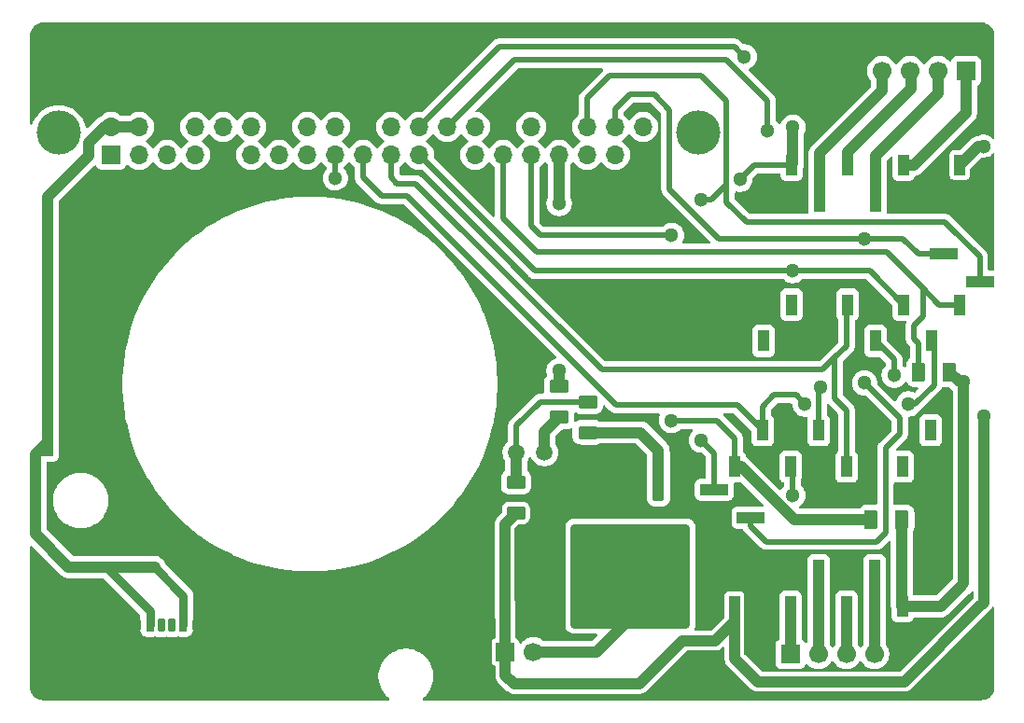
<source format=gbr>
%TF.GenerationSoftware,KiCad,Pcbnew,9.0.5-9.0.5~ubuntu24.04.1*%
%TF.CreationDate,2025-11-04T17:13:01+01:00*%
%TF.ProjectId,Planktoscope-Hat,506c616e-6b74-46f7-9363-6f70652d4861,rev?*%
%TF.SameCoordinates,Original*%
%TF.FileFunction,Copper,L1,Top*%
%TF.FilePolarity,Positive*%
%FSLAX46Y46*%
G04 Gerber Fmt 4.6, Leading zero omitted, Abs format (unit mm)*
G04 Created by KiCad (PCBNEW 9.0.5-9.0.5~ubuntu24.04.1) date 2025-11-04 17:13:01*
%MOMM*%
%LPD*%
G01*
G04 APERTURE LIST*
G04 Aperture macros list*
%AMRoundRect*
0 Rectangle with rounded corners*
0 $1 Rounding radius*
0 $2 $3 $4 $5 $6 $7 $8 $9 X,Y pos of 4 corners*
0 Add a 4 corners polygon primitive as box body*
4,1,4,$2,$3,$4,$5,$6,$7,$8,$9,$2,$3,0*
0 Add four circle primitives for the rounded corners*
1,1,$1+$1,$2,$3*
1,1,$1+$1,$4,$5*
1,1,$1+$1,$6,$7*
1,1,$1+$1,$8,$9*
0 Add four rect primitives between the rounded corners*
20,1,$1+$1,$2,$3,$4,$5,0*
20,1,$1+$1,$4,$5,$6,$7,0*
20,1,$1+$1,$6,$7,$8,$9,0*
20,1,$1+$1,$8,$9,$2,$3,0*%
G04 Aperture macros list end*
%TA.AperFunction,SMDPad,CuDef*%
%ADD10RoundRect,0.250000X-0.625000X0.375000X-0.625000X-0.375000X0.625000X-0.375000X0.625000X0.375000X0*%
%TD*%
%TA.AperFunction,SMDPad,CuDef*%
%ADD11RoundRect,0.250000X-0.375000X-0.625000X0.375000X-0.625000X0.375000X0.625000X-0.375000X0.625000X0*%
%TD*%
%TA.AperFunction,SMDPad,CuDef*%
%ADD12R,1.000000X1.900000*%
%TD*%
%TA.AperFunction,SMDPad,CuDef*%
%ADD13R,2.510000X1.000000*%
%TD*%
%TA.AperFunction,SMDPad,CuDef*%
%ADD14R,1.000000X2.510000*%
%TD*%
%TA.AperFunction,SMDPad,CuDef*%
%ADD15RoundRect,0.250000X-0.300000X2.050000X-0.300000X-2.050000X0.300000X-2.050000X0.300000X2.050000X0*%
%TD*%
%TA.AperFunction,SMDPad,CuDef*%
%ADD16RoundRect,0.250002X-5.149998X4.449998X-5.149998X-4.449998X5.149998X-4.449998X5.149998X4.449998X0*%
%TD*%
%TA.AperFunction,SMDPad,CuDef*%
%ADD17RoundRect,0.175000X-0.175000X-0.425000X0.175000X-0.425000X0.175000X0.425000X-0.175000X0.425000X0*%
%TD*%
%TA.AperFunction,SMDPad,CuDef*%
%ADD18RoundRect,0.190000X0.190000X0.410000X-0.190000X0.410000X-0.190000X-0.410000X0.190000X-0.410000X0*%
%TD*%
%TA.AperFunction,SMDPad,CuDef*%
%ADD19RoundRect,0.200000X0.200000X0.400000X-0.200000X0.400000X-0.200000X-0.400000X0.200000X-0.400000X0*%
%TD*%
%TA.AperFunction,SMDPad,CuDef*%
%ADD20RoundRect,0.175000X0.175000X0.425000X-0.175000X0.425000X-0.175000X-0.425000X0.175000X-0.425000X0*%
%TD*%
%TA.AperFunction,SMDPad,CuDef*%
%ADD21RoundRect,0.190000X-0.190000X-0.410000X0.190000X-0.410000X0.190000X0.410000X-0.190000X0.410000X0*%
%TD*%
%TA.AperFunction,SMDPad,CuDef*%
%ADD22RoundRect,0.200000X-0.200000X-0.400000X0.200000X-0.400000X0.200000X0.400000X-0.200000X0.400000X0*%
%TD*%
%TA.AperFunction,SMDPad,CuDef*%
%ADD23RoundRect,0.250000X-0.650000X-0.425000X0.650000X-0.425000X0.650000X0.425000X-0.650000X0.425000X0*%
%TD*%
%TA.AperFunction,SMDPad,CuDef*%
%ADD24RoundRect,0.250000X-0.650000X-0.500000X0.650000X-0.500000X0.650000X0.500000X-0.650000X0.500000X0*%
%TD*%
%TA.AperFunction,ComponentPad*%
%ADD25R,1.700000X1.700000*%
%TD*%
%TA.AperFunction,ComponentPad*%
%ADD26C,1.700000*%
%TD*%
%TA.AperFunction,ComponentPad*%
%ADD27O,1.700000X1.700000*%
%TD*%
%TA.AperFunction,ComponentPad*%
%ADD28R,1.500000X1.500000*%
%TD*%
%TA.AperFunction,ComponentPad*%
%ADD29C,1.500000*%
%TD*%
%TA.AperFunction,ViaPad*%
%ADD30C,4.000000*%
%TD*%
%TA.AperFunction,ViaPad*%
%ADD31C,1.300000*%
%TD*%
%TA.AperFunction,Conductor*%
%ADD32C,0.500000*%
%TD*%
%TA.AperFunction,Conductor*%
%ADD33C,1.000000*%
%TD*%
%TA.AperFunction,Conductor*%
%ADD34C,0.800000*%
%TD*%
G04 APERTURE END LIST*
D10*
%TO.P,R12,1*%
%TO.N,Net-(Q1-C)*%
X117100000Y-69100000D03*
%TO.P,R12,2*%
%TO.N,Net-(LAMP1-G)*%
X117100000Y-71900000D03*
%TD*%
D11*
%TO.P,R18,1,1*%
%TO.N,/GPIO6*%
X142800000Y-79800000D03*
%TO.P,R18,2,2*%
%TO.N,+3V3*%
X145600000Y-79800000D03*
%TD*%
D10*
%TO.P,R1,1*%
%TO.N,/GPIO13{slash}PWM1*%
X114500000Y-67700000D03*
%TO.P,R1,2*%
%TO.N,Net-(Q1-B)*%
X114500000Y-70500000D03*
%TD*%
D11*
%TO.P,R19,1,1*%
%TO.N,/GPIO5*%
X147100000Y-66400000D03*
%TO.P,R19,2,2*%
%TO.N,+3V3*%
X149900000Y-66400000D03*
%TD*%
D12*
%TO.P,CTRL1,1,VM*%
%TO.N,+12V*%
X130400000Y-87680000D03*
%TO.P,CTRL1,2,GND*%
%TO.N,GND*%
X132940000Y-84380000D03*
%TO.P,CTRL1,3,A2*%
%TO.N,Net-(CTRL1-A2)*%
X135480000Y-87680000D03*
%TO.P,CTRL1,4,A1*%
%TO.N,Net-(CTRL1-A1)*%
X138020000Y-84380000D03*
%TO.P,CTRL1,5,B2*%
%TO.N,Net-(CTRL1-B2)*%
X140560000Y-87680000D03*
%TO.P,CTRL1,6,B1*%
%TO.N,Net-(CTRL1-B1)*%
X143100000Y-84380000D03*
%TO.P,CTRL1,7,VIO*%
%TO.N,+3V3*%
X145640000Y-87680000D03*
%TO.P,CTRL1,8,GND*%
%TO.N,GND*%
X148180000Y-84380000D03*
%TO.P,CTRL1,9,EN*%
%TO.N,/GPIO6*%
X130400000Y-75000000D03*
%TO.P,CTRL1,10,MOSI*%
%TO.N,/SPI0_MOSI*%
X132940000Y-71700000D03*
%TO.P,CTRL1,11,SCK*%
%TO.N,/SPI0_SCLK*%
X135480000Y-75000000D03*
%TO.P,CTRL1,12,SC*%
%TO.N,/SPI0_CE0*%
X138020000Y-71700000D03*
%TO.P,CTRL1,13,MISO*%
%TO.N,/SPI0_MISO*%
X140560000Y-75000000D03*
%TO.P,CTRL1,14,CLK*%
%TO.N,GND*%
X143100000Y-71700000D03*
%TO.P,CTRL1,15,STP*%
%TO.N,unconnected-(CTRL1-STP-Pad15)*%
X145640000Y-75000000D03*
%TO.P,CTRL1,16,DIR*%
%TO.N,unconnected-(CTRL1-DIR-Pad16)*%
X148180000Y-71700000D03*
D13*
%TO.P,CTRL1,17,DIAG0*%
%TO.N,/GPIO16*%
X128575000Y-77070000D03*
%TO.P,CTRL1,18,DIAG1*%
%TO.N,/GPIO20*%
X131885000Y-79610000D03*
%TD*%
D14*
%TO.P,J2,1,Pin_1*%
%TO.N,+12V*%
X109560000Y-87350000D03*
%TO.P,J2,2,Pin_2*%
%TO.N,GND*%
X112100000Y-84040000D03*
%TO.P,J2,3,Pin_3*%
X70660000Y-69460000D03*
%TO.P,J2,4,Pin_4*%
%TO.N,+5V{slash}1*%
X68120000Y-72770000D03*
%TD*%
D15*
%TO.P,LAMP1,1,G*%
%TO.N,Net-(LAMP1-G)*%
X123500000Y-75800000D03*
D16*
%TO.P,LAMP1,2,D*%
%TO.N,LAMP*%
X120960000Y-84950000D03*
D15*
%TO.P,LAMP1,3,S*%
%TO.N,GND*%
X118420000Y-75800000D03*
%TD*%
D17*
%TO.P,J3,A5,CC1*%
%TO.N,unconnected-(J3-CC1-PadA5)*%
X78400000Y-89367500D03*
D18*
%TO.P,J3,A9,VBUS*%
%TO.N,+5V{slash}1*%
X80420000Y-89367500D03*
D19*
%TO.P,J3,A12,GND*%
%TO.N,GND*%
X81650000Y-89367500D03*
D20*
%TO.P,J3,B5,CC2*%
%TO.N,unconnected-(J3-CC2-PadB5)*%
X79400000Y-89367500D03*
D21*
%TO.P,J3,B9,VBUS*%
%TO.N,+5V{slash}1*%
X77380000Y-89367500D03*
D22*
%TO.P,J3,B12,GND*%
%TO.N,GND*%
X76150000Y-89367500D03*
D23*
%TO.P,J3,S1,SHIELD*%
X73775000Y-89422500D03*
D24*
X73775000Y-93002500D03*
D23*
X84025000Y-89422500D03*
D24*
X84025000Y-93002500D03*
%TD*%
D12*
%TO.P,CTRL2,1,VM*%
%TO.N,+12V*%
X150830000Y-47610000D03*
%TO.P,CTRL2,2,GND*%
%TO.N,GND*%
X148290000Y-50910000D03*
%TO.P,CTRL2,3,A2*%
%TO.N,Net-(CTRL2-A2)*%
X145750000Y-47610000D03*
%TO.P,CTRL2,4,A1*%
%TO.N,Net-(CTRL2-A1)*%
X143210000Y-50910000D03*
%TO.P,CTRL2,5,B2*%
%TO.N,Net-(CTRL2-B2)*%
X140670000Y-47610000D03*
%TO.P,CTRL2,6,B1*%
%TO.N,Net-(CTRL2-B1)*%
X138130000Y-50910000D03*
%TO.P,CTRL2,7,VIO*%
%TO.N,+3V3*%
X135590000Y-47610000D03*
%TO.P,CTRL2,8,GND*%
%TO.N,GND*%
X133050000Y-50910000D03*
%TO.P,CTRL2,9,EN*%
%TO.N,/GPIO5*%
X150830000Y-60290000D03*
%TO.P,CTRL2,10,MOSI*%
%TO.N,/SPI0_MOSI*%
X148290000Y-63590000D03*
%TO.P,CTRL2,11,SCK*%
%TO.N,/SPI0_SCLK*%
X145750000Y-60290000D03*
%TO.P,CTRL2,12,SC*%
%TO.N,/SPI0_CE1*%
X143210000Y-63590000D03*
%TO.P,CTRL2,13,MISO*%
%TO.N,/SPI0_MISO*%
X140670000Y-60290000D03*
%TO.P,CTRL2,14,CLK*%
%TO.N,GND*%
X138130000Y-63590000D03*
%TO.P,CTRL2,15,STP*%
%TO.N,unconnected-(CTRL2-STP-Pad15)*%
X135590000Y-60290000D03*
%TO.P,CTRL2,16,DIR*%
%TO.N,unconnected-(CTRL2-DIR-Pad16)*%
X133050000Y-63590000D03*
D13*
%TO.P,CTRL2,17,DIAG0*%
%TO.N,/GPIO16*%
X152655000Y-58220000D03*
%TO.P,CTRL2,18,DIAG1*%
%TO.N,/GPIO20*%
X149345000Y-55680000D03*
%TD*%
D10*
%TO.P,R7,1*%
%TO.N,Net-(Q1-C)*%
X110600000Y-76400000D03*
%TO.P,R7,2*%
%TO.N,+12V*%
X110600000Y-79200000D03*
%TD*%
D25*
%TO.P,MOT2,1,1*%
%TO.N,Net-(CTRL1-A2)*%
X135480000Y-92000000D03*
D26*
%TO.P,MOT2,2,2*%
%TO.N,Net-(CTRL1-A1)*%
X138020000Y-92000000D03*
%TO.P,MOT2,3,3*%
%TO.N,Net-(CTRL1-B2)*%
X140560000Y-92000000D03*
%TO.P,MOT2,4,4*%
%TO.N,Net-(CTRL1-B1)*%
X143100000Y-92000000D03*
%TD*%
D25*
%TO.P,K1,1,1*%
%TO.N,unconnected-(K1-Pad1)*%
X73860000Y-46700000D03*
D27*
%TO.P,K1,2,2*%
%TO.N,+5V{slash}1*%
X73860000Y-44160000D03*
%TO.P,K1,3,3*%
%TO.N,/I2C1_SDA*%
X76400000Y-46700000D03*
%TO.P,K1,4,4*%
%TO.N,+5V{slash}1*%
X76400000Y-44160000D03*
%TO.P,K1,5,5*%
%TO.N,/I2C1_SCL*%
X78940000Y-46700000D03*
%TO.P,K1,6,6*%
%TO.N,GND*%
X78940000Y-44160000D03*
%TO.P,K1,7,7*%
%TO.N,/GPIO4*%
X81480000Y-46700000D03*
%TO.P,K1,8,8*%
%TO.N,/UART_TX*%
X81480000Y-44160000D03*
%TO.P,K1,9,9*%
%TO.N,GND*%
X84020000Y-46700000D03*
%TO.P,K1,10,10*%
%TO.N,/UART_RX*%
X84020000Y-44160000D03*
%TO.P,K1,11,11*%
%TO.N,/GPIO17*%
X86560000Y-46700000D03*
%TO.P,K1,12,12*%
%TO.N,/GPIO18{slash}PWM0*%
X86560000Y-44160000D03*
%TO.P,K1,13,13*%
%TO.N,/GPIO27*%
X89100000Y-46700000D03*
%TO.P,K1,14,14*%
%TO.N,GND*%
X89100000Y-44160000D03*
%TO.P,K1,15,15*%
%TO.N,/GPIO22*%
X91640000Y-46700000D03*
%TO.P,K1,16,16*%
%TO.N,/GPIO23*%
X91640000Y-44160000D03*
%TO.P,K1,17,17*%
%TO.N,+3V3*%
X94180000Y-46700000D03*
%TO.P,K1,18,18*%
%TO.N,/GPIO24*%
X94180000Y-44160000D03*
%TO.P,K1,19,19*%
%TO.N,/SPI0_MOSI*%
X96720000Y-46700000D03*
%TO.P,K1,20,20*%
%TO.N,GND*%
X96720000Y-44160000D03*
%TO.P,K1,21,21*%
%TO.N,/SPI0_MISO*%
X99260000Y-46700000D03*
%TO.P,K1,22,22*%
%TO.N,/GPIO25*%
X99260000Y-44160000D03*
%TO.P,K1,23,23*%
%TO.N,/SPI0_SCLK*%
X101800000Y-46700000D03*
%TO.P,K1,24,24*%
%TO.N,/SPI0_CE0*%
X101800000Y-44160000D03*
%TO.P,K1,25,25*%
%TO.N,GND*%
X104340000Y-46700000D03*
%TO.P,K1,26,26*%
%TO.N,/SPI0_CE1*%
X104340000Y-44160000D03*
%TO.P,K1,27,27*%
%TO.N,/EEPROM_SDA*%
X106880000Y-46700000D03*
%TO.P,K1,28,28*%
%TO.N,/EEPROM_SCL*%
X106880000Y-44160000D03*
%TO.P,K1,29,29*%
%TO.N,/GPIO5*%
X109420000Y-46700000D03*
%TO.P,K1,30,30*%
%TO.N,GND*%
X109420000Y-44160000D03*
%TO.P,K1,31,31*%
%TO.N,/GPIO6*%
X111960000Y-46700000D03*
%TO.P,K1,32,32*%
%TO.N,/GPIO12{slash}PWM0*%
X111960000Y-44160000D03*
%TO.P,K1,33,33*%
%TO.N,/GPIO13{slash}PWM1*%
X114500000Y-46700000D03*
%TO.P,K1,34,34*%
%TO.N,GND*%
X114500000Y-44160000D03*
%TO.P,K1,35,35*%
%TO.N,/GPIO19*%
X117040000Y-46700000D03*
%TO.P,K1,36,36*%
%TO.N,/GPIO16*%
X117040000Y-44160000D03*
%TO.P,K1,37,37*%
%TO.N,/GPIO26*%
X119580000Y-46700000D03*
%TO.P,K1,38,38*%
%TO.N,/GPIO20*%
X119580000Y-44160000D03*
%TO.P,K1,39,39*%
%TO.N,GND*%
X122120000Y-46700000D03*
%TO.P,K1,40,40*%
%TO.N,/GPIO21*%
X122120000Y-44160000D03*
%TD*%
D25*
%TO.P,J1,1,Pin_1*%
%TO.N,+12V*%
X109625000Y-91815000D03*
D26*
%TO.P,J1,2,Pin_2*%
%TO.N,LAMP*%
X112165000Y-91815000D03*
%TD*%
D28*
%TO.P,Q1,1,E*%
%TO.N,GND*%
X115700000Y-73700000D03*
D29*
%TO.P,Q1,2,B*%
%TO.N,Net-(Q1-B)*%
X113160000Y-73700000D03*
%TO.P,Q1,3,C*%
%TO.N,Net-(Q1-C)*%
X110620000Y-73700000D03*
%TD*%
D25*
%TO.P,MOT1-2,1,1*%
%TO.N,Net-(CTRL2-A2)*%
X151410000Y-39085000D03*
D26*
%TO.P,MOT1-2,2,2*%
%TO.N,Net-(CTRL2-A1)*%
X148870000Y-39085000D03*
%TO.P,MOT1-2,3,3*%
%TO.N,Net-(CTRL2-B2)*%
X146330000Y-39085000D03*
%TO.P,MOT1-2,4,4*%
%TO.N,Net-(CTRL2-B1)*%
X143790000Y-39085000D03*
%TD*%
D30*
%TO.N,*%
X69100000Y-44700000D03*
X127100000Y-44700000D03*
%TO.N,GND*%
X127100000Y-93700000D03*
X69100000Y-93700000D03*
D31*
%TO.N,+3V3*%
X94200000Y-48800000D03*
X130900000Y-48900000D03*
X151200000Y-67300000D03*
X135700000Y-44200000D03*
%TO.N,+12V*%
X153000000Y-45900000D03*
X153000000Y-70400000D03*
%TO.N,/SPI0_MOSI*%
X136800000Y-69300000D03*
X146200000Y-69300000D03*
%TO.N,/GPIO20*%
X142200000Y-54300000D03*
X142200000Y-67400000D03*
%TO.N,/GPIO16*%
X127400000Y-72600000D03*
X127400000Y-50800000D03*
%TO.N,/SPI0_CE0*%
X138200000Y-67800000D03*
X131300000Y-37800000D03*
%TO.N,/SPI0_CE1*%
X133400000Y-44500000D03*
X144900000Y-66700000D03*
%TO.N,/SPI0_SCLK*%
X135700000Y-57200000D03*
X135700000Y-77600000D03*
%TO.N,/GPIO6*%
X124700000Y-54000000D03*
X124700000Y-70800000D03*
%TO.N,/GPIO13{slash}PWM1*%
X114500000Y-66300000D03*
X114500000Y-51100000D03*
X114500000Y-51100000D03*
%TD*%
D32*
%TO.N,/SPI0_MOSI*%
X146200000Y-69300000D02*
X146800000Y-69300000D01*
X146800000Y-69300000D02*
X148500000Y-67600000D01*
X148500000Y-67600000D02*
X148500000Y-63800000D01*
X148500000Y-63800000D02*
X148290000Y-63590000D01*
D33*
%TO.N,/GPIO13{slash}PWM1*%
X114500000Y-67700000D02*
X114500000Y-66300000D01*
D32*
%TO.N,Net-(Q1-C)*%
X117100000Y-69100000D02*
X112800000Y-69100000D01*
X112800000Y-69100000D02*
X110620000Y-71280000D01*
X110620000Y-71280000D02*
X110620000Y-73700000D01*
D34*
%TO.N,+5V{slash}1*%
X80420000Y-86720000D02*
X77800000Y-84100000D01*
X77380000Y-89367500D02*
X77380000Y-88080000D01*
X77380000Y-88080000D02*
X73400000Y-84100000D01*
X73400000Y-84100000D02*
X72100000Y-84100000D01*
D33*
X73300000Y-84100000D02*
X72100000Y-84100000D01*
X72100000Y-84100000D02*
X77800000Y-84100000D01*
D34*
X80420000Y-86720000D02*
X80420000Y-89367500D01*
D33*
X68120000Y-72770000D02*
X68120000Y-50480000D01*
X73860000Y-44160000D02*
X73240000Y-44160000D01*
X71800000Y-46800000D02*
X68120000Y-50480000D01*
X73240000Y-44160000D02*
X71800000Y-45600000D01*
X71800000Y-45600000D02*
X71800000Y-46800000D01*
%TO.N,+3V3*%
X151200000Y-85600000D02*
X151200000Y-67300000D01*
D32*
X130900000Y-48900000D02*
X132190000Y-47610000D01*
D33*
X150800000Y-67300000D02*
X149900000Y-66400000D01*
X150900000Y-85900000D02*
X151200000Y-85600000D01*
X145600000Y-79800000D02*
X145600000Y-87640000D01*
X149120000Y-87680000D02*
X150900000Y-85900000D01*
X135700000Y-47500000D02*
X135590000Y-47610000D01*
X135700000Y-44200000D02*
X135700000Y-47500000D01*
X145640000Y-87680000D02*
X149120000Y-87680000D01*
X151200000Y-67300000D02*
X150800000Y-67300000D01*
D32*
X132190000Y-47610000D02*
X135590000Y-47610000D01*
X94180000Y-48780000D02*
X94200000Y-48800000D01*
X94180000Y-46700000D02*
X94180000Y-48780000D01*
D33*
X145600000Y-87640000D02*
X145640000Y-87680000D01*
%TO.N,+12V*%
X145800000Y-94500000D02*
X152500000Y-87800000D01*
X152500000Y-87800000D02*
X153000000Y-87300000D01*
X130400000Y-87680000D02*
X130400000Y-92400000D01*
X109625000Y-93925000D02*
X110400000Y-94700000D01*
X130400000Y-92400000D02*
X132500000Y-94500000D01*
X109625000Y-91815000D02*
X109625000Y-93925000D01*
X130400000Y-89000000D02*
X130400000Y-87680000D01*
X132500000Y-94500000D02*
X145800000Y-94500000D01*
X121800000Y-94700000D02*
X125701000Y-90799000D01*
X153000000Y-87300000D02*
X153000000Y-70400000D01*
X153000000Y-45900000D02*
X152540000Y-45900000D01*
X109560000Y-87350000D02*
X109560000Y-80240000D01*
X110400000Y-94700000D02*
X121800000Y-94700000D01*
X109625000Y-91815000D02*
X109625000Y-87415000D01*
X152540000Y-45900000D02*
X150830000Y-47610000D01*
X109625000Y-87415000D02*
X109560000Y-87350000D01*
X128601000Y-90799000D02*
X130400000Y-89000000D01*
X125701000Y-90799000D02*
X128601000Y-90799000D01*
X109560000Y-80240000D02*
X110600000Y-79200000D01*
%TO.N,Net-(CTRL1-A2)*%
X135480000Y-92000000D02*
X135480000Y-87680000D01*
D32*
%TO.N,/SPI0_MOSI*%
X100700000Y-50400000D02*
X98400000Y-50400000D01*
X130640000Y-69400000D02*
X119700000Y-69400000D01*
X132940000Y-71700000D02*
X130640000Y-69400000D01*
X119700000Y-69400000D02*
X100700000Y-50400000D01*
X96720000Y-48720000D02*
X96720000Y-46700000D01*
X136000000Y-68500000D02*
X134000000Y-68500000D01*
X136800000Y-69300000D02*
X136000000Y-68500000D01*
X134000000Y-68500000D02*
X132940000Y-69560000D01*
X98400000Y-50400000D02*
X96720000Y-48720000D01*
X132940000Y-69560000D02*
X132940000Y-71700000D01*
%TO.N,/GPIO20*%
X129000000Y-54300000D02*
X124500000Y-49800000D01*
X131885000Y-80385000D02*
X133300000Y-81800000D01*
X143300000Y-81800000D02*
X144100000Y-81000000D01*
X120900000Y-41200000D02*
X119580000Y-42520000D01*
X145400000Y-72000000D02*
X145400000Y-70600000D01*
X144100000Y-73300000D02*
X145400000Y-72000000D01*
X119580000Y-42520000D02*
X119580000Y-44160000D01*
X133300000Y-81800000D02*
X143300000Y-81800000D01*
X144100000Y-81000000D02*
X144100000Y-73300000D01*
X145400000Y-70600000D02*
X142200000Y-67400000D01*
X131885000Y-79610000D02*
X131885000Y-80385000D01*
X123100000Y-41200000D02*
X120900000Y-41200000D01*
X147080000Y-55680000D02*
X149345000Y-55680000D01*
X142200000Y-54300000D02*
X129000000Y-54300000D01*
X142200000Y-54300000D02*
X145700000Y-54300000D01*
X124500000Y-49800000D02*
X124500000Y-42600000D01*
X145700000Y-54300000D02*
X147080000Y-55680000D01*
X124500000Y-42600000D02*
X123100000Y-41200000D01*
D33*
%TO.N,Net-(CTRL1-B2)*%
X140560000Y-92000000D02*
X140560000Y-87680000D01*
D32*
%TO.N,/GPIO16*%
X152655000Y-55955000D02*
X149900000Y-53200000D01*
X149500000Y-52800000D02*
X148700000Y-52800000D01*
X152655000Y-58220000D02*
X152655000Y-55955000D01*
X129700000Y-41800000D02*
X127400000Y-39500000D01*
X149900000Y-53200000D02*
X149500000Y-52800000D01*
X129700000Y-49400000D02*
X129700000Y-41800000D01*
X148700000Y-52800000D02*
X131500000Y-52800000D01*
X119100000Y-39500000D02*
X117040000Y-41560000D01*
X119600000Y-39500000D02*
X119080000Y-39500000D01*
X127400000Y-39500000D02*
X119600000Y-39500000D01*
X127400000Y-50800000D02*
X128300000Y-50800000D01*
X128575000Y-73775000D02*
X127400000Y-72600000D01*
X117040000Y-41560000D02*
X117040000Y-44160000D01*
X129700000Y-51000000D02*
X129700000Y-49400000D01*
X119600000Y-39500000D02*
X119100000Y-39500000D01*
X131500000Y-52800000D02*
X129700000Y-51000000D01*
X128575000Y-77070000D02*
X128575000Y-73775000D01*
X128300000Y-50800000D02*
X129700000Y-49400000D01*
%TO.N,/SPI0_CE0*%
X138020000Y-71700000D02*
X138020000Y-67980000D01*
X109060000Y-36900000D02*
X129100000Y-36900000D01*
X129100000Y-36900000D02*
X130400000Y-36900000D01*
X130400000Y-36900000D02*
X131300000Y-37800000D01*
X138020000Y-67980000D02*
X138200000Y-67800000D01*
X101800000Y-44160000D02*
X109060000Y-36900000D01*
D33*
%TO.N,Net-(CTRL1-A1)*%
X138020000Y-92000000D02*
X138020000Y-84380000D01*
%TO.N,Net-(CTRL1-B1)*%
X143100000Y-92000000D02*
X143100000Y-84380000D01*
D32*
%TO.N,/GPIO5*%
X147550000Y-61350000D02*
X146700000Y-62200000D01*
X112500000Y-55500000D02*
X144200000Y-55500000D01*
X144200000Y-55500000D02*
X147400000Y-58700000D01*
X147100000Y-63800000D02*
X147100000Y-66400000D01*
X147550000Y-58850000D02*
X147550000Y-61350000D01*
X109420000Y-46700000D02*
X109420000Y-52420000D01*
X147400000Y-58700000D02*
X147550000Y-58850000D01*
X146700000Y-62200000D02*
X146700000Y-63400000D01*
X146700000Y-63400000D02*
X147100000Y-63800000D01*
X147400000Y-58700000D02*
X148990000Y-60290000D01*
X109420000Y-52420000D02*
X112500000Y-55500000D01*
X148990000Y-60290000D02*
X150830000Y-60290000D01*
%TO.N,/SPI0_CE1*%
X104340000Y-44160000D02*
X110400000Y-38100000D01*
X144900000Y-66700000D02*
X144900000Y-65280000D01*
X133400000Y-42900000D02*
X133400000Y-44500000D01*
X144900000Y-65280000D02*
X143210000Y-63590000D01*
X129700000Y-38100000D02*
X133400000Y-41800000D01*
X110400000Y-38100000D02*
X129700000Y-38100000D01*
X133400000Y-41800000D02*
X133400000Y-42900000D01*
%TO.N,/SPI0_MISO*%
X99260000Y-46700000D02*
X99260000Y-48760000D01*
X140560000Y-69860000D02*
X139500000Y-68800000D01*
X140560000Y-60400000D02*
X140670000Y-60290000D01*
X140560000Y-64040000D02*
X139500000Y-65100000D01*
X99260000Y-48760000D02*
X99800000Y-49300000D01*
X139500000Y-68800000D02*
X139500000Y-65100000D01*
X140560000Y-63700000D02*
X140560000Y-60400000D01*
X140560000Y-63700000D02*
X140560000Y-64040000D01*
X140560000Y-75000000D02*
X140560000Y-69860000D01*
X101500000Y-49300000D02*
X118400000Y-66200000D01*
X139500000Y-65100000D02*
X138400000Y-66200000D01*
X138400000Y-66200000D02*
X118400000Y-66200000D01*
X99800000Y-49300000D02*
X101500000Y-49300000D01*
%TO.N,/SPI0_SCLK*%
X135700000Y-75220000D02*
X135480000Y-75000000D01*
X135700000Y-77600000D02*
X135700000Y-75220000D01*
X142660000Y-57200000D02*
X145750000Y-60290000D01*
X112300000Y-57200000D02*
X135700000Y-57200000D01*
X135700000Y-57200000D02*
X142660000Y-57200000D01*
X101800000Y-46700000D02*
X112300000Y-57200000D01*
D33*
%TO.N,LAMP*%
X117885000Y-91815000D02*
X120960000Y-88740000D01*
X112165000Y-91815000D02*
X117885000Y-91815000D01*
X120960000Y-88740000D02*
X120960000Y-84950000D01*
D32*
%TO.N,/GPIO6*%
X128800000Y-70800000D02*
X130400000Y-72400000D01*
X111960000Y-53160000D02*
X112800000Y-54000000D01*
X130400000Y-72400000D02*
X130400000Y-75000000D01*
X124700000Y-70800000D02*
X128800000Y-70800000D01*
X112800000Y-54000000D02*
X124700000Y-54000000D01*
D33*
X142800000Y-79800000D02*
X135800000Y-79800000D01*
X135800000Y-79800000D02*
X131000000Y-75000000D01*
D32*
X111960000Y-46700000D02*
X111960000Y-53160000D01*
D33*
X131000000Y-75000000D02*
X130400000Y-75000000D01*
%TO.N,/GPIO13{slash}PWM1*%
X114500000Y-46700000D02*
X114500000Y-51100000D01*
%TO.N,+5V{slash}1*%
X73860000Y-44160000D02*
X76400000Y-44160000D01*
X67001000Y-81101000D02*
X67001000Y-73889000D01*
X70000000Y-84100000D02*
X67001000Y-81101000D01*
X67001000Y-73889000D02*
X68120000Y-72770000D01*
X72100000Y-84100000D02*
X70000000Y-84100000D01*
%TO.N,Net-(LAMP1-G)*%
X121900000Y-71900000D02*
X123500000Y-73500000D01*
X117100000Y-71900000D02*
X121900000Y-71900000D01*
X123500000Y-73500000D02*
X123500000Y-75800000D01*
%TO.N,Net-(Q1-B)*%
X113160000Y-73700000D02*
X113160000Y-71840000D01*
X113160000Y-71840000D02*
X114500000Y-70500000D01*
%TO.N,Net-(Q1-C)*%
X110600000Y-76400000D02*
X110600000Y-73720000D01*
X110600000Y-73720000D02*
X110620000Y-73700000D01*
%TO.N,Net-(CTRL2-B1)*%
X138130000Y-46570000D02*
X143800000Y-40900000D01*
X143800000Y-39095000D02*
X143790000Y-39085000D01*
X143800000Y-40900000D02*
X143800000Y-39095000D01*
X138130000Y-50910000D02*
X138130000Y-46570000D01*
%TO.N,Net-(CTRL2-B2)*%
X140670000Y-47610000D02*
X140670000Y-46430000D01*
X146400000Y-39155000D02*
X146330000Y-39085000D01*
X140670000Y-46430000D02*
X146400000Y-40700000D01*
X146400000Y-40700000D02*
X146400000Y-39155000D01*
%TO.N,Net-(CTRL2-A2)*%
X151410000Y-42890000D02*
X151410000Y-39085000D01*
X145750000Y-47610000D02*
X146690000Y-47610000D01*
X146690000Y-47610000D02*
X151410000Y-42890000D01*
%TO.N,Net-(CTRL2-A1)*%
X143210000Y-46790000D02*
X148900000Y-41100000D01*
X143210000Y-50910000D02*
X143210000Y-46790000D01*
X148900000Y-41100000D02*
X148900000Y-40600000D01*
X148870000Y-40570000D02*
X148870000Y-39085000D01*
X148900000Y-40600000D02*
X148870000Y-40570000D01*
%TD*%
%TA.AperFunction,Conductor*%
%TO.N,GND*%
G36*
X85307226Y-44795524D02*
G01*
X85319810Y-44794985D01*
X85339674Y-44806581D01*
X85361444Y-44813999D01*
X85370719Y-44824703D01*
X85380151Y-44830209D01*
X85400486Y-44859056D01*
X85404951Y-44867820D01*
X85529890Y-45039786D01*
X85680213Y-45190109D01*
X85852182Y-45315050D01*
X85860946Y-45319516D01*
X85911742Y-45367491D01*
X85928536Y-45435312D01*
X85905998Y-45501447D01*
X85860946Y-45540484D01*
X85852182Y-45544949D01*
X85680213Y-45669890D01*
X85529890Y-45820213D01*
X85404951Y-45992179D01*
X85308444Y-46181585D01*
X85242753Y-46383760D01*
X85209500Y-46593713D01*
X85209500Y-46806286D01*
X85237713Y-46984420D01*
X85242754Y-47016243D01*
X85290620Y-47163560D01*
X85308444Y-47218414D01*
X85404951Y-47407820D01*
X85529890Y-47579786D01*
X85680213Y-47730109D01*
X85852179Y-47855048D01*
X85852181Y-47855049D01*
X85852184Y-47855051D01*
X86041588Y-47951557D01*
X86243757Y-48017246D01*
X86453713Y-48050500D01*
X86453714Y-48050500D01*
X86666286Y-48050500D01*
X86666287Y-48050500D01*
X86876243Y-48017246D01*
X87078412Y-47951557D01*
X87267816Y-47855051D01*
X87354138Y-47792335D01*
X87439786Y-47730109D01*
X87439788Y-47730106D01*
X87439792Y-47730104D01*
X87590104Y-47579792D01*
X87590106Y-47579788D01*
X87590109Y-47579786D01*
X87715048Y-47407820D01*
X87715047Y-47407820D01*
X87715051Y-47407816D01*
X87719514Y-47399054D01*
X87767488Y-47348259D01*
X87835308Y-47331463D01*
X87901444Y-47353999D01*
X87940484Y-47399054D01*
X87944591Y-47407115D01*
X87944951Y-47407820D01*
X88069890Y-47579786D01*
X88220213Y-47730109D01*
X88392179Y-47855048D01*
X88392181Y-47855049D01*
X88392184Y-47855051D01*
X88581588Y-47951557D01*
X88783757Y-48017246D01*
X88993713Y-48050500D01*
X88993714Y-48050500D01*
X89206286Y-48050500D01*
X89206287Y-48050500D01*
X89416243Y-48017246D01*
X89618412Y-47951557D01*
X89807816Y-47855051D01*
X89894138Y-47792335D01*
X89979786Y-47730109D01*
X89979788Y-47730106D01*
X89979792Y-47730104D01*
X90130104Y-47579792D01*
X90130106Y-47579788D01*
X90130109Y-47579786D01*
X90255048Y-47407820D01*
X90255047Y-47407820D01*
X90255051Y-47407816D01*
X90259514Y-47399054D01*
X90307488Y-47348259D01*
X90375308Y-47331463D01*
X90441444Y-47353999D01*
X90480484Y-47399054D01*
X90484591Y-47407115D01*
X90484951Y-47407820D01*
X90609890Y-47579786D01*
X90760213Y-47730109D01*
X90932179Y-47855048D01*
X90932181Y-47855049D01*
X90932184Y-47855051D01*
X91121588Y-47951557D01*
X91323757Y-48017246D01*
X91533713Y-48050500D01*
X91533714Y-48050500D01*
X91746286Y-48050500D01*
X91746287Y-48050500D01*
X91956243Y-48017246D01*
X92158412Y-47951557D01*
X92347816Y-47855051D01*
X92434138Y-47792335D01*
X92519786Y-47730109D01*
X92519788Y-47730106D01*
X92519792Y-47730104D01*
X92670104Y-47579792D01*
X92670106Y-47579788D01*
X92670109Y-47579786D01*
X92795048Y-47407820D01*
X92795047Y-47407820D01*
X92795051Y-47407816D01*
X92799514Y-47399054D01*
X92847488Y-47348259D01*
X92915308Y-47331463D01*
X92981444Y-47353999D01*
X93020484Y-47399054D01*
X93024591Y-47407115D01*
X93024951Y-47407820D01*
X93149890Y-47579786D01*
X93149896Y-47579792D01*
X93300208Y-47730104D01*
X93378384Y-47786902D01*
X93381725Y-47791233D01*
X93386703Y-47793507D01*
X93402833Y-47818606D01*
X93421051Y-47842231D01*
X93422304Y-47848904D01*
X93424477Y-47852285D01*
X93429500Y-47887220D01*
X93429500Y-47892084D01*
X93409815Y-47959123D01*
X93393181Y-47979765D01*
X93322441Y-48050505D01*
X93216006Y-48197002D01*
X93133788Y-48358360D01*
X93133787Y-48358363D01*
X93077829Y-48530589D01*
X93049500Y-48709448D01*
X93049500Y-48890551D01*
X93077829Y-49069410D01*
X93133787Y-49241636D01*
X93133788Y-49241639D01*
X93216006Y-49402997D01*
X93322441Y-49549494D01*
X93322445Y-49549499D01*
X93450500Y-49677554D01*
X93450505Y-49677558D01*
X93578287Y-49770396D01*
X93597006Y-49783996D01*
X93694241Y-49833540D01*
X93758360Y-49866211D01*
X93758363Y-49866212D01*
X93844476Y-49894191D01*
X93930591Y-49922171D01*
X94013429Y-49935291D01*
X94109449Y-49950500D01*
X94109454Y-49950500D01*
X94290551Y-49950500D01*
X94377259Y-49936765D01*
X94469409Y-49922171D01*
X94641639Y-49866211D01*
X94802994Y-49783996D01*
X94949501Y-49677553D01*
X95077553Y-49549501D01*
X95183996Y-49402994D01*
X95266211Y-49241639D01*
X95322171Y-49069409D01*
X95336765Y-48977259D01*
X95350500Y-48890551D01*
X95350500Y-48709448D01*
X95329734Y-48578342D01*
X95322171Y-48530591D01*
X95275562Y-48387140D01*
X95266212Y-48358363D01*
X95266211Y-48358360D01*
X95237740Y-48302484D01*
X95183996Y-48197006D01*
X95170396Y-48178287D01*
X95077558Y-48050505D01*
X95077553Y-48050499D01*
X94987170Y-47960116D01*
X94953685Y-47898793D01*
X94958669Y-47829101D01*
X95000541Y-47773168D01*
X95001966Y-47772117D01*
X95059788Y-47730107D01*
X95059788Y-47730106D01*
X95059792Y-47730104D01*
X95210104Y-47579792D01*
X95210106Y-47579788D01*
X95210109Y-47579786D01*
X95335048Y-47407820D01*
X95335047Y-47407820D01*
X95335051Y-47407816D01*
X95339514Y-47399054D01*
X95387488Y-47348259D01*
X95455308Y-47331463D01*
X95521444Y-47353999D01*
X95560484Y-47399054D01*
X95564591Y-47407115D01*
X95564951Y-47407820D01*
X95689890Y-47579786D01*
X95689896Y-47579792D01*
X95840208Y-47730104D01*
X95918384Y-47786902D01*
X95961051Y-47842231D01*
X95969500Y-47887220D01*
X95969500Y-48793918D01*
X95969500Y-48793920D01*
X95969499Y-48793920D01*
X95998340Y-48938907D01*
X95998343Y-48938917D01*
X96054914Y-49075492D01*
X96081642Y-49115493D01*
X96081643Y-49115496D01*
X96137046Y-49198414D01*
X96137052Y-49198421D01*
X97921584Y-50982952D01*
X97921590Y-50982957D01*
X97975401Y-51018910D01*
X97975404Y-51018913D01*
X97975405Y-51018913D01*
X98044505Y-51065084D01*
X98181087Y-51121658D01*
X98181091Y-51121658D01*
X98181092Y-51121659D01*
X98326079Y-51150500D01*
X98326082Y-51150500D01*
X98326083Y-51150500D01*
X98473918Y-51150500D01*
X100337770Y-51150500D01*
X100404809Y-51170185D01*
X100425451Y-51186819D01*
X114227795Y-64989163D01*
X114261280Y-65050486D01*
X114256296Y-65120178D01*
X114214424Y-65176111D01*
X114178432Y-65194775D01*
X114058363Y-65233787D01*
X114058360Y-65233788D01*
X113897002Y-65316006D01*
X113750505Y-65422441D01*
X113750500Y-65422445D01*
X113622445Y-65550500D01*
X113622441Y-65550505D01*
X113516006Y-65697002D01*
X113433788Y-65858360D01*
X113433787Y-65858363D01*
X113377829Y-66030589D01*
X113349500Y-66209448D01*
X113349500Y-66390551D01*
X113377829Y-66569410D01*
X113401284Y-66641598D01*
X113403279Y-66711440D01*
X113371035Y-66767597D01*
X113282287Y-66856345D01*
X113190187Y-67005663D01*
X113190185Y-67005668D01*
X113181736Y-67031166D01*
X113135001Y-67172203D01*
X113135001Y-67172204D01*
X113135000Y-67172204D01*
X113124500Y-67274983D01*
X113124500Y-68125001D01*
X113124501Y-68125019D01*
X113133479Y-68212899D01*
X113120709Y-68281592D01*
X113072828Y-68332476D01*
X113010121Y-68349500D01*
X112726076Y-68349500D01*
X112697242Y-68355234D01*
X112697243Y-68355235D01*
X112581092Y-68378339D01*
X112581086Y-68378341D01*
X112520025Y-68403633D01*
X112520009Y-68403641D01*
X112515121Y-68405666D01*
X112444505Y-68434916D01*
X112397669Y-68466211D01*
X112391958Y-68470026D01*
X112391952Y-68470030D01*
X112321582Y-68517049D01*
X110037047Y-70801584D01*
X110037043Y-70801589D01*
X110011714Y-70839499D01*
X110011714Y-70839500D01*
X109954913Y-70924508D01*
X109898343Y-71061082D01*
X109898340Y-71061092D01*
X109869500Y-71206079D01*
X109869500Y-72636385D01*
X109849815Y-72703424D01*
X109818388Y-72736701D01*
X109805356Y-72746169D01*
X109666171Y-72885355D01*
X109550476Y-73044594D01*
X109461117Y-73219970D01*
X109400290Y-73407173D01*
X109369500Y-73601577D01*
X109369500Y-73798422D01*
X109400290Y-73992826D01*
X109461117Y-74180029D01*
X109550476Y-74355406D01*
X109575817Y-74390283D01*
X109599298Y-74456089D01*
X109599500Y-74463170D01*
X109599500Y-75305621D01*
X109579815Y-75372660D01*
X109540599Y-75411158D01*
X109506346Y-75432285D01*
X109382289Y-75556342D01*
X109290187Y-75705663D01*
X109290186Y-75705666D01*
X109235001Y-75872203D01*
X109235001Y-75872204D01*
X109235000Y-75872204D01*
X109224500Y-75974983D01*
X109224500Y-76825001D01*
X109224501Y-76825019D01*
X109235000Y-76927796D01*
X109235001Y-76927799D01*
X109284695Y-77077762D01*
X109290186Y-77094334D01*
X109382288Y-77243656D01*
X109506344Y-77367712D01*
X109655666Y-77459814D01*
X109822203Y-77514999D01*
X109924991Y-77525500D01*
X111275008Y-77525499D01*
X111377797Y-77514999D01*
X111544334Y-77459814D01*
X111693656Y-77367712D01*
X111817712Y-77243656D01*
X111909814Y-77094334D01*
X111964999Y-76927797D01*
X111975500Y-76825009D01*
X111975499Y-75974992D01*
X111972486Y-75945500D01*
X111964999Y-75872203D01*
X111964998Y-75872200D01*
X111909814Y-75705666D01*
X111817712Y-75556344D01*
X111693656Y-75432288D01*
X111693653Y-75432285D01*
X111659401Y-75411158D01*
X111612678Y-75359210D01*
X111600500Y-75305621D01*
X111600500Y-74518225D01*
X111620185Y-74451186D01*
X111624172Y-74445352D01*
X111689524Y-74355405D01*
X111746315Y-74243945D01*
X111779515Y-74178787D01*
X111827489Y-74127990D01*
X111895310Y-74111195D01*
X111961445Y-74133732D01*
X112000485Y-74178787D01*
X112090474Y-74355403D01*
X112110194Y-74382544D01*
X112206172Y-74514646D01*
X112345354Y-74653828D01*
X112504595Y-74769524D01*
X112587455Y-74811743D01*
X112679970Y-74858882D01*
X112679972Y-74858882D01*
X112679975Y-74858884D01*
X112777395Y-74890538D01*
X112867173Y-74919709D01*
X113061578Y-74950500D01*
X113061583Y-74950500D01*
X113258422Y-74950500D01*
X113452826Y-74919709D01*
X113508993Y-74901459D01*
X113640025Y-74858884D01*
X113815405Y-74769524D01*
X113974646Y-74653828D01*
X114113828Y-74514646D01*
X114229524Y-74355405D01*
X114318884Y-74180025D01*
X114379709Y-73992826D01*
X114387677Y-73942516D01*
X114410500Y-73798422D01*
X114410500Y-73601577D01*
X114379709Y-73407173D01*
X114336773Y-73275032D01*
X114318884Y-73219975D01*
X114318882Y-73219972D01*
X114318882Y-73219970D01*
X114280219Y-73144091D01*
X114229524Y-73044595D01*
X114216078Y-73026088D01*
X114184182Y-72982186D01*
X114160702Y-72916380D01*
X114160500Y-72909301D01*
X114160500Y-72305781D01*
X114180185Y-72238742D01*
X114196815Y-72218104D01*
X114753101Y-71661817D01*
X114814424Y-71628333D01*
X114840782Y-71625499D01*
X115175002Y-71625499D01*
X115175008Y-71625499D01*
X115277797Y-71614999D01*
X115444334Y-71559814D01*
X115535404Y-71503641D01*
X115602795Y-71485201D01*
X115669459Y-71506123D01*
X115714228Y-71559765D01*
X115724500Y-71609180D01*
X115724500Y-72325001D01*
X115724501Y-72325019D01*
X115735000Y-72427796D01*
X115735001Y-72427799D01*
X115768925Y-72530174D01*
X115790186Y-72594334D01*
X115882288Y-72743656D01*
X116006344Y-72867712D01*
X116155666Y-72959814D01*
X116322203Y-73014999D01*
X116424991Y-73025500D01*
X117775008Y-73025499D01*
X117877797Y-73014999D01*
X118044334Y-72959814D01*
X118087299Y-72933312D01*
X118110568Y-72918961D01*
X118175664Y-72900500D01*
X121434218Y-72900500D01*
X121501257Y-72920185D01*
X121521899Y-72936819D01*
X122413181Y-73828101D01*
X122446666Y-73889424D01*
X122449500Y-73915782D01*
X122449500Y-77900001D01*
X122449501Y-77900018D01*
X122460000Y-78002796D01*
X122460001Y-78002799D01*
X122515185Y-78169331D01*
X122515187Y-78169336D01*
X122535949Y-78202997D01*
X122607288Y-78318656D01*
X122731344Y-78442712D01*
X122880666Y-78534814D01*
X123047203Y-78589999D01*
X123149991Y-78600500D01*
X123850008Y-78600499D01*
X123850016Y-78600498D01*
X123850019Y-78600498D01*
X123910722Y-78594297D01*
X123952797Y-78589999D01*
X124119334Y-78534814D01*
X124268656Y-78442712D01*
X124392712Y-78318656D01*
X124484814Y-78169334D01*
X124539999Y-78002797D01*
X124550500Y-77900009D01*
X124550499Y-73699992D01*
X124539999Y-73597203D01*
X124526377Y-73556094D01*
X124506794Y-73496996D01*
X124501461Y-73473401D01*
X124500500Y-73465727D01*
X124500500Y-73401459D01*
X124479639Y-73296584D01*
X124475349Y-73275018D01*
X124462053Y-73208172D01*
X124462052Y-73208165D01*
X124386632Y-73026086D01*
X124386631Y-73026085D01*
X124386628Y-73026079D01*
X124277140Y-72862219D01*
X124277137Y-72862215D01*
X122684209Y-71269289D01*
X122684206Y-71269285D01*
X122684206Y-71269286D01*
X122677139Y-71262219D01*
X122677139Y-71262218D01*
X122537782Y-71122861D01*
X122537781Y-71122860D01*
X122537780Y-71122859D01*
X122373920Y-71013371D01*
X122373907Y-71013364D01*
X122236706Y-70956534D01*
X122236698Y-70956532D01*
X122229060Y-70953368D01*
X122191836Y-70937949D01*
X122095188Y-70918724D01*
X122091355Y-70917961D01*
X122091353Y-70917961D01*
X121998544Y-70899500D01*
X121998541Y-70899500D01*
X118175664Y-70899500D01*
X118110568Y-70881039D01*
X118044340Y-70840189D01*
X118044335Y-70840187D01*
X118044334Y-70840186D01*
X117877797Y-70785001D01*
X117877795Y-70785000D01*
X117775010Y-70774500D01*
X116424998Y-70774500D01*
X116424981Y-70774501D01*
X116322203Y-70785000D01*
X116322200Y-70785001D01*
X116155668Y-70840185D01*
X116155659Y-70840189D01*
X116064595Y-70896358D01*
X115997203Y-70914798D01*
X115930539Y-70893875D01*
X115885770Y-70840233D01*
X115875499Y-70790823D01*
X115875499Y-70209179D01*
X115895184Y-70142141D01*
X115947988Y-70096386D01*
X116017146Y-70086442D01*
X116064592Y-70103639D01*
X116155666Y-70159814D01*
X116322203Y-70214999D01*
X116424991Y-70225500D01*
X117775008Y-70225499D01*
X117877797Y-70214999D01*
X118044334Y-70159814D01*
X118193656Y-70067712D01*
X118317712Y-69943656D01*
X118409814Y-69794334D01*
X118464999Y-69627797D01*
X118475500Y-69525009D01*
X118475499Y-69525002D01*
X118475687Y-69523172D01*
X118502083Y-69458480D01*
X118559263Y-69418329D01*
X118629074Y-69415465D01*
X118686726Y-69448093D01*
X119117049Y-69878416D01*
X119221584Y-69982951D01*
X119221587Y-69982953D01*
X119221588Y-69982954D01*
X119344494Y-70065077D01*
X119344496Y-70065078D01*
X119344505Y-70065084D01*
X119376511Y-70078341D01*
X119376512Y-70078342D01*
X119376513Y-70078342D01*
X119481088Y-70121659D01*
X119597241Y-70144763D01*
X119616468Y-70148587D01*
X119626081Y-70150500D01*
X119626082Y-70150500D01*
X119626083Y-70150500D01*
X119773918Y-70150500D01*
X123537350Y-70150500D01*
X123604389Y-70170185D01*
X123650144Y-70222989D01*
X123660088Y-70292147D01*
X123647834Y-70330796D01*
X123633790Y-70358356D01*
X123633787Y-70358363D01*
X123577829Y-70530589D01*
X123549500Y-70709448D01*
X123549500Y-70890551D01*
X123577829Y-71069410D01*
X123633787Y-71241636D01*
X123633788Y-71241639D01*
X123716006Y-71402997D01*
X123822441Y-71549494D01*
X123822445Y-71549499D01*
X123950500Y-71677554D01*
X123950505Y-71677558D01*
X124040227Y-71742744D01*
X124097006Y-71783996D01*
X124202484Y-71837740D01*
X124258360Y-71866211D01*
X124258363Y-71866212D01*
X124344476Y-71894191D01*
X124430591Y-71922171D01*
X124513429Y-71935291D01*
X124609449Y-71950500D01*
X124609454Y-71950500D01*
X124790551Y-71950500D01*
X124877259Y-71936765D01*
X124969409Y-71922171D01*
X125141639Y-71866211D01*
X125302994Y-71783996D01*
X125449501Y-71677553D01*
X125540235Y-71586819D01*
X125601558Y-71553334D01*
X125627916Y-71550500D01*
X126523084Y-71550500D01*
X126590123Y-71570185D01*
X126635878Y-71622989D01*
X126645822Y-71692147D01*
X126616797Y-71755703D01*
X126610765Y-71762181D01*
X126522445Y-71850500D01*
X126522441Y-71850505D01*
X126416006Y-71997002D01*
X126333788Y-72158360D01*
X126333787Y-72158363D01*
X126277829Y-72330589D01*
X126249500Y-72509448D01*
X126249500Y-72690551D01*
X126277829Y-72869410D01*
X126333787Y-73041636D01*
X126333788Y-73041639D01*
X126416006Y-73202997D01*
X126522441Y-73349494D01*
X126522445Y-73349499D01*
X126650500Y-73477554D01*
X126650505Y-73477558D01*
X126749526Y-73549500D01*
X126797006Y-73583996D01*
X126902484Y-73637740D01*
X126958360Y-73666211D01*
X126958363Y-73666212D01*
X127039121Y-73692451D01*
X127130591Y-73722171D01*
X127213429Y-73735291D01*
X127309449Y-73750500D01*
X127309454Y-73750500D01*
X127437770Y-73750500D01*
X127504809Y-73770185D01*
X127525451Y-73786819D01*
X127788181Y-74049549D01*
X127821666Y-74110872D01*
X127824500Y-74137230D01*
X127824500Y-75945500D01*
X127804815Y-76012539D01*
X127752011Y-76058294D01*
X127700500Y-76069500D01*
X127272129Y-76069500D01*
X127272123Y-76069501D01*
X127212516Y-76075908D01*
X127077671Y-76126202D01*
X127077664Y-76126206D01*
X126962455Y-76212452D01*
X126962452Y-76212455D01*
X126876206Y-76327664D01*
X126876202Y-76327671D01*
X126825908Y-76462517D01*
X126819501Y-76522116D01*
X126819500Y-76522135D01*
X126819500Y-77617870D01*
X126819501Y-77617876D01*
X126825908Y-77677483D01*
X126876202Y-77812328D01*
X126876206Y-77812335D01*
X126962452Y-77927544D01*
X126962455Y-77927547D01*
X127077664Y-78013793D01*
X127077671Y-78013797D01*
X127212517Y-78064091D01*
X127212516Y-78064091D01*
X127219444Y-78064835D01*
X127272127Y-78070500D01*
X129877872Y-78070499D01*
X129937483Y-78064091D01*
X130072331Y-78013796D01*
X130187546Y-77927546D01*
X130273796Y-77812331D01*
X130324091Y-77677483D01*
X130330500Y-77617873D01*
X130330499Y-76574498D01*
X130350183Y-76507460D01*
X130402987Y-76461705D01*
X130454499Y-76450499D01*
X130947871Y-76450499D01*
X130947872Y-76450499D01*
X130947874Y-76450498D01*
X130947884Y-76450498D01*
X130968077Y-76448327D01*
X131036837Y-76460731D01*
X131069015Y-76483935D01*
X132982899Y-78397819D01*
X133016384Y-78459142D01*
X133011400Y-78528834D01*
X132969528Y-78584767D01*
X132904064Y-78609184D01*
X132895218Y-78609500D01*
X130582129Y-78609500D01*
X130582123Y-78609501D01*
X130522516Y-78615908D01*
X130387671Y-78666202D01*
X130387664Y-78666206D01*
X130272455Y-78752452D01*
X130272452Y-78752455D01*
X130186206Y-78867664D01*
X130186202Y-78867671D01*
X130135908Y-79002517D01*
X130129501Y-79062116D01*
X130129500Y-79062135D01*
X130129500Y-80157870D01*
X130129501Y-80157876D01*
X130135908Y-80217483D01*
X130186202Y-80352328D01*
X130186206Y-80352335D01*
X130272452Y-80467544D01*
X130272455Y-80467547D01*
X130387664Y-80553793D01*
X130387671Y-80553797D01*
X130419046Y-80565499D01*
X130522517Y-80604091D01*
X130582127Y-80610500D01*
X131083215Y-80610499D01*
X131097063Y-80614565D01*
X131111473Y-80613762D01*
X131129914Y-80624210D01*
X131150254Y-80630183D01*
X131160839Y-80641732D01*
X131172262Y-80648205D01*
X131186157Y-80669357D01*
X131192967Y-80676788D01*
X131195608Y-80681812D01*
X131219916Y-80740495D01*
X131247039Y-80781087D01*
X131250655Y-80786500D01*
X131250660Y-80786508D01*
X131302043Y-80863410D01*
X131302047Y-80863415D01*
X131302048Y-80863416D01*
X132717049Y-82278416D01*
X132821583Y-82382950D01*
X132821585Y-82382952D01*
X132944498Y-82465080D01*
X132944511Y-82465087D01*
X133016685Y-82494982D01*
X133081087Y-82521658D01*
X133081091Y-82521658D01*
X133081092Y-82521659D01*
X133226079Y-82550500D01*
X133226082Y-82550500D01*
X143373920Y-82550500D01*
X143471462Y-82531096D01*
X143518913Y-82521658D01*
X143655495Y-82465084D01*
X143704729Y-82432186D01*
X143778416Y-82382952D01*
X144387819Y-81773549D01*
X144449142Y-81740064D01*
X144518834Y-81745048D01*
X144574767Y-81786920D01*
X144599184Y-81852384D01*
X144599500Y-81861230D01*
X144599500Y-87738541D01*
X144607457Y-87778540D01*
X144607457Y-87778543D01*
X144623154Y-87857461D01*
X144626451Y-87874035D01*
X144637117Y-87927654D01*
X144637116Y-87927658D01*
X144639500Y-87951845D01*
X144639500Y-88677870D01*
X144639501Y-88677876D01*
X144645908Y-88737483D01*
X144696202Y-88872328D01*
X144696206Y-88872335D01*
X144782452Y-88987544D01*
X144782455Y-88987547D01*
X144897664Y-89073793D01*
X144897671Y-89073797D01*
X145032517Y-89124091D01*
X145032516Y-89124091D01*
X145039444Y-89124835D01*
X145092127Y-89130500D01*
X146187872Y-89130499D01*
X146247483Y-89124091D01*
X146382331Y-89073796D01*
X146497546Y-88987546D01*
X146583796Y-88872331D01*
X146609955Y-88802195D01*
X146625258Y-88761167D01*
X146667129Y-88705233D01*
X146732593Y-88680816D01*
X146741440Y-88680500D01*
X149218543Y-88680500D01*
X149252892Y-88673667D01*
X149351583Y-88654036D01*
X149411836Y-88642051D01*
X149465165Y-88619961D01*
X149593914Y-88566632D01*
X149757782Y-88457139D01*
X149897139Y-88317782D01*
X149897140Y-88317779D01*
X149904206Y-88310714D01*
X149904208Y-88310710D01*
X151677139Y-86537781D01*
X151837778Y-86377141D01*
X151837782Y-86377139D01*
X151887822Y-86327098D01*
X151949144Y-86293616D01*
X151988974Y-86296465D01*
X152018834Y-86298601D01*
X152018835Y-86298601D01*
X152018836Y-86298602D01*
X152055985Y-86326413D01*
X152074033Y-86339924D01*
X152074768Y-86340474D01*
X152082416Y-86360981D01*
X152099184Y-86405937D01*
X152099500Y-86414783D01*
X152099500Y-86875637D01*
X152079815Y-86942676D01*
X152063181Y-86963319D01*
X151908523Y-87117976D01*
X151908521Y-87117978D01*
X145463319Y-93563181D01*
X145401996Y-93596666D01*
X145375638Y-93599500D01*
X132924361Y-93599500D01*
X132857322Y-93579815D01*
X132836680Y-93563181D01*
X131336819Y-92063319D01*
X131303334Y-92001996D01*
X131300500Y-91975638D01*
X131300500Y-91102135D01*
X134129500Y-91102135D01*
X134129500Y-92897870D01*
X134129501Y-92897876D01*
X134135908Y-92957483D01*
X134186202Y-93092328D01*
X134186206Y-93092335D01*
X134272452Y-93207544D01*
X134272455Y-93207547D01*
X134387664Y-93293793D01*
X134387671Y-93293797D01*
X134522517Y-93344091D01*
X134522516Y-93344091D01*
X134529444Y-93344835D01*
X134582127Y-93350500D01*
X136377872Y-93350499D01*
X136437483Y-93344091D01*
X136572331Y-93293796D01*
X136687546Y-93207546D01*
X136773796Y-93092331D01*
X136822810Y-92960916D01*
X136864681Y-92904984D01*
X136930145Y-92880566D01*
X136998418Y-92895417D01*
X137026673Y-92916569D01*
X137140213Y-93030109D01*
X137312179Y-93155048D01*
X137312181Y-93155049D01*
X137312184Y-93155051D01*
X137501588Y-93251557D01*
X137703757Y-93317246D01*
X137913713Y-93350500D01*
X137913714Y-93350500D01*
X138126286Y-93350500D01*
X138126287Y-93350500D01*
X138336243Y-93317246D01*
X138538412Y-93251557D01*
X138727816Y-93155051D01*
X138814138Y-93092335D01*
X138899786Y-93030109D01*
X138899788Y-93030106D01*
X138899792Y-93030104D01*
X139050104Y-92879792D01*
X139050106Y-92879788D01*
X139050109Y-92879786D01*
X139159086Y-92729789D01*
X139175051Y-92707816D01*
X139179514Y-92699054D01*
X139227488Y-92648259D01*
X139295308Y-92631463D01*
X139361444Y-92653999D01*
X139400486Y-92699056D01*
X139404951Y-92707820D01*
X139529890Y-92879786D01*
X139680213Y-93030109D01*
X139852179Y-93155048D01*
X139852181Y-93155049D01*
X139852184Y-93155051D01*
X140041588Y-93251557D01*
X140243757Y-93317246D01*
X140453713Y-93350500D01*
X140453714Y-93350500D01*
X140666286Y-93350500D01*
X140666287Y-93350500D01*
X140876243Y-93317246D01*
X141078412Y-93251557D01*
X141267816Y-93155051D01*
X141354138Y-93092335D01*
X141439786Y-93030109D01*
X141439788Y-93030106D01*
X141439792Y-93030104D01*
X141590104Y-92879792D01*
X141590106Y-92879788D01*
X141590109Y-92879786D01*
X141699086Y-92729789D01*
X141715051Y-92707816D01*
X141719514Y-92699054D01*
X141767488Y-92648259D01*
X141835308Y-92631463D01*
X141901444Y-92653999D01*
X141940486Y-92699056D01*
X141944951Y-92707820D01*
X142069890Y-92879786D01*
X142220213Y-93030109D01*
X142392179Y-93155048D01*
X142392181Y-93155049D01*
X142392184Y-93155051D01*
X142581588Y-93251557D01*
X142783757Y-93317246D01*
X142993713Y-93350500D01*
X142993714Y-93350500D01*
X143206286Y-93350500D01*
X143206287Y-93350500D01*
X143416243Y-93317246D01*
X143618412Y-93251557D01*
X143807816Y-93155051D01*
X143894138Y-93092335D01*
X143979786Y-93030109D01*
X143979788Y-93030106D01*
X143979792Y-93030104D01*
X144130104Y-92879792D01*
X144130106Y-92879788D01*
X144130109Y-92879786D01*
X144239086Y-92729789D01*
X144255051Y-92707816D01*
X144351557Y-92518412D01*
X144417246Y-92316243D01*
X144450500Y-92106287D01*
X144450500Y-91893713D01*
X144417246Y-91683757D01*
X144351557Y-91481588D01*
X144255051Y-91292184D01*
X144255049Y-91292181D01*
X144255048Y-91292179D01*
X144127241Y-91116266D01*
X144128108Y-91115635D01*
X144101641Y-91056581D01*
X144100500Y-91039800D01*
X144100500Y-84271470D01*
X144100499Y-84271456D01*
X144100499Y-83382129D01*
X144100498Y-83382123D01*
X144100497Y-83382116D01*
X144094091Y-83322517D01*
X144043796Y-83187669D01*
X144043795Y-83187668D01*
X144043793Y-83187664D01*
X143957547Y-83072455D01*
X143957544Y-83072452D01*
X143842335Y-82986206D01*
X143842328Y-82986202D01*
X143707482Y-82935908D01*
X143707483Y-82935908D01*
X143647883Y-82929501D01*
X143647881Y-82929500D01*
X143647873Y-82929500D01*
X143647864Y-82929500D01*
X142552129Y-82929500D01*
X142552123Y-82929501D01*
X142492516Y-82935908D01*
X142357671Y-82986202D01*
X142357664Y-82986206D01*
X142242455Y-83072452D01*
X142242452Y-83072455D01*
X142156206Y-83187664D01*
X142156202Y-83187671D01*
X142105908Y-83322517D01*
X142099501Y-83382116D01*
X142099501Y-83382123D01*
X142099500Y-83382135D01*
X142099500Y-91039800D01*
X142079815Y-91106839D01*
X142070506Y-91119365D01*
X141944949Y-91292182D01*
X141940484Y-91300946D01*
X141892509Y-91351742D01*
X141824688Y-91368536D01*
X141758553Y-91345998D01*
X141719516Y-91300946D01*
X141715050Y-91292182D01*
X141587241Y-91116266D01*
X141588108Y-91115635D01*
X141561641Y-91056581D01*
X141560500Y-91039800D01*
X141560500Y-87571470D01*
X141560499Y-87571456D01*
X141560499Y-86682129D01*
X141560498Y-86682123D01*
X141560497Y-86682116D01*
X141554091Y-86622517D01*
X141549561Y-86610372D01*
X141503797Y-86487671D01*
X141503793Y-86487664D01*
X141417547Y-86372455D01*
X141417544Y-86372452D01*
X141302335Y-86286206D01*
X141302328Y-86286202D01*
X141167482Y-86235908D01*
X141167483Y-86235908D01*
X141107883Y-86229501D01*
X141107881Y-86229500D01*
X141107873Y-86229500D01*
X141107864Y-86229500D01*
X140012129Y-86229500D01*
X140012123Y-86229501D01*
X139952516Y-86235908D01*
X139817671Y-86286202D01*
X139817664Y-86286206D01*
X139702455Y-86372452D01*
X139702452Y-86372455D01*
X139616206Y-86487664D01*
X139616202Y-86487671D01*
X139565908Y-86622517D01*
X139561491Y-86663608D01*
X139559501Y-86682123D01*
X139559500Y-86682135D01*
X139559500Y-91039800D01*
X139539815Y-91106839D01*
X139530506Y-91119365D01*
X139404949Y-91292182D01*
X139400484Y-91300946D01*
X139352509Y-91351742D01*
X139284688Y-91368536D01*
X139218553Y-91345998D01*
X139179516Y-91300946D01*
X139175050Y-91292182D01*
X139047241Y-91116266D01*
X139048108Y-91115635D01*
X139021641Y-91056581D01*
X139020500Y-91039800D01*
X139020500Y-84271470D01*
X139020499Y-84271456D01*
X139020499Y-83382129D01*
X139020498Y-83382123D01*
X139020497Y-83382116D01*
X139014091Y-83322517D01*
X138963796Y-83187669D01*
X138963795Y-83187668D01*
X138963793Y-83187664D01*
X138877547Y-83072455D01*
X138877544Y-83072452D01*
X138762335Y-82986206D01*
X138762328Y-82986202D01*
X138627482Y-82935908D01*
X138627483Y-82935908D01*
X138567883Y-82929501D01*
X138567881Y-82929500D01*
X138567873Y-82929500D01*
X138567864Y-82929500D01*
X137472129Y-82929500D01*
X137472123Y-82929501D01*
X137412516Y-82935908D01*
X137277671Y-82986202D01*
X137277664Y-82986206D01*
X137162455Y-83072452D01*
X137162452Y-83072455D01*
X137076206Y-83187664D01*
X137076202Y-83187671D01*
X137025908Y-83322517D01*
X137019501Y-83382116D01*
X137019501Y-83382123D01*
X137019500Y-83382135D01*
X137019500Y-90879140D01*
X136999815Y-90946179D01*
X136947011Y-90991934D01*
X136877853Y-91001878D01*
X136814297Y-90972853D01*
X136779318Y-90922473D01*
X136773797Y-90907671D01*
X136773793Y-90907664D01*
X136687547Y-90792455D01*
X136687544Y-90792452D01*
X136572335Y-90706206D01*
X136572332Y-90706205D01*
X136572331Y-90706204D01*
X136561161Y-90702038D01*
X136505231Y-90660166D01*
X136480816Y-90594701D01*
X136480500Y-90585858D01*
X136480500Y-87571470D01*
X136480499Y-87571456D01*
X136480499Y-86682129D01*
X136480498Y-86682123D01*
X136480497Y-86682116D01*
X136474091Y-86622517D01*
X136469561Y-86610372D01*
X136423797Y-86487671D01*
X136423793Y-86487664D01*
X136337547Y-86372455D01*
X136337544Y-86372452D01*
X136222335Y-86286206D01*
X136222328Y-86286202D01*
X136087482Y-86235908D01*
X136087483Y-86235908D01*
X136027883Y-86229501D01*
X136027881Y-86229500D01*
X136027873Y-86229500D01*
X136027864Y-86229500D01*
X134932129Y-86229500D01*
X134932123Y-86229501D01*
X134872516Y-86235908D01*
X134737671Y-86286202D01*
X134737664Y-86286206D01*
X134622455Y-86372452D01*
X134622452Y-86372455D01*
X134536206Y-86487664D01*
X134536202Y-86487671D01*
X134485908Y-86622517D01*
X134481491Y-86663608D01*
X134479501Y-86682123D01*
X134479500Y-86682135D01*
X134479500Y-90585858D01*
X134459815Y-90652897D01*
X134407011Y-90698652D01*
X134398847Y-90702034D01*
X134387669Y-90706204D01*
X134387664Y-90706206D01*
X134272455Y-90792452D01*
X134272452Y-90792455D01*
X134186206Y-90907664D01*
X134186202Y-90907671D01*
X134135908Y-91042517D01*
X134129501Y-91102116D01*
X134129500Y-91102135D01*
X131300500Y-91102135D01*
X131300500Y-87581320D01*
X131300499Y-87581306D01*
X131300499Y-86698482D01*
X131297044Y-86676666D01*
X131285646Y-86604696D01*
X131228050Y-86491658D01*
X131228046Y-86491654D01*
X131228045Y-86491652D01*
X131138347Y-86401954D01*
X131138344Y-86401952D01*
X131138342Y-86401950D01*
X131057936Y-86360981D01*
X131025301Y-86344352D01*
X130931524Y-86329500D01*
X129868482Y-86329500D01*
X129787519Y-86342323D01*
X129774696Y-86344354D01*
X129661658Y-86401950D01*
X129661657Y-86401951D01*
X129661652Y-86401954D01*
X129571954Y-86491652D01*
X129571951Y-86491657D01*
X129571950Y-86491658D01*
X129552751Y-86529337D01*
X129514352Y-86604698D01*
X129499500Y-86698475D01*
X129499500Y-88575638D01*
X129479815Y-88642677D01*
X129463181Y-88663319D01*
X128264319Y-89862181D01*
X128202996Y-89895666D01*
X128176638Y-89898500D01*
X126905908Y-89898500D01*
X126838869Y-89878815D01*
X126793114Y-89826011D01*
X126783170Y-89756853D01*
X126793524Y-89722099D01*
X126794813Y-89719334D01*
X126794814Y-89719333D01*
X126849999Y-89552796D01*
X126860500Y-89450007D01*
X126860499Y-80449994D01*
X126849999Y-80347204D01*
X126794814Y-80180667D01*
X126702711Y-80031345D01*
X126578655Y-79907289D01*
X126462102Y-79835398D01*
X126429335Y-79815187D01*
X126429330Y-79815185D01*
X126424103Y-79813453D01*
X126262796Y-79760001D01*
X126262794Y-79760000D01*
X126160008Y-79749500D01*
X115760000Y-79749500D01*
X115759983Y-79749501D01*
X115657204Y-79760000D01*
X115657201Y-79760001D01*
X115490669Y-79815185D01*
X115490664Y-79815187D01*
X115341343Y-79907290D01*
X115217290Y-80031343D01*
X115125187Y-80180664D01*
X115125186Y-80180667D01*
X115070001Y-80347204D01*
X115070001Y-80347205D01*
X115070000Y-80347205D01*
X115059500Y-80449985D01*
X115059500Y-89449999D01*
X115059501Y-89450016D01*
X115070000Y-89552795D01*
X115070001Y-89552798D01*
X115075354Y-89568951D01*
X115125186Y-89719333D01*
X115217289Y-89868655D01*
X115341345Y-89992711D01*
X115490667Y-90084814D01*
X115657204Y-90139999D01*
X115759993Y-90150500D01*
X117835217Y-90150499D01*
X117902256Y-90170184D01*
X117948011Y-90222987D01*
X117957955Y-90292146D01*
X117928930Y-90355702D01*
X117922898Y-90362180D01*
X117506899Y-90778181D01*
X117445576Y-90811666D01*
X117419218Y-90814500D01*
X113125200Y-90814500D01*
X113058161Y-90794815D01*
X113045634Y-90785506D01*
X112872820Y-90659951D01*
X112683414Y-90563444D01*
X112683413Y-90563443D01*
X112683412Y-90563443D01*
X112481243Y-90497754D01*
X112481241Y-90497753D01*
X112481240Y-90497753D01*
X112319957Y-90472208D01*
X112271287Y-90464500D01*
X112058713Y-90464500D01*
X112010042Y-90472208D01*
X111848760Y-90497753D01*
X111646585Y-90563444D01*
X111457179Y-90659951D01*
X111285213Y-90784890D01*
X111134894Y-90935209D01*
X111098111Y-90985837D01*
X111042780Y-91028502D01*
X110973167Y-91034481D01*
X110911372Y-91001875D01*
X110877015Y-90941036D01*
X110875319Y-90932347D01*
X110871411Y-90907671D01*
X110860646Y-90839696D01*
X110803050Y-90726658D01*
X110803046Y-90726654D01*
X110803045Y-90726652D01*
X110713347Y-90636954D01*
X110713344Y-90636952D01*
X110713342Y-90636950D01*
X110600304Y-90579354D01*
X110600303Y-90579353D01*
X110593205Y-90575737D01*
X110542409Y-90527762D01*
X110525500Y-90465252D01*
X110525500Y-87326307D01*
X110525499Y-87326303D01*
X110490896Y-87152341D01*
X110490895Y-87152334D01*
X110490893Y-87152329D01*
X110469939Y-87101740D01*
X110460500Y-87054288D01*
X110460500Y-80664362D01*
X110480185Y-80597323D01*
X110496819Y-80576681D01*
X110811681Y-80261819D01*
X110873004Y-80228334D01*
X110899362Y-80225500D01*
X111290686Y-80225500D01*
X111290694Y-80225500D01*
X111327569Y-80222598D01*
X111327571Y-80222597D01*
X111327573Y-80222597D01*
X111369191Y-80210505D01*
X111485398Y-80176744D01*
X111626865Y-80093081D01*
X111743081Y-79976865D01*
X111826744Y-79835398D01*
X111872598Y-79677569D01*
X111875500Y-79640694D01*
X111875500Y-78759306D01*
X111872598Y-78722431D01*
X111867924Y-78706344D01*
X111834122Y-78589998D01*
X111826744Y-78564602D01*
X111743081Y-78423135D01*
X111743079Y-78423133D01*
X111743076Y-78423129D01*
X111626870Y-78306923D01*
X111626862Y-78306917D01*
X111514358Y-78240383D01*
X111485398Y-78223256D01*
X111485397Y-78223255D01*
X111485396Y-78223255D01*
X111485393Y-78223254D01*
X111327573Y-78177402D01*
X111327567Y-78177401D01*
X111290701Y-78174500D01*
X111290694Y-78174500D01*
X109909306Y-78174500D01*
X109909298Y-78174500D01*
X109872432Y-78177401D01*
X109872426Y-78177402D01*
X109714606Y-78223254D01*
X109714603Y-78223255D01*
X109573137Y-78306917D01*
X109573129Y-78306923D01*
X109456923Y-78423129D01*
X109456917Y-78423137D01*
X109373255Y-78564603D01*
X109373254Y-78564606D01*
X109327402Y-78722426D01*
X109327401Y-78722432D01*
X109324500Y-78759298D01*
X109324500Y-79150638D01*
X109304815Y-79217677D01*
X109288181Y-79238319D01*
X108860535Y-79665964D01*
X108860533Y-79665966D01*
X108836821Y-79701457D01*
X108836819Y-79701460D01*
X108761985Y-79813455D01*
X108728046Y-79895393D01*
X108694106Y-79977329D01*
X108694103Y-79977341D01*
X108659500Y-80151303D01*
X108659500Y-88636517D01*
X108674354Y-88730304D01*
X108710985Y-88802195D01*
X108724500Y-88858490D01*
X108724500Y-90465252D01*
X108704815Y-90532291D01*
X108656795Y-90575737D01*
X108649696Y-90579353D01*
X108649696Y-90579354D01*
X108536658Y-90636950D01*
X108536657Y-90636951D01*
X108536652Y-90636954D01*
X108446954Y-90726652D01*
X108446951Y-90726657D01*
X108389352Y-90839698D01*
X108374500Y-90933475D01*
X108374500Y-92696517D01*
X108377507Y-92715500D01*
X108389354Y-92790304D01*
X108446950Y-92903342D01*
X108446952Y-92903344D01*
X108446954Y-92903347D01*
X108536652Y-92993045D01*
X108536656Y-92993048D01*
X108536658Y-92993050D01*
X108649696Y-93050646D01*
X108649699Y-93050646D01*
X108656795Y-93054262D01*
X108707591Y-93102236D01*
X108724500Y-93164747D01*
X108724500Y-94013696D01*
X108759103Y-94187659D01*
X108759104Y-94187663D01*
X108759105Y-94187666D01*
X108779679Y-94237334D01*
X108826987Y-94351547D01*
X108866919Y-94411309D01*
X108910463Y-94476478D01*
X108925537Y-94499038D01*
X108925538Y-94499039D01*
X109700536Y-95274035D01*
X109787677Y-95361176D01*
X109825966Y-95399465D01*
X109827515Y-95400500D01*
X109973453Y-95498013D01*
X109973454Y-95498013D01*
X109973455Y-95498014D01*
X109981531Y-95501359D01*
X110021452Y-95517895D01*
X110137334Y-95565895D01*
X110311304Y-95600499D01*
X110311308Y-95600500D01*
X110311309Y-95600500D01*
X121888693Y-95600500D01*
X121888694Y-95600499D01*
X122062666Y-95565895D01*
X122144606Y-95531953D01*
X122226547Y-95498013D01*
X122314959Y-95438936D01*
X122374036Y-95399464D01*
X126037681Y-91735819D01*
X126099004Y-91702334D01*
X126125362Y-91699500D01*
X128689693Y-91699500D01*
X128689694Y-91699499D01*
X128863666Y-91664895D01*
X128945606Y-91630953D01*
X129027547Y-91597013D01*
X129151036Y-91514500D01*
X129175036Y-91498464D01*
X129287820Y-91385679D01*
X129349141Y-91352196D01*
X129418833Y-91357180D01*
X129474767Y-91399051D01*
X129499184Y-91464515D01*
X129499500Y-91473362D01*
X129499500Y-92488696D01*
X129534103Y-92662658D01*
X129534106Y-92662670D01*
X129555990Y-92715501D01*
X129601985Y-92826544D01*
X129642131Y-92886627D01*
X129642132Y-92886628D01*
X129642135Y-92886632D01*
X129685838Y-92952038D01*
X129700537Y-92974038D01*
X129700538Y-92974039D01*
X131800536Y-95074035D01*
X131894232Y-95167731D01*
X131925966Y-95199465D01*
X132073446Y-95298009D01*
X132073459Y-95298016D01*
X132161471Y-95334471D01*
X132237334Y-95365894D01*
X132237336Y-95365894D01*
X132237341Y-95365896D01*
X132411304Y-95400499D01*
X132411307Y-95400500D01*
X132411309Y-95400500D01*
X145888693Y-95400500D01*
X145888694Y-95400499D01*
X146062666Y-95365895D01*
X146144606Y-95331953D01*
X146226547Y-95298013D01*
X146314959Y-95238936D01*
X146374036Y-95199464D01*
X153199464Y-88374036D01*
X153199464Y-88374035D01*
X153699464Y-87874035D01*
X153721172Y-87841547D01*
X153772399Y-87764879D01*
X153826009Y-87720076D01*
X153895334Y-87711369D01*
X153958362Y-87741523D01*
X153995082Y-87800966D01*
X153999500Y-87833772D01*
X153999500Y-94995124D01*
X153999118Y-95004853D01*
X153985497Y-95177915D01*
X153982453Y-95197133D01*
X153943070Y-95361176D01*
X153937057Y-95379682D01*
X153872495Y-95535547D01*
X153863661Y-95552884D01*
X153775515Y-95696725D01*
X153764079Y-95712466D01*
X153654513Y-95840753D01*
X153640753Y-95854513D01*
X153512466Y-95964079D01*
X153496725Y-95975515D01*
X153352884Y-96063661D01*
X153335547Y-96072495D01*
X153179682Y-96137057D01*
X153161176Y-96143070D01*
X152997133Y-96182453D01*
X152977915Y-96185497D01*
X152804854Y-96199118D01*
X152795125Y-96199500D01*
X102239177Y-96199500D01*
X102172138Y-96179815D01*
X102126383Y-96127011D01*
X102116439Y-96057853D01*
X102145464Y-95994297D01*
X102161864Y-95978553D01*
X102165674Y-95975515D01*
X102282416Y-95882416D01*
X102481007Y-95683825D01*
X102656114Y-95464248D01*
X102805536Y-95226445D01*
X102927392Y-94973408D01*
X103020151Y-94708318D01*
X103082646Y-94434509D01*
X103085264Y-94411280D01*
X103105346Y-94233036D01*
X103114091Y-94155425D01*
X103114091Y-93874575D01*
X103095652Y-93710924D01*
X103082648Y-93595505D01*
X103082645Y-93595487D01*
X103072102Y-93549297D01*
X103020151Y-93321682D01*
X102927392Y-93056592D01*
X102805536Y-92803555D01*
X102656114Y-92565752D01*
X102481007Y-92346175D01*
X102282416Y-92147584D01*
X102062839Y-91972477D01*
X101825036Y-91823055D01*
X101825033Y-91823053D01*
X101572002Y-91701200D01*
X101306920Y-91608443D01*
X101306908Y-91608439D01*
X101033103Y-91545945D01*
X101033085Y-91545942D01*
X100754022Y-91514500D01*
X100754016Y-91514500D01*
X100473166Y-91514500D01*
X100473159Y-91514500D01*
X100194096Y-91545942D01*
X100194078Y-91545945D01*
X99920273Y-91608439D01*
X99920261Y-91608443D01*
X99655179Y-91701200D01*
X99402148Y-91823053D01*
X99164344Y-91972476D01*
X98944766Y-92147583D01*
X98746174Y-92346175D01*
X98571067Y-92565753D01*
X98421644Y-92803557D01*
X98299791Y-93056588D01*
X98207034Y-93321670D01*
X98207030Y-93321682D01*
X98144536Y-93595487D01*
X98144533Y-93595505D01*
X98113091Y-93874568D01*
X98113091Y-94155431D01*
X98144533Y-94434494D01*
X98144536Y-94434512D01*
X98207030Y-94708317D01*
X98207034Y-94708329D01*
X98299791Y-94973411D01*
X98421644Y-95226442D01*
X98421646Y-95226445D01*
X98571068Y-95464248D01*
X98746175Y-95683825D01*
X98944766Y-95882416D01*
X99055114Y-95970416D01*
X99065318Y-95978553D01*
X99105458Y-96035741D01*
X99108308Y-96105553D01*
X99072963Y-96165823D01*
X99010644Y-96197416D01*
X98988005Y-96199500D01*
X67704875Y-96199500D01*
X67695146Y-96199118D01*
X67522084Y-96185497D01*
X67502866Y-96182453D01*
X67338823Y-96143070D01*
X67320317Y-96137057D01*
X67164452Y-96072495D01*
X67147115Y-96063661D01*
X67003274Y-95975515D01*
X66987533Y-95964079D01*
X66859246Y-95854513D01*
X66845486Y-95840753D01*
X66735920Y-95712466D01*
X66724484Y-95696725D01*
X66636338Y-95552884D01*
X66627504Y-95535547D01*
X66613343Y-95501359D01*
X66562940Y-95379675D01*
X66556931Y-95361183D01*
X66517545Y-95197128D01*
X66514502Y-95177915D01*
X66500882Y-95004853D01*
X66500500Y-94995124D01*
X66500500Y-82314782D01*
X66520185Y-82247743D01*
X66572989Y-82201988D01*
X66642147Y-82192044D01*
X66705703Y-82221069D01*
X66712179Y-82227099D01*
X69222860Y-84737781D01*
X69222861Y-84737782D01*
X69362218Y-84877139D01*
X69526086Y-84986632D01*
X69632745Y-85030811D01*
X69708164Y-85062051D01*
X69901454Y-85100499D01*
X69901457Y-85100500D01*
X69901459Y-85100500D01*
X72001459Y-85100500D01*
X73075638Y-85100500D01*
X73142677Y-85120185D01*
X73163319Y-85136819D01*
X76443181Y-88416681D01*
X76476666Y-88478004D01*
X76479500Y-88504362D01*
X76479500Y-89456194D01*
X76497117Y-89544760D01*
X76499500Y-89568951D01*
X76499500Y-89833308D01*
X76505821Y-89902876D01*
X76505823Y-89902883D01*
X76555708Y-90062970D01*
X76555709Y-90062972D01*
X76642454Y-90206467D01*
X76642457Y-90206471D01*
X76761028Y-90325042D01*
X76761032Y-90325045D01*
X76811746Y-90355702D01*
X76904529Y-90411791D01*
X77064620Y-90461677D01*
X77134199Y-90468000D01*
X77625800Y-90467999D01*
X77625808Y-90467999D01*
X77695376Y-90461678D01*
X77695383Y-90461676D01*
X77855471Y-90411791D01*
X77855472Y-90411790D01*
X77862302Y-90409662D01*
X77932162Y-90408510D01*
X77938556Y-90410816D01*
X77938568Y-90410781D01*
X78038236Y-90441838D01*
X78102343Y-90461815D01*
X78170406Y-90468000D01*
X78170409Y-90468000D01*
X78629591Y-90468000D01*
X78629594Y-90468000D01*
X78697657Y-90461815D01*
X78781088Y-90435816D01*
X78861432Y-90410781D01*
X78862286Y-90413521D01*
X78918273Y-90405764D01*
X78938299Y-90411643D01*
X78938568Y-90410781D01*
X79038236Y-90441838D01*
X79102343Y-90461815D01*
X79170406Y-90468000D01*
X79170409Y-90468000D01*
X79629591Y-90468000D01*
X79629594Y-90468000D01*
X79697657Y-90461815D01*
X79781088Y-90435816D01*
X79861432Y-90410781D01*
X79862209Y-90413277D01*
X79919104Y-90405404D01*
X79937697Y-90409662D01*
X79944528Y-90411790D01*
X79944529Y-90411791D01*
X80104620Y-90461677D01*
X80174199Y-90468000D01*
X80665800Y-90467999D01*
X80665808Y-90467999D01*
X80735376Y-90461678D01*
X80735383Y-90461676D01*
X80895471Y-90411791D01*
X81038972Y-90325042D01*
X81157542Y-90206472D01*
X81244291Y-90062971D01*
X81294177Y-89902880D01*
X81300500Y-89833301D01*
X81300499Y-89568949D01*
X81302882Y-89544757D01*
X81320500Y-89456192D01*
X81320500Y-86631308D01*
X81320499Y-86631307D01*
X81304149Y-86549106D01*
X81304149Y-86549103D01*
X81285896Y-86457341D01*
X81285895Y-86457334D01*
X81220339Y-86299071D01*
X81218695Y-86294474D01*
X81213170Y-86286206D01*
X81119464Y-86145965D01*
X80994035Y-86020536D01*
X78765623Y-83792123D01*
X78738743Y-83751894D01*
X78686635Y-83626092D01*
X78686628Y-83626079D01*
X78577139Y-83462218D01*
X78577136Y-83462214D01*
X78437785Y-83322863D01*
X78437781Y-83322860D01*
X78273920Y-83213371D01*
X78273907Y-83213364D01*
X78091839Y-83137950D01*
X78091829Y-83137947D01*
X77898543Y-83099500D01*
X77898541Y-83099500D01*
X72198541Y-83099500D01*
X70465783Y-83099500D01*
X70398744Y-83079815D01*
X70378102Y-83063181D01*
X68037819Y-80722898D01*
X68004334Y-80661575D01*
X68001500Y-80635217D01*
X68001500Y-77924568D01*
X68613091Y-77924568D01*
X68613091Y-78205431D01*
X68644533Y-78484494D01*
X68644536Y-78484512D01*
X68707030Y-78758317D01*
X68707034Y-78758329D01*
X68799791Y-79023411D01*
X68921644Y-79276442D01*
X68921646Y-79276445D01*
X69071068Y-79514248D01*
X69246175Y-79733825D01*
X69444766Y-79932416D01*
X69664343Y-80107523D01*
X69902146Y-80256945D01*
X70155183Y-80378801D01*
X70314805Y-80434655D01*
X70420261Y-80471556D01*
X70420273Y-80471560D01*
X70694082Y-80534055D01*
X70694088Y-80534055D01*
X70694096Y-80534057D01*
X70843320Y-80550870D01*
X70973160Y-80565499D01*
X70973163Y-80565500D01*
X70973166Y-80565500D01*
X71254019Y-80565500D01*
X71254020Y-80565499D01*
X71397743Y-80549306D01*
X71533085Y-80534057D01*
X71533090Y-80534056D01*
X71533100Y-80534055D01*
X71806909Y-80471560D01*
X72071999Y-80378801D01*
X72325036Y-80256945D01*
X72562839Y-80107523D01*
X72782416Y-79932416D01*
X72981007Y-79733825D01*
X73156114Y-79514248D01*
X73305536Y-79276445D01*
X73427392Y-79023408D01*
X73520151Y-78758318D01*
X73582646Y-78484509D01*
X73585264Y-78461280D01*
X73603379Y-78300500D01*
X73614091Y-78205425D01*
X73614091Y-77924575D01*
X73595652Y-77760924D01*
X73582648Y-77645505D01*
X73582645Y-77645487D01*
X73572102Y-77599297D01*
X73520151Y-77371682D01*
X73427392Y-77106592D01*
X73305536Y-76853555D01*
X73156114Y-76615752D01*
X72981007Y-76396175D01*
X72782416Y-76197584D01*
X72562839Y-76022477D01*
X72325036Y-75873055D01*
X72325033Y-75873053D01*
X72072002Y-75751200D01*
X71806920Y-75658443D01*
X71806908Y-75658439D01*
X71533103Y-75595945D01*
X71533085Y-75595942D01*
X71254022Y-75564500D01*
X71254016Y-75564500D01*
X70973166Y-75564500D01*
X70973159Y-75564500D01*
X70694096Y-75595942D01*
X70694078Y-75595945D01*
X70420273Y-75658439D01*
X70420261Y-75658443D01*
X70155179Y-75751200D01*
X69902148Y-75873053D01*
X69664344Y-76022476D01*
X69444766Y-76197583D01*
X69246174Y-76396175D01*
X69071067Y-76615753D01*
X68921644Y-76853557D01*
X68799791Y-77106588D01*
X68707034Y-77371670D01*
X68707030Y-77371682D01*
X68644536Y-77645487D01*
X68644533Y-77645505D01*
X68613091Y-77924568D01*
X68001500Y-77924568D01*
X68001500Y-74649499D01*
X68021185Y-74582460D01*
X68073989Y-74536705D01*
X68125500Y-74525499D01*
X68667871Y-74525499D01*
X68667872Y-74525499D01*
X68727483Y-74519091D01*
X68862331Y-74468796D01*
X68977546Y-74382546D01*
X69063796Y-74267331D01*
X69114091Y-74132483D01*
X69120500Y-74072873D01*
X69120500Y-72786632D01*
X69120500Y-67107219D01*
X74899500Y-67107219D01*
X74899500Y-67131894D01*
X74899500Y-67892781D01*
X74904596Y-68002997D01*
X74935779Y-68677497D01*
X75008261Y-69459704D01*
X75008263Y-69459724D01*
X75116791Y-70237737D01*
X75167251Y-70507671D01*
X75251158Y-70956534D01*
X75261143Y-71009945D01*
X75440993Y-71774624D01*
X75440995Y-71774631D01*
X75655966Y-72530174D01*
X75655975Y-72530203D01*
X75904603Y-73272009D01*
X75905617Y-73275032D01*
X76189394Y-74007546D01*
X76189398Y-74007554D01*
X76189412Y-74007588D01*
X76506696Y-74726167D01*
X76856842Y-75429356D01*
X76856862Y-75429393D01*
X77103504Y-75872200D01*
X77239111Y-76115661D01*
X77652656Y-76783559D01*
X77873936Y-77106588D01*
X78096606Y-77431647D01*
X78442449Y-77889617D01*
X78570011Y-78058536D01*
X79071864Y-78662895D01*
X79071873Y-78662905D01*
X79071874Y-78662906D01*
X79601064Y-79243400D01*
X79601078Y-79243415D01*
X79601093Y-79243431D01*
X80156569Y-79798907D01*
X80156585Y-79798922D01*
X80156599Y-79798935D01*
X80659012Y-80256945D01*
X80737105Y-80328136D01*
X81341464Y-80829989D01*
X81470958Y-80927778D01*
X81846520Y-81211390D01*
X81968355Y-81303395D01*
X82616441Y-81747344D01*
X83284339Y-82160889D01*
X83970622Y-82543146D01*
X83970630Y-82543150D01*
X83970643Y-82543157D01*
X84673832Y-82893303D01*
X85079570Y-83072454D01*
X85392454Y-83210606D01*
X86124968Y-83494383D01*
X86869806Y-83744028D01*
X87625379Y-83959007D01*
X88390074Y-84138861D01*
X89162259Y-84283208D01*
X89940287Y-84391738D01*
X90722497Y-84464220D01*
X91507219Y-84500500D01*
X91507222Y-84500500D01*
X92292778Y-84500500D01*
X92292781Y-84500500D01*
X93077503Y-84464220D01*
X93859713Y-84391738D01*
X94637741Y-84283208D01*
X95409926Y-84138861D01*
X96174621Y-83959007D01*
X96930194Y-83744028D01*
X97675032Y-83494383D01*
X98407546Y-83210606D01*
X99126172Y-82893301D01*
X99829378Y-82543146D01*
X100515661Y-82160889D01*
X101183559Y-81747344D01*
X101831645Y-81303395D01*
X102458536Y-80829989D01*
X103062895Y-80328136D01*
X103643431Y-79798907D01*
X104198907Y-79243431D01*
X104728136Y-78662895D01*
X105229989Y-78058536D01*
X105703395Y-77431645D01*
X106147344Y-76783559D01*
X106560889Y-76115661D01*
X106943146Y-75429378D01*
X106952219Y-75411158D01*
X107271714Y-74769524D01*
X107293301Y-74726172D01*
X107610606Y-74007546D01*
X107894383Y-73275032D01*
X108144028Y-72530194D01*
X108359007Y-71774621D01*
X108538861Y-71009926D01*
X108683208Y-70237741D01*
X108791738Y-69459713D01*
X108864220Y-68677503D01*
X108900500Y-67892781D01*
X108900500Y-67107219D01*
X108864220Y-66322497D01*
X108791738Y-65540287D01*
X108683208Y-64762259D01*
X108538861Y-63990074D01*
X108359007Y-63225379D01*
X108144028Y-62469806D01*
X107894383Y-61724968D01*
X107610606Y-60992454D01*
X107567218Y-60894190D01*
X107293303Y-60273832D01*
X106943157Y-59570643D01*
X106943137Y-59570606D01*
X106914847Y-59519815D01*
X106560889Y-58884339D01*
X106147344Y-58216441D01*
X105703395Y-57568355D01*
X105634908Y-57477664D01*
X105230007Y-56941488D01*
X105229989Y-56941464D01*
X104728136Y-56337105D01*
X104552363Y-56144291D01*
X104198935Y-55756599D01*
X104198922Y-55756585D01*
X104198907Y-55756569D01*
X103643431Y-55201093D01*
X103643415Y-55201078D01*
X103643400Y-55201064D01*
X103062906Y-54671874D01*
X103062905Y-54671873D01*
X103062895Y-54671864D01*
X102458536Y-54170011D01*
X102370492Y-54103523D01*
X101831647Y-53696606D01*
X101373766Y-53382951D01*
X101183559Y-53252656D01*
X100515661Y-52839111D01*
X100303401Y-52720883D01*
X99829393Y-52456862D01*
X99829356Y-52456842D01*
X99126167Y-52106696D01*
X98407588Y-51789412D01*
X98407569Y-51789404D01*
X98407546Y-51789394D01*
X97675032Y-51505617D01*
X97675023Y-51505614D01*
X97675018Y-51505612D01*
X96930203Y-51255975D01*
X96930202Y-51255974D01*
X96930194Y-51255972D01*
X96930185Y-51255969D01*
X96930174Y-51255966D01*
X96174631Y-51040995D01*
X96174624Y-51040993D01*
X95409945Y-50861143D01*
X95409935Y-50861141D01*
X95409926Y-50861139D01*
X94915813Y-50768772D01*
X94637737Y-50716791D01*
X93859724Y-50608263D01*
X93859704Y-50608261D01*
X93077497Y-50535779D01*
X92419144Y-50505342D01*
X92292781Y-50499500D01*
X91507219Y-50499500D01*
X91387292Y-50505044D01*
X90722502Y-50535779D01*
X89940295Y-50608261D01*
X89940275Y-50608263D01*
X89162262Y-50716791D01*
X88678127Y-50807292D01*
X88390074Y-50861139D01*
X88390068Y-50861140D01*
X88390054Y-50861143D01*
X87625375Y-51040993D01*
X87625368Y-51040995D01*
X86869825Y-51255966D01*
X86869796Y-51255975D01*
X86124981Y-51505612D01*
X86124968Y-51505616D01*
X86124968Y-51505617D01*
X85392454Y-51789394D01*
X85392445Y-51789398D01*
X85392411Y-51789412D01*
X84673832Y-52106696D01*
X83970643Y-52456842D01*
X83970606Y-52456862D01*
X83284349Y-52839105D01*
X83284327Y-52839118D01*
X82616444Y-53252654D01*
X81968352Y-53696606D01*
X81341488Y-54169992D01*
X81341446Y-54170025D01*
X80737107Y-54671862D01*
X80737093Y-54671874D01*
X80156599Y-55201064D01*
X80156548Y-55201113D01*
X79601113Y-55756548D01*
X79601064Y-55756599D01*
X79071874Y-56337093D01*
X79071862Y-56337107D01*
X78570025Y-56941446D01*
X78569992Y-56941488D01*
X78096606Y-57568352D01*
X77652654Y-58216444D01*
X77239118Y-58884327D01*
X77239105Y-58884349D01*
X76856862Y-59570606D01*
X76856842Y-59570643D01*
X76506696Y-60273832D01*
X76189412Y-60992411D01*
X76189398Y-60992444D01*
X76189394Y-60992454D01*
X75936931Y-61644137D01*
X75905612Y-61724981D01*
X75655975Y-62469796D01*
X75655966Y-62469825D01*
X75440995Y-63225368D01*
X75440993Y-63225375D01*
X75261143Y-63990054D01*
X75261140Y-63990068D01*
X75261139Y-63990074D01*
X75237988Y-64113920D01*
X75116791Y-64762262D01*
X75008263Y-65540275D01*
X75008261Y-65540295D01*
X74935779Y-66322502D01*
X74911005Y-66858360D01*
X74899500Y-67107219D01*
X69120500Y-67107219D01*
X69120500Y-50945781D01*
X69140185Y-50878742D01*
X69156814Y-50858105D01*
X72336425Y-47678493D01*
X72397746Y-47645010D01*
X72467438Y-47649994D01*
X72523371Y-47691866D01*
X72540286Y-47722843D01*
X72566202Y-47792328D01*
X72566206Y-47792335D01*
X72652452Y-47907544D01*
X72652455Y-47907547D01*
X72767664Y-47993793D01*
X72767671Y-47993797D01*
X72902517Y-48044091D01*
X72902516Y-48044091D01*
X72909444Y-48044835D01*
X72962127Y-48050500D01*
X74757872Y-48050499D01*
X74817483Y-48044091D01*
X74952331Y-47993796D01*
X75067546Y-47907546D01*
X75153796Y-47792331D01*
X75202810Y-47660916D01*
X75244681Y-47604984D01*
X75310145Y-47580566D01*
X75378418Y-47595417D01*
X75406673Y-47616569D01*
X75520213Y-47730109D01*
X75692179Y-47855048D01*
X75692181Y-47855049D01*
X75692184Y-47855051D01*
X75881588Y-47951557D01*
X76083757Y-48017246D01*
X76293713Y-48050500D01*
X76293714Y-48050500D01*
X76506286Y-48050500D01*
X76506287Y-48050500D01*
X76716243Y-48017246D01*
X76918412Y-47951557D01*
X77107816Y-47855051D01*
X77194138Y-47792335D01*
X77279786Y-47730109D01*
X77279788Y-47730106D01*
X77279792Y-47730104D01*
X77430104Y-47579792D01*
X77430106Y-47579788D01*
X77430109Y-47579786D01*
X77555048Y-47407820D01*
X77555047Y-47407820D01*
X77555051Y-47407816D01*
X77559514Y-47399054D01*
X77607488Y-47348259D01*
X77675308Y-47331463D01*
X77741444Y-47353999D01*
X77780484Y-47399054D01*
X77784591Y-47407115D01*
X77784951Y-47407820D01*
X77909890Y-47579786D01*
X78060213Y-47730109D01*
X78232179Y-47855048D01*
X78232181Y-47855049D01*
X78232184Y-47855051D01*
X78421588Y-47951557D01*
X78623757Y-48017246D01*
X78833713Y-48050500D01*
X78833714Y-48050500D01*
X79046286Y-48050500D01*
X79046287Y-48050500D01*
X79256243Y-48017246D01*
X79458412Y-47951557D01*
X79647816Y-47855051D01*
X79734138Y-47792335D01*
X79819786Y-47730109D01*
X79819788Y-47730106D01*
X79819792Y-47730104D01*
X79970104Y-47579792D01*
X79970106Y-47579788D01*
X79970109Y-47579786D01*
X80095048Y-47407820D01*
X80095047Y-47407820D01*
X80095051Y-47407816D01*
X80099514Y-47399054D01*
X80147488Y-47348259D01*
X80215308Y-47331463D01*
X80281444Y-47353999D01*
X80320484Y-47399054D01*
X80324591Y-47407115D01*
X80324951Y-47407820D01*
X80449890Y-47579786D01*
X80600213Y-47730109D01*
X80772179Y-47855048D01*
X80772181Y-47855049D01*
X80772184Y-47855051D01*
X80961588Y-47951557D01*
X81163757Y-48017246D01*
X81373713Y-48050500D01*
X81373714Y-48050500D01*
X81586286Y-48050500D01*
X81586287Y-48050500D01*
X81796243Y-48017246D01*
X81998412Y-47951557D01*
X82187816Y-47855051D01*
X82274138Y-47792335D01*
X82359786Y-47730109D01*
X82359788Y-47730106D01*
X82359792Y-47730104D01*
X82510104Y-47579792D01*
X82510106Y-47579788D01*
X82510109Y-47579786D01*
X82635048Y-47407820D01*
X82635047Y-47407820D01*
X82635051Y-47407816D01*
X82731557Y-47218412D01*
X82797246Y-47016243D01*
X82830500Y-46806287D01*
X82830500Y-46593713D01*
X82797246Y-46383757D01*
X82731557Y-46181588D01*
X82635051Y-45992184D01*
X82635049Y-45992181D01*
X82635048Y-45992179D01*
X82510109Y-45820213D01*
X82359786Y-45669890D01*
X82187820Y-45544951D01*
X82187115Y-45544591D01*
X82179054Y-45540485D01*
X82128259Y-45492512D01*
X82111463Y-45424692D01*
X82133999Y-45358556D01*
X82179054Y-45319515D01*
X82187816Y-45315051D01*
X82217691Y-45293346D01*
X82359786Y-45190109D01*
X82359788Y-45190106D01*
X82359792Y-45190104D01*
X82510104Y-45039792D01*
X82510106Y-45039788D01*
X82510109Y-45039786D01*
X82635048Y-44867820D01*
X82635047Y-44867820D01*
X82635051Y-44867816D01*
X82639514Y-44859054D01*
X82687488Y-44808259D01*
X82755308Y-44791463D01*
X82821444Y-44813999D01*
X82860486Y-44859056D01*
X82864951Y-44867820D01*
X82989890Y-45039786D01*
X83140213Y-45190109D01*
X83312179Y-45315048D01*
X83312181Y-45315049D01*
X83312184Y-45315051D01*
X83501588Y-45411557D01*
X83703757Y-45477246D01*
X83913713Y-45510500D01*
X83913714Y-45510500D01*
X84126286Y-45510500D01*
X84126287Y-45510500D01*
X84336243Y-45477246D01*
X84538412Y-45411557D01*
X84727816Y-45315051D01*
X84757691Y-45293346D01*
X84899786Y-45190109D01*
X84899788Y-45190106D01*
X84899792Y-45190104D01*
X85050104Y-45039792D01*
X85050106Y-45039788D01*
X85050109Y-45039786D01*
X85175048Y-44867820D01*
X85175047Y-44867820D01*
X85175051Y-44867816D01*
X85179514Y-44859054D01*
X85188160Y-44849900D01*
X85192897Y-44838232D01*
X85211696Y-44824979D01*
X85227488Y-44808259D01*
X85239710Y-44805231D01*
X85250004Y-44797976D01*
X85272985Y-44796991D01*
X85295308Y-44791463D01*
X85307226Y-44795524D01*
G37*
%TD.AperFunction*%
%TA.AperFunction,Conductor*%
G36*
X149338296Y-67759525D02*
G01*
X149368901Y-67763905D01*
X149372203Y-67764999D01*
X149474991Y-67775500D01*
X149809217Y-67775499D01*
X149838663Y-67784145D01*
X149868644Y-67790667D01*
X149873657Y-67794419D01*
X149876256Y-67795183D01*
X149896898Y-67811818D01*
X150019735Y-67934655D01*
X150019764Y-67934686D01*
X150163181Y-68078103D01*
X150196666Y-68139426D01*
X150199500Y-68165784D01*
X150199500Y-85134218D01*
X150179815Y-85201257D01*
X150163181Y-85221899D01*
X148741899Y-86643181D01*
X148680576Y-86676666D01*
X148654218Y-86679500D01*
X146741439Y-86679500D01*
X146720192Y-86673261D01*
X146698103Y-86671681D01*
X146687320Y-86663608D01*
X146674400Y-86659815D01*
X146659900Y-86643081D01*
X146642170Y-86629808D01*
X146631558Y-86610372D01*
X146628645Y-86607011D01*
X146625263Y-86598849D01*
X146608316Y-86553412D01*
X146600500Y-86510082D01*
X146600500Y-80875663D01*
X146618962Y-80810566D01*
X146659809Y-80744342D01*
X146659808Y-80744342D01*
X146659814Y-80744334D01*
X146714999Y-80577797D01*
X146725500Y-80475009D01*
X146725499Y-79124992D01*
X146714999Y-79022203D01*
X146659814Y-78855666D01*
X146567712Y-78706344D01*
X146443656Y-78582288D01*
X146294334Y-78490186D01*
X146127797Y-78435001D01*
X146127795Y-78435000D01*
X146025010Y-78424500D01*
X145174998Y-78424500D01*
X145174980Y-78424501D01*
X145072203Y-78435000D01*
X145072196Y-78435002D01*
X145013503Y-78454451D01*
X144943674Y-78456852D01*
X144883633Y-78421120D01*
X144852441Y-78358600D01*
X144850500Y-78336745D01*
X144850500Y-76554796D01*
X144870185Y-76487757D01*
X144922989Y-76442002D01*
X144992147Y-76432058D01*
X145017835Y-76438615D01*
X145032517Y-76444091D01*
X145032516Y-76444091D01*
X145039444Y-76444835D01*
X145092127Y-76450500D01*
X146187872Y-76450499D01*
X146247483Y-76444091D01*
X146382331Y-76393796D01*
X146497546Y-76307546D01*
X146583796Y-76192331D01*
X146634091Y-76057483D01*
X146640500Y-75997873D01*
X146640499Y-74002128D01*
X146634091Y-73942517D01*
X146583796Y-73807669D01*
X146583795Y-73807668D01*
X146583793Y-73807664D01*
X146497547Y-73692455D01*
X146497544Y-73692452D01*
X146382335Y-73606206D01*
X146382328Y-73606202D01*
X146247482Y-73555908D01*
X146247483Y-73555908D01*
X146187883Y-73549501D01*
X146187881Y-73549500D01*
X146187873Y-73549500D01*
X146187865Y-73549500D01*
X145211228Y-73549500D01*
X145144189Y-73529815D01*
X145098434Y-73477011D01*
X145088490Y-73407853D01*
X145117515Y-73344297D01*
X145123533Y-73337833D01*
X145982952Y-72478415D01*
X146016774Y-72427796D01*
X146047983Y-72381089D01*
X146054832Y-72370837D01*
X146065084Y-72355495D01*
X146111057Y-72244506D01*
X146121659Y-72218912D01*
X146150500Y-72073917D01*
X146150500Y-71926082D01*
X146150500Y-70702135D01*
X147179500Y-70702135D01*
X147179500Y-72697870D01*
X147179501Y-72697876D01*
X147185908Y-72757483D01*
X147236202Y-72892328D01*
X147236206Y-72892335D01*
X147322452Y-73007544D01*
X147322455Y-73007547D01*
X147437664Y-73093793D01*
X147437671Y-73093797D01*
X147572517Y-73144091D01*
X147572516Y-73144091D01*
X147579444Y-73144835D01*
X147632127Y-73150500D01*
X148727872Y-73150499D01*
X148787483Y-73144091D01*
X148922331Y-73093796D01*
X149037546Y-73007546D01*
X149123796Y-72892331D01*
X149174091Y-72757483D01*
X149180500Y-72697873D01*
X149180499Y-70702128D01*
X149174091Y-70642517D01*
X149174090Y-70642515D01*
X149123797Y-70507671D01*
X149123793Y-70507664D01*
X149037547Y-70392455D01*
X149037544Y-70392452D01*
X148922335Y-70306206D01*
X148922328Y-70306202D01*
X148787482Y-70255908D01*
X148787483Y-70255908D01*
X148727883Y-70249501D01*
X148727881Y-70249500D01*
X148727873Y-70249500D01*
X148727864Y-70249500D01*
X147632129Y-70249500D01*
X147632123Y-70249501D01*
X147572516Y-70255908D01*
X147437671Y-70306202D01*
X147437664Y-70306206D01*
X147322455Y-70392452D01*
X147322452Y-70392455D01*
X147236206Y-70507664D01*
X147236202Y-70507671D01*
X147185908Y-70642517D01*
X147179501Y-70702116D01*
X147179501Y-70702123D01*
X147179500Y-70702135D01*
X146150500Y-70702135D01*
X146150500Y-70574500D01*
X146170185Y-70507461D01*
X146222989Y-70461706D01*
X146274500Y-70450500D01*
X146290551Y-70450500D01*
X146377259Y-70436765D01*
X146469409Y-70422171D01*
X146641639Y-70366211D01*
X146802994Y-70283996D01*
X146924288Y-70195871D01*
X146949493Y-70177559D01*
X146949493Y-70177558D01*
X146949501Y-70177553D01*
X147077553Y-70049501D01*
X147111596Y-70002642D01*
X147116034Y-69998414D01*
X147117487Y-69995157D01*
X147130213Y-69984902D01*
X147143955Y-69971809D01*
X147152025Y-69966520D01*
X147155495Y-69965084D01*
X147219306Y-69922447D01*
X147278416Y-69882952D01*
X149082952Y-68078416D01*
X149140802Y-67991835D01*
X149165084Y-67955495D01*
X149216652Y-67830997D01*
X149218120Y-67827941D01*
X149239310Y-67804415D01*
X149259182Y-67779756D01*
X149262525Y-67778643D01*
X149264882Y-67776027D01*
X149295422Y-67767694D01*
X149325476Y-67757691D01*
X149329809Y-67758311D01*
X149332288Y-67757635D01*
X149338296Y-67759525D01*
G37*
%TD.AperFunction*%
%TA.AperFunction,Conductor*%
G36*
X100601444Y-47353999D02*
G01*
X100640484Y-47399054D01*
X100644591Y-47407115D01*
X100644951Y-47407820D01*
X100769890Y-47579786D01*
X100920213Y-47730109D01*
X101092179Y-47855048D01*
X101092181Y-47855049D01*
X101092184Y-47855051D01*
X101281588Y-47951557D01*
X101483757Y-48017246D01*
X101693713Y-48050500D01*
X101693714Y-48050500D01*
X101906286Y-48050500D01*
X101906287Y-48050500D01*
X102001728Y-48035383D01*
X102071021Y-48044337D01*
X102108807Y-48070175D01*
X111821580Y-57782948D01*
X111821584Y-57782951D01*
X111944498Y-57865080D01*
X111944511Y-57865087D01*
X112081082Y-57921656D01*
X112081087Y-57921658D01*
X112081091Y-57921658D01*
X112081092Y-57921659D01*
X112226079Y-57950500D01*
X112226082Y-57950500D01*
X112373917Y-57950500D01*
X134772084Y-57950500D01*
X134839123Y-57970185D01*
X134859765Y-57986819D01*
X134950500Y-58077554D01*
X134950505Y-58077558D01*
X135004859Y-58117048D01*
X135097006Y-58183996D01*
X135202484Y-58237740D01*
X135258360Y-58266211D01*
X135258363Y-58266212D01*
X135344476Y-58294191D01*
X135430591Y-58322171D01*
X135513429Y-58335291D01*
X135609449Y-58350500D01*
X135609454Y-58350500D01*
X135790551Y-58350500D01*
X135877259Y-58336765D01*
X135969409Y-58322171D01*
X136141639Y-58266211D01*
X136302994Y-58183996D01*
X136449501Y-58077553D01*
X136540235Y-57986819D01*
X136601558Y-57953334D01*
X136627916Y-57950500D01*
X142297770Y-57950500D01*
X142364809Y-57970185D01*
X142385451Y-57986819D01*
X144713181Y-60314549D01*
X144746666Y-60375872D01*
X144749500Y-60402230D01*
X144749500Y-61287870D01*
X144749501Y-61287876D01*
X144755908Y-61347483D01*
X144806202Y-61482328D01*
X144806206Y-61482335D01*
X144892452Y-61597544D01*
X144892455Y-61597547D01*
X145007664Y-61683793D01*
X145007671Y-61683797D01*
X145142517Y-61734091D01*
X145142516Y-61734091D01*
X145149444Y-61734835D01*
X145202127Y-61740500D01*
X145892417Y-61740499D01*
X145959456Y-61760183D01*
X146005211Y-61812987D01*
X146015155Y-61882146D01*
X146006978Y-61911951D01*
X145978342Y-61981087D01*
X145978341Y-61981090D01*
X145978341Y-61981091D01*
X145978340Y-61981092D01*
X145949500Y-62126079D01*
X145949500Y-62126082D01*
X145949500Y-63473918D01*
X145949500Y-63473920D01*
X145949499Y-63473920D01*
X145978340Y-63618907D01*
X145978343Y-63618917D01*
X146034913Y-63755490D01*
X146034914Y-63755491D01*
X146034916Y-63755495D01*
X146047226Y-63773918D01*
X146117048Y-63878416D01*
X146313182Y-64074549D01*
X146346666Y-64135870D01*
X146349500Y-64162229D01*
X146349500Y-65055621D01*
X146329815Y-65122660D01*
X146290599Y-65161158D01*
X146256346Y-65182285D01*
X146132289Y-65306342D01*
X146040187Y-65455663D01*
X146040186Y-65455666D01*
X145985001Y-65622203D01*
X145985001Y-65622204D01*
X145985000Y-65622204D01*
X145974500Y-65724983D01*
X145974500Y-65848084D01*
X145968261Y-65869329D01*
X145966682Y-65891418D01*
X145958609Y-65902201D01*
X145954815Y-65915123D01*
X145938081Y-65929622D01*
X145924810Y-65947351D01*
X145912189Y-65952058D01*
X145902011Y-65960878D01*
X145880093Y-65964029D01*
X145859346Y-65971768D01*
X145846185Y-65968905D01*
X145832853Y-65970822D01*
X145812709Y-65961622D01*
X145791073Y-65956916D01*
X145773347Y-65943647D01*
X145769297Y-65941797D01*
X145762819Y-65935765D01*
X145686819Y-65859765D01*
X145653334Y-65798442D01*
X145650500Y-65772084D01*
X145650500Y-65206079D01*
X145621659Y-65061092D01*
X145621658Y-65061091D01*
X145621658Y-65061087D01*
X145610853Y-65035001D01*
X145565086Y-64924509D01*
X145565085Y-64924507D01*
X145532186Y-64875270D01*
X145532185Y-64875268D01*
X145482956Y-64801589D01*
X145482952Y-64801584D01*
X144246818Y-63565450D01*
X144213333Y-63504127D01*
X144210499Y-63477769D01*
X144210499Y-62592129D01*
X144210498Y-62592123D01*
X144210497Y-62592116D01*
X144204091Y-62532517D01*
X144180708Y-62469825D01*
X144153797Y-62397671D01*
X144153793Y-62397664D01*
X144067547Y-62282455D01*
X144067544Y-62282452D01*
X143952335Y-62196206D01*
X143952328Y-62196202D01*
X143817482Y-62145908D01*
X143817483Y-62145908D01*
X143757883Y-62139501D01*
X143757881Y-62139500D01*
X143757873Y-62139500D01*
X143757864Y-62139500D01*
X142662129Y-62139500D01*
X142662123Y-62139501D01*
X142602516Y-62145908D01*
X142467671Y-62196202D01*
X142467664Y-62196206D01*
X142352455Y-62282452D01*
X142352452Y-62282455D01*
X142266206Y-62397664D01*
X142266202Y-62397671D01*
X142215908Y-62532517D01*
X142209501Y-62592116D01*
X142209501Y-62592123D01*
X142209500Y-62592135D01*
X142209500Y-64587870D01*
X142209501Y-64587876D01*
X142215908Y-64647483D01*
X142266202Y-64782328D01*
X142266206Y-64782335D01*
X142352452Y-64897544D01*
X142352455Y-64897547D01*
X142467664Y-64983793D01*
X142467671Y-64983797D01*
X142602517Y-65034091D01*
X142602516Y-65034091D01*
X142609444Y-65034835D01*
X142662127Y-65040500D01*
X143547769Y-65040499D01*
X143614808Y-65060183D01*
X143635450Y-65076818D01*
X144113181Y-65554549D01*
X144127884Y-65581476D01*
X144144477Y-65607295D01*
X144145368Y-65613495D01*
X144146666Y-65615872D01*
X144149500Y-65642230D01*
X144149500Y-65772084D01*
X144129815Y-65839123D01*
X144113181Y-65859765D01*
X144022445Y-65950500D01*
X144022441Y-65950505D01*
X143916006Y-66097002D01*
X143833788Y-66258360D01*
X143833787Y-66258363D01*
X143777829Y-66430589D01*
X143749500Y-66609448D01*
X143749500Y-66790551D01*
X143777829Y-66969410D01*
X143833787Y-67141636D01*
X143833788Y-67141639D01*
X143916006Y-67302997D01*
X144022441Y-67449494D01*
X144022445Y-67449499D01*
X144150500Y-67577554D01*
X144150505Y-67577558D01*
X144205773Y-67617712D01*
X144297006Y-67683996D01*
X144402484Y-67737740D01*
X144458360Y-67766211D01*
X144458363Y-67766212D01*
X144513557Y-67784145D01*
X144630591Y-67822171D01*
X144711079Y-67834919D01*
X144809449Y-67850500D01*
X144809454Y-67850500D01*
X144990551Y-67850500D01*
X145077259Y-67836765D01*
X145169409Y-67822171D01*
X145341639Y-67766211D01*
X145502994Y-67683996D01*
X145649501Y-67577553D01*
X145777553Y-67449501D01*
X145845941Y-67355371D01*
X145901269Y-67312706D01*
X145970883Y-67306726D01*
X146032678Y-67339332D01*
X146051797Y-67363159D01*
X146132288Y-67493656D01*
X146256344Y-67617712D01*
X146405666Y-67709814D01*
X146572203Y-67764999D01*
X146674991Y-67775500D01*
X146963770Y-67775499D01*
X147030808Y-67795183D01*
X147076563Y-67847987D01*
X147086507Y-67917146D01*
X147057482Y-67980701D01*
X147051450Y-67987180D01*
X146813458Y-68225172D01*
X146752135Y-68258657D01*
X146682443Y-68253673D01*
X146669481Y-68247975D01*
X146641643Y-68233790D01*
X146641636Y-68233787D01*
X146469410Y-68177829D01*
X146290551Y-68149500D01*
X146290546Y-68149500D01*
X146109454Y-68149500D01*
X146109449Y-68149500D01*
X145930589Y-68177829D01*
X145758363Y-68233787D01*
X145758360Y-68233788D01*
X145597002Y-68316006D01*
X145450505Y-68422441D01*
X145450500Y-68422445D01*
X145322445Y-68550500D01*
X145322441Y-68550505D01*
X145216006Y-68697002D01*
X145133788Y-68858360D01*
X145133787Y-68858363D01*
X145094775Y-68978432D01*
X145055337Y-69036108D01*
X144990979Y-69063306D01*
X144922132Y-69051391D01*
X144889163Y-69027795D01*
X143386819Y-67525451D01*
X143353334Y-67464128D01*
X143350500Y-67437770D01*
X143350500Y-67309448D01*
X143332689Y-67197002D01*
X143322171Y-67130591D01*
X143266211Y-66958361D01*
X143266211Y-66958360D01*
X143215258Y-66858361D01*
X143183996Y-66797006D01*
X143162629Y-66767597D01*
X143077558Y-66650505D01*
X143077554Y-66650500D01*
X142949499Y-66522445D01*
X142949494Y-66522441D01*
X142802997Y-66416006D01*
X142802996Y-66416005D01*
X142802994Y-66416004D01*
X142751300Y-66389664D01*
X142641639Y-66333788D01*
X142641636Y-66333787D01*
X142469410Y-66277829D01*
X142290551Y-66249500D01*
X142290546Y-66249500D01*
X142109454Y-66249500D01*
X142109449Y-66249500D01*
X141930589Y-66277829D01*
X141758363Y-66333787D01*
X141758360Y-66333788D01*
X141597002Y-66416006D01*
X141450505Y-66522441D01*
X141450500Y-66522445D01*
X141322445Y-66650500D01*
X141322441Y-66650505D01*
X141216006Y-66797002D01*
X141133788Y-66958360D01*
X141133787Y-66958363D01*
X141077829Y-67130589D01*
X141049500Y-67309448D01*
X141049500Y-67490551D01*
X141077829Y-67669410D01*
X141133787Y-67841636D01*
X141133788Y-67841639D01*
X141188883Y-67949767D01*
X141210318Y-67991835D01*
X141216006Y-68002997D01*
X141322441Y-68149494D01*
X141322445Y-68149499D01*
X141450500Y-68277554D01*
X141450505Y-68277558D01*
X141503425Y-68316006D01*
X141597006Y-68383996D01*
X141702484Y-68437740D01*
X141758360Y-68466211D01*
X141758363Y-68466212D01*
X141828906Y-68489132D01*
X141930591Y-68522171D01*
X142013429Y-68535291D01*
X142109449Y-68550500D01*
X142109454Y-68550500D01*
X142237770Y-68550500D01*
X142304809Y-68570185D01*
X142325451Y-68586819D01*
X144613181Y-70874548D01*
X144646666Y-70935871D01*
X144649500Y-70962229D01*
X144649500Y-71637770D01*
X144629815Y-71704809D01*
X144613181Y-71725451D01*
X143517050Y-72821581D01*
X143517047Y-72821584D01*
X143486226Y-72867711D01*
X143486227Y-72867712D01*
X143434913Y-72944508D01*
X143378343Y-73081082D01*
X143378340Y-73081092D01*
X143349500Y-73226079D01*
X143349500Y-78300500D01*
X143329815Y-78367539D01*
X143277011Y-78413294D01*
X143225500Y-78424500D01*
X142374998Y-78424500D01*
X142374980Y-78424501D01*
X142272203Y-78435000D01*
X142272200Y-78435001D01*
X142105668Y-78490185D01*
X142105663Y-78490187D01*
X141956342Y-78582289D01*
X141832289Y-78706342D01*
X141832288Y-78706344D01*
X141822366Y-78722431D01*
X141811161Y-78740597D01*
X141759213Y-78787321D01*
X141705622Y-78799500D01*
X136388012Y-78799500D01*
X136320973Y-78779815D01*
X136275218Y-78727011D01*
X136265274Y-78657853D01*
X136294299Y-78594297D01*
X136315127Y-78575182D01*
X136449494Y-78477558D01*
X136449492Y-78477558D01*
X136449501Y-78477553D01*
X136577553Y-78349501D01*
X136683996Y-78202994D01*
X136766211Y-78041639D01*
X136822171Y-77869409D01*
X136841182Y-77749380D01*
X136850500Y-77690551D01*
X136850500Y-77509448D01*
X136828050Y-77367710D01*
X136822171Y-77330591D01*
X136766211Y-77158361D01*
X136766211Y-77158360D01*
X136725143Y-77077762D01*
X136683996Y-76997006D01*
X136670396Y-76978287D01*
X136577558Y-76850505D01*
X136577554Y-76850500D01*
X136486819Y-76759765D01*
X136453334Y-76698442D01*
X136450500Y-76672084D01*
X136450500Y-76143106D01*
X136458318Y-76099772D01*
X136467218Y-76075909D01*
X136474091Y-76057483D01*
X136480500Y-75997873D01*
X136480499Y-74002128D01*
X136474091Y-73942517D01*
X136423796Y-73807669D01*
X136423795Y-73807668D01*
X136423793Y-73807664D01*
X136337547Y-73692455D01*
X136337544Y-73692452D01*
X136222335Y-73606206D01*
X136222328Y-73606202D01*
X136087482Y-73555908D01*
X136087483Y-73555908D01*
X136027883Y-73549501D01*
X136027881Y-73549500D01*
X136027873Y-73549500D01*
X136027864Y-73549500D01*
X134932129Y-73549500D01*
X134932123Y-73549501D01*
X134872516Y-73555908D01*
X134737671Y-73606202D01*
X134737664Y-73606206D01*
X134622455Y-73692452D01*
X134622452Y-73692455D01*
X134536206Y-73807664D01*
X134536202Y-73807671D01*
X134485908Y-73942517D01*
X134480500Y-73992826D01*
X134479501Y-74002123D01*
X134479500Y-74002135D01*
X134479500Y-75997870D01*
X134479501Y-75997876D01*
X134485908Y-76057483D01*
X134536202Y-76192328D01*
X134536206Y-76192335D01*
X134622452Y-76307544D01*
X134622455Y-76307547D01*
X134737664Y-76393793D01*
X134737671Y-76393797D01*
X134868833Y-76442717D01*
X134886559Y-76455986D01*
X134906703Y-76465186D01*
X134913984Y-76476516D01*
X134924767Y-76484588D01*
X134932505Y-76505336D01*
X134944477Y-76523964D01*
X134947628Y-76545880D01*
X134949184Y-76550052D01*
X134949500Y-76558899D01*
X134949500Y-76672084D01*
X134929815Y-76739123D01*
X134913181Y-76759765D01*
X134822445Y-76850500D01*
X134822441Y-76850505D01*
X134716004Y-76997004D01*
X134690847Y-77046377D01*
X134642872Y-77097173D01*
X134575051Y-77113967D01*
X134508916Y-77091429D01*
X134492682Y-77077762D01*
X131781479Y-74366559D01*
X131781459Y-74366537D01*
X131637785Y-74222863D01*
X131637781Y-74222860D01*
X131473920Y-74113371D01*
X131468544Y-74110498D01*
X131469546Y-74108622D01*
X131422640Y-74070820D01*
X131400877Y-74005426D01*
X131400854Y-74005429D01*
X131400853Y-74005426D01*
X131400676Y-74005436D01*
X131400636Y-74004701D01*
X131400578Y-74004525D01*
X131400553Y-74003144D01*
X131400499Y-74002135D01*
X131400499Y-74002128D01*
X131394091Y-73942517D01*
X131343796Y-73807669D01*
X131343795Y-73807668D01*
X131343793Y-73807664D01*
X131257548Y-73692457D01*
X131257546Y-73692454D01*
X131230126Y-73671927D01*
X131200188Y-73649515D01*
X131158318Y-73593581D01*
X131150500Y-73550249D01*
X131150500Y-72326080D01*
X131145198Y-72299432D01*
X131134273Y-72244506D01*
X131121659Y-72181088D01*
X131077267Y-72073917D01*
X131065084Y-72044505D01*
X131030577Y-71992861D01*
X131030577Y-71992860D01*
X130982950Y-71921581D01*
X129423550Y-70362181D01*
X129390065Y-70300858D01*
X129395049Y-70231166D01*
X129436921Y-70175233D01*
X129502385Y-70150816D01*
X129511231Y-70150500D01*
X130277770Y-70150500D01*
X130344809Y-70170185D01*
X130365451Y-70186819D01*
X131903181Y-71724548D01*
X131936666Y-71785871D01*
X131939500Y-71812229D01*
X131939500Y-72697870D01*
X131939501Y-72697876D01*
X131945908Y-72757483D01*
X131996202Y-72892328D01*
X131996206Y-72892335D01*
X132082452Y-73007544D01*
X132082455Y-73007547D01*
X132197664Y-73093793D01*
X132197671Y-73093797D01*
X132332517Y-73144091D01*
X132332516Y-73144091D01*
X132339444Y-73144835D01*
X132392127Y-73150500D01*
X133487872Y-73150499D01*
X133547483Y-73144091D01*
X133682331Y-73093796D01*
X133797546Y-73007546D01*
X133883796Y-72892331D01*
X133934091Y-72757483D01*
X133940500Y-72697873D01*
X133940499Y-70702128D01*
X133934091Y-70642517D01*
X133934090Y-70642515D01*
X133883797Y-70507671D01*
X133883793Y-70507664D01*
X133797548Y-70392457D01*
X133797546Y-70392454D01*
X133796330Y-70391544D01*
X133740188Y-70349515D01*
X133698318Y-70293581D01*
X133690500Y-70250249D01*
X133690500Y-69922229D01*
X133710185Y-69855190D01*
X133726819Y-69834548D01*
X134274548Y-69286819D01*
X134335871Y-69253334D01*
X134362229Y-69250500D01*
X135525500Y-69250500D01*
X135592539Y-69270185D01*
X135638294Y-69322989D01*
X135649500Y-69374500D01*
X135649500Y-69390551D01*
X135677829Y-69569410D01*
X135733787Y-69741636D01*
X135733788Y-69741639D01*
X135781129Y-69834548D01*
X135815702Y-69902402D01*
X135816006Y-69902997D01*
X135922441Y-70049494D01*
X135922445Y-70049499D01*
X136050500Y-70177554D01*
X136050505Y-70177558D01*
X136133341Y-70237741D01*
X136197006Y-70283996D01*
X136288856Y-70330796D01*
X136358360Y-70366211D01*
X136358363Y-70366212D01*
X136436329Y-70391544D01*
X136530591Y-70422171D01*
X136613429Y-70435291D01*
X136709449Y-70450500D01*
X136709454Y-70450500D01*
X136890548Y-70450500D01*
X136895004Y-70449793D01*
X136900697Y-70448892D01*
X136969990Y-70457842D01*
X137023445Y-70502835D01*
X137044089Y-70569585D01*
X137036285Y-70614694D01*
X137025909Y-70642515D01*
X137025908Y-70642516D01*
X137019501Y-70702116D01*
X137019501Y-70702123D01*
X137019500Y-70702135D01*
X137019500Y-72697870D01*
X137019501Y-72697876D01*
X137025908Y-72757483D01*
X137076202Y-72892328D01*
X137076206Y-72892335D01*
X137162452Y-73007544D01*
X137162455Y-73007547D01*
X137277664Y-73093793D01*
X137277671Y-73093797D01*
X137412517Y-73144091D01*
X137412516Y-73144091D01*
X137419444Y-73144835D01*
X137472127Y-73150500D01*
X138567872Y-73150499D01*
X138627483Y-73144091D01*
X138762331Y-73093796D01*
X138877546Y-73007546D01*
X138963796Y-72892331D01*
X139014091Y-72757483D01*
X139020500Y-72697873D01*
X139020499Y-70702128D01*
X139014091Y-70642517D01*
X139014090Y-70642515D01*
X138963797Y-70507671D01*
X138963793Y-70507664D01*
X138877548Y-70392457D01*
X138877546Y-70392454D01*
X138876330Y-70391544D01*
X138820188Y-70349515D01*
X138778318Y-70293581D01*
X138770500Y-70250249D01*
X138770500Y-69431230D01*
X138790185Y-69364191D01*
X138842989Y-69318436D01*
X138912147Y-69308492D01*
X138975703Y-69337517D01*
X138982181Y-69343549D01*
X139773181Y-70134548D01*
X139806666Y-70195871D01*
X139809500Y-70222229D01*
X139809500Y-73550249D01*
X139789815Y-73617288D01*
X139759812Y-73649515D01*
X139702457Y-73692451D01*
X139702451Y-73692457D01*
X139616206Y-73807664D01*
X139616202Y-73807671D01*
X139565908Y-73942517D01*
X139560500Y-73992826D01*
X139559501Y-74002123D01*
X139559500Y-74002135D01*
X139559500Y-75997870D01*
X139559501Y-75997876D01*
X139565908Y-76057483D01*
X139616202Y-76192328D01*
X139616206Y-76192335D01*
X139702452Y-76307544D01*
X139702455Y-76307547D01*
X139817664Y-76393793D01*
X139817671Y-76393797D01*
X139952517Y-76444091D01*
X139952516Y-76444091D01*
X139959444Y-76444835D01*
X140012127Y-76450500D01*
X141107872Y-76450499D01*
X141167483Y-76444091D01*
X141302331Y-76393796D01*
X141417546Y-76307546D01*
X141503796Y-76192331D01*
X141554091Y-76057483D01*
X141560500Y-75997873D01*
X141560499Y-74002128D01*
X141554091Y-73942517D01*
X141503796Y-73807669D01*
X141503795Y-73807668D01*
X141503793Y-73807664D01*
X141417548Y-73692457D01*
X141417546Y-73692454D01*
X141390126Y-73671927D01*
X141360188Y-73649515D01*
X141318318Y-73593581D01*
X141310500Y-73550249D01*
X141310500Y-69786079D01*
X141281659Y-69641092D01*
X141281658Y-69641091D01*
X141281658Y-69641087D01*
X141276152Y-69627794D01*
X141225087Y-69504511D01*
X141225080Y-69504498D01*
X141142952Y-69381585D01*
X141094434Y-69333067D01*
X141038416Y-69277049D01*
X140286819Y-68525451D01*
X140253334Y-68464128D01*
X140250500Y-68437770D01*
X140250500Y-65462229D01*
X140270185Y-65395190D01*
X140286819Y-65374548D01*
X141142948Y-64518419D01*
X141142951Y-64518416D01*
X141225084Y-64395495D01*
X141281658Y-64258913D01*
X141300890Y-64162229D01*
X141310500Y-64113920D01*
X141310500Y-61807871D01*
X141330185Y-61740832D01*
X141382989Y-61695077D01*
X141391171Y-61691688D01*
X141412327Y-61683798D01*
X141412329Y-61683796D01*
X141412331Y-61683796D01*
X141527546Y-61597546D01*
X141613796Y-61482331D01*
X141664091Y-61347483D01*
X141670500Y-61287873D01*
X141670499Y-59292128D01*
X141664091Y-59232517D01*
X141663788Y-59231705D01*
X141613797Y-59097671D01*
X141613793Y-59097664D01*
X141527547Y-58982455D01*
X141527544Y-58982452D01*
X141412335Y-58896206D01*
X141412328Y-58896202D01*
X141277482Y-58845908D01*
X141277483Y-58845908D01*
X141217883Y-58839501D01*
X141217881Y-58839500D01*
X141217873Y-58839500D01*
X141217864Y-58839500D01*
X140122129Y-58839500D01*
X140122123Y-58839501D01*
X140062516Y-58845908D01*
X139927671Y-58896202D01*
X139927664Y-58896206D01*
X139812455Y-58982452D01*
X139812452Y-58982455D01*
X139726206Y-59097664D01*
X139726202Y-59097671D01*
X139675908Y-59232517D01*
X139671077Y-59277460D01*
X139669501Y-59292123D01*
X139669500Y-59292135D01*
X139669500Y-61287870D01*
X139669501Y-61287876D01*
X139675908Y-61347483D01*
X139726202Y-61482327D01*
X139726203Y-61482328D01*
X139726204Y-61482331D01*
X139784767Y-61560560D01*
X139809184Y-61626021D01*
X139809500Y-61634869D01*
X139809500Y-63677769D01*
X139789815Y-63744808D01*
X139773181Y-63765450D01*
X139004142Y-64534489D01*
X138125451Y-65413181D01*
X138064128Y-65446666D01*
X138037770Y-65449500D01*
X118762229Y-65449500D01*
X118695190Y-65429815D01*
X118674548Y-65413181D01*
X115853502Y-62592135D01*
X132049500Y-62592135D01*
X132049500Y-64587870D01*
X132049501Y-64587876D01*
X132055908Y-64647483D01*
X132106202Y-64782328D01*
X132106206Y-64782335D01*
X132192452Y-64897544D01*
X132192455Y-64897547D01*
X132307664Y-64983793D01*
X132307671Y-64983797D01*
X132442517Y-65034091D01*
X132442516Y-65034091D01*
X132449444Y-65034835D01*
X132502127Y-65040500D01*
X133597872Y-65040499D01*
X133657483Y-65034091D01*
X133792331Y-64983796D01*
X133907546Y-64897546D01*
X133993796Y-64782331D01*
X134044091Y-64647483D01*
X134050500Y-64587873D01*
X134050499Y-62592128D01*
X134044091Y-62532517D01*
X134020708Y-62469825D01*
X133993797Y-62397671D01*
X133993793Y-62397664D01*
X133907547Y-62282455D01*
X133907544Y-62282452D01*
X133792335Y-62196206D01*
X133792328Y-62196202D01*
X133657482Y-62145908D01*
X133657483Y-62145908D01*
X133597883Y-62139501D01*
X133597881Y-62139500D01*
X133597873Y-62139500D01*
X133597864Y-62139500D01*
X132502129Y-62139500D01*
X132502123Y-62139501D01*
X132442516Y-62145908D01*
X132307671Y-62196202D01*
X132307664Y-62196206D01*
X132192455Y-62282452D01*
X132192452Y-62282455D01*
X132106206Y-62397664D01*
X132106202Y-62397671D01*
X132055908Y-62532517D01*
X132049501Y-62592116D01*
X132049501Y-62592123D01*
X132049500Y-62592135D01*
X115853502Y-62592135D01*
X112637854Y-59376487D01*
X112553502Y-59292135D01*
X134589500Y-59292135D01*
X134589500Y-61287870D01*
X134589501Y-61287876D01*
X134595908Y-61347483D01*
X134646202Y-61482328D01*
X134646206Y-61482335D01*
X134732452Y-61597544D01*
X134732455Y-61597547D01*
X134847664Y-61683793D01*
X134847671Y-61683797D01*
X134982517Y-61734091D01*
X134982516Y-61734091D01*
X134989444Y-61734835D01*
X135042127Y-61740500D01*
X136137872Y-61740499D01*
X136197483Y-61734091D01*
X136332331Y-61683796D01*
X136447546Y-61597546D01*
X136533796Y-61482331D01*
X136584091Y-61347483D01*
X136590500Y-61287873D01*
X136590499Y-59292128D01*
X136584091Y-59232517D01*
X136583788Y-59231705D01*
X136533797Y-59097671D01*
X136533793Y-59097664D01*
X136447547Y-58982455D01*
X136447544Y-58982452D01*
X136332335Y-58896206D01*
X136332328Y-58896202D01*
X136197482Y-58845908D01*
X136197483Y-58845908D01*
X136137883Y-58839501D01*
X136137881Y-58839500D01*
X136137873Y-58839500D01*
X136137864Y-58839500D01*
X135042129Y-58839500D01*
X135042123Y-58839501D01*
X134982516Y-58845908D01*
X134847671Y-58896202D01*
X134847664Y-58896206D01*
X134732455Y-58982452D01*
X134732452Y-58982455D01*
X134646206Y-59097664D01*
X134646202Y-59097671D01*
X134595908Y-59232517D01*
X134591077Y-59277460D01*
X134589501Y-59292123D01*
X134589500Y-59292135D01*
X112553502Y-59292135D01*
X110202855Y-56941488D01*
X104644320Y-51382952D01*
X101978421Y-48717052D01*
X101978420Y-48717051D01*
X101967050Y-48709454D01*
X101880940Y-48651918D01*
X101855495Y-48634916D01*
X101855493Y-48634915D01*
X101855490Y-48634913D01*
X101718917Y-48578343D01*
X101718907Y-48578340D01*
X101573920Y-48549500D01*
X101573918Y-48549500D01*
X100162230Y-48549500D01*
X100132787Y-48540854D01*
X100102801Y-48534331D01*
X100097786Y-48530577D01*
X100095191Y-48529815D01*
X100074547Y-48513180D01*
X100046817Y-48485449D01*
X100013333Y-48424125D01*
X100010500Y-48397769D01*
X100010500Y-47887220D01*
X100030185Y-47820181D01*
X100061614Y-47786902D01*
X100139792Y-47730104D01*
X100290104Y-47579792D01*
X100290106Y-47579788D01*
X100290109Y-47579786D01*
X100415048Y-47407820D01*
X100415047Y-47407820D01*
X100415051Y-47407816D01*
X100419514Y-47399054D01*
X100467488Y-47348259D01*
X100535308Y-47331463D01*
X100601444Y-47353999D01*
G37*
%TD.AperFunction*%
%TA.AperFunction,Conductor*%
G36*
X152804853Y-34700881D02*
G01*
X152977919Y-34714502D01*
X152997128Y-34717545D01*
X153161183Y-34756931D01*
X153179675Y-34762940D01*
X153305347Y-34814994D01*
X153335547Y-34827504D01*
X153352884Y-34836338D01*
X153496725Y-34924484D01*
X153512466Y-34935920D01*
X153640753Y-35045486D01*
X153654513Y-35059246D01*
X153764079Y-35187533D01*
X153775515Y-35203274D01*
X153863661Y-35347115D01*
X153872495Y-35364452D01*
X153937057Y-35520317D01*
X153943070Y-35538823D01*
X153982453Y-35702866D01*
X153985497Y-35722084D01*
X153999118Y-35895146D01*
X153999500Y-35904875D01*
X153999500Y-45114505D01*
X153979815Y-45181544D01*
X153927011Y-45227299D01*
X153857853Y-45237243D01*
X153794297Y-45208218D01*
X153787819Y-45202186D01*
X153669657Y-45084024D01*
X153520303Y-44984230D01*
X153497598Y-44969059D01*
X153431393Y-44941636D01*
X153306420Y-44889870D01*
X153306412Y-44889868D01*
X153103469Y-44849500D01*
X153103465Y-44849500D01*
X152896535Y-44849500D01*
X152896530Y-44849500D01*
X152693587Y-44889868D01*
X152693579Y-44889870D01*
X152502403Y-44969058D01*
X152479696Y-44984230D01*
X152434999Y-45002743D01*
X152277341Y-45034103D01*
X152277329Y-45034106D01*
X152195392Y-45068045D01*
X152195393Y-45068046D01*
X152113455Y-45101985D01*
X152025884Y-45160499D01*
X151965961Y-45200537D01*
X150943317Y-46223181D01*
X150881994Y-46256666D01*
X150855636Y-46259500D01*
X150298482Y-46259500D01*
X150217519Y-46272323D01*
X150204696Y-46274354D01*
X150091658Y-46331950D01*
X150091657Y-46331951D01*
X150091652Y-46331954D01*
X150001954Y-46421652D01*
X150001951Y-46421657D01*
X149944352Y-46534698D01*
X149929500Y-46628475D01*
X149929500Y-48591517D01*
X149936374Y-48634916D01*
X149944354Y-48685304D01*
X150001950Y-48798342D01*
X150001952Y-48798344D01*
X150001954Y-48798347D01*
X150091652Y-48888045D01*
X150091654Y-48888046D01*
X150091658Y-48888050D01*
X150191470Y-48938907D01*
X150204698Y-48945647D01*
X150298475Y-48960499D01*
X150298481Y-48960500D01*
X151361518Y-48960499D01*
X151455304Y-48945646D01*
X151568342Y-48888050D01*
X151658050Y-48798342D01*
X151715646Y-48685304D01*
X151715646Y-48685302D01*
X151715647Y-48685301D01*
X151726282Y-48618147D01*
X151730500Y-48591519D01*
X151730499Y-48034360D01*
X151750183Y-47967322D01*
X151766813Y-47946685D01*
X152738289Y-46975209D01*
X152799610Y-46941726D01*
X152850157Y-46941275D01*
X152896535Y-46950500D01*
X153103466Y-46950500D01*
X153103467Y-46950499D01*
X153306420Y-46910130D01*
X153497598Y-46830941D01*
X153669655Y-46715977D01*
X153728531Y-46657101D01*
X153787819Y-46597814D01*
X153849142Y-46564329D01*
X153918834Y-46569313D01*
X153974767Y-46611185D01*
X153999184Y-46676649D01*
X153999500Y-46685495D01*
X153999500Y-57095500D01*
X153979815Y-57162539D01*
X153927011Y-57208294D01*
X153875500Y-57219500D01*
X153529500Y-57219500D01*
X153462461Y-57199815D01*
X153416706Y-57147011D01*
X153405500Y-57095500D01*
X153405500Y-55881079D01*
X153376659Y-55736092D01*
X153376658Y-55736091D01*
X153376658Y-55736087D01*
X153376656Y-55736082D01*
X153320087Y-55599511D01*
X153320080Y-55599498D01*
X153237952Y-55476585D01*
X153223233Y-55461866D01*
X153133416Y-55372049D01*
X152447275Y-54685908D01*
X150374096Y-52612727D01*
X150374075Y-52612707D01*
X149978418Y-52217049D01*
X149978416Y-52217047D01*
X149932684Y-52186491D01*
X149902331Y-52166211D01*
X149902330Y-52166210D01*
X149855503Y-52134920D01*
X149855488Y-52134912D01*
X149718917Y-52078343D01*
X149718907Y-52078340D01*
X149573920Y-52049500D01*
X149573918Y-52049500D01*
X148773918Y-52049500D01*
X144333319Y-52049500D01*
X144266280Y-52029815D01*
X144220525Y-51977011D01*
X144210030Y-51912244D01*
X144210499Y-51907880D01*
X144210500Y-51907873D01*
X144210500Y-50926083D01*
X144210500Y-47255781D01*
X144230185Y-47188742D01*
X144246815Y-47168104D01*
X144537819Y-46877099D01*
X144599142Y-46843615D01*
X144668834Y-46848599D01*
X144724767Y-46890471D01*
X144749184Y-46955935D01*
X144749500Y-46964781D01*
X144749500Y-48607870D01*
X144749501Y-48607876D01*
X144755908Y-48667483D01*
X144806202Y-48802328D01*
X144806206Y-48802335D01*
X144892452Y-48917544D01*
X144892455Y-48917547D01*
X145007664Y-49003793D01*
X145007671Y-49003797D01*
X145142517Y-49054091D01*
X145142516Y-49054091D01*
X145149444Y-49054835D01*
X145202127Y-49060500D01*
X146297872Y-49060499D01*
X146357483Y-49054091D01*
X146492331Y-49003796D01*
X146607546Y-48917546D01*
X146693796Y-48802331D01*
X146696460Y-48795190D01*
X146739319Y-48680277D01*
X146745409Y-48672141D01*
X146747746Y-48662251D01*
X146765993Y-48644642D01*
X146781189Y-48624343D01*
X146792048Y-48619500D01*
X146798024Y-48613734D01*
X146831300Y-48601995D01*
X146831303Y-48601993D01*
X146885188Y-48591275D01*
X146981836Y-48572051D01*
X147048335Y-48544506D01*
X147163914Y-48496632D01*
X147327782Y-48387139D01*
X147467139Y-48247782D01*
X147467140Y-48247780D01*
X147474206Y-48240714D01*
X147474209Y-48240710D01*
X152047778Y-43667141D01*
X152047782Y-43667139D01*
X152187139Y-43527782D01*
X152296632Y-43363914D01*
X152334139Y-43273363D01*
X152364733Y-43199503D01*
X152364734Y-43199499D01*
X152372051Y-43181836D01*
X152410500Y-42988540D01*
X152410500Y-42791460D01*
X152410500Y-40499141D01*
X152430185Y-40432102D01*
X152482989Y-40386347D01*
X152491149Y-40382966D01*
X152502331Y-40378796D01*
X152516613Y-40368105D01*
X152549034Y-40343834D01*
X152617546Y-40292546D01*
X152703796Y-40177331D01*
X152754091Y-40042483D01*
X152760500Y-39982873D01*
X152760499Y-38187128D01*
X152754091Y-38127517D01*
X152752810Y-38124083D01*
X152703797Y-37992671D01*
X152703793Y-37992664D01*
X152617547Y-37877455D01*
X152617544Y-37877452D01*
X152502335Y-37791206D01*
X152502328Y-37791202D01*
X152367482Y-37740908D01*
X152367483Y-37740908D01*
X152307883Y-37734501D01*
X152307881Y-37734500D01*
X152307873Y-37734500D01*
X152307864Y-37734500D01*
X150512129Y-37734500D01*
X150512123Y-37734501D01*
X150452516Y-37740908D01*
X150317671Y-37791202D01*
X150317664Y-37791206D01*
X150202455Y-37877452D01*
X150202452Y-37877455D01*
X150116206Y-37992664D01*
X150116203Y-37992669D01*
X150067189Y-38124083D01*
X150025317Y-38180016D01*
X149959853Y-38204433D01*
X149891580Y-38189581D01*
X149863326Y-38168430D01*
X149749786Y-38054890D01*
X149577820Y-37929951D01*
X149388414Y-37833444D01*
X149388413Y-37833443D01*
X149388412Y-37833443D01*
X149186243Y-37767754D01*
X149186241Y-37767753D01*
X149186240Y-37767753D01*
X149024957Y-37742208D01*
X148976287Y-37734500D01*
X148763713Y-37734500D01*
X148715042Y-37742208D01*
X148553760Y-37767753D01*
X148351585Y-37833444D01*
X148162179Y-37929951D01*
X147990213Y-38054890D01*
X147839890Y-38205213D01*
X147714949Y-38377182D01*
X147710484Y-38385946D01*
X147662509Y-38436742D01*
X147594688Y-38453536D01*
X147528553Y-38430998D01*
X147489516Y-38385946D01*
X147485050Y-38377182D01*
X147360109Y-38205213D01*
X147209786Y-38054890D01*
X147037820Y-37929951D01*
X146848414Y-37833444D01*
X146848413Y-37833443D01*
X146848412Y-37833443D01*
X146646243Y-37767754D01*
X146646241Y-37767753D01*
X146646240Y-37767753D01*
X146484957Y-37742208D01*
X146436287Y-37734500D01*
X146223713Y-37734500D01*
X146175042Y-37742208D01*
X146013760Y-37767753D01*
X145811585Y-37833444D01*
X145622179Y-37929951D01*
X145450213Y-38054890D01*
X145299890Y-38205213D01*
X145174949Y-38377182D01*
X145170484Y-38385946D01*
X145122509Y-38436742D01*
X145054688Y-38453536D01*
X144988553Y-38430998D01*
X144949516Y-38385946D01*
X144945050Y-38377182D01*
X144820109Y-38205213D01*
X144669786Y-38054890D01*
X144497820Y-37929951D01*
X144308414Y-37833444D01*
X144308413Y-37833443D01*
X144308412Y-37833443D01*
X144106243Y-37767754D01*
X144106241Y-37767753D01*
X144106240Y-37767753D01*
X143944957Y-37742208D01*
X143896287Y-37734500D01*
X143683713Y-37734500D01*
X143635042Y-37742208D01*
X143473760Y-37767753D01*
X143271585Y-37833444D01*
X143082179Y-37929951D01*
X142910213Y-38054890D01*
X142759890Y-38205213D01*
X142634951Y-38377179D01*
X142538444Y-38566585D01*
X142472753Y-38768760D01*
X142439500Y-38978713D01*
X142439500Y-39191286D01*
X142472753Y-39401239D01*
X142538444Y-39603414D01*
X142634951Y-39792820D01*
X142759890Y-39964786D01*
X142763181Y-39968077D01*
X142796666Y-40029400D01*
X142799500Y-40055758D01*
X142799500Y-40434217D01*
X142779815Y-40501256D01*
X142763181Y-40521898D01*
X140145264Y-43139815D01*
X137492221Y-45792858D01*
X137492218Y-45792861D01*
X137422538Y-45862540D01*
X137352859Y-45932219D01*
X137243371Y-46096080D01*
X137243366Y-46096089D01*
X137200177Y-46200359D01*
X137200175Y-46200363D01*
X137197667Y-46206420D01*
X137167949Y-46278164D01*
X137149915Y-46368825D01*
X137148817Y-46374343D01*
X137148816Y-46374348D01*
X137129500Y-46471457D01*
X137129500Y-51907870D01*
X137129501Y-51907881D01*
X137129971Y-51912249D01*
X137117563Y-51981008D01*
X137069951Y-52032144D01*
X137006681Y-52049500D01*
X131862229Y-52049500D01*
X131795190Y-52029815D01*
X131774548Y-52013181D01*
X130486819Y-50725451D01*
X130453334Y-50664128D01*
X130450500Y-50637770D01*
X130450500Y-50134327D01*
X130470185Y-50067288D01*
X130522989Y-50021533D01*
X130592147Y-50011589D01*
X130612818Y-50016396D01*
X130620545Y-50018907D01*
X130630590Y-50022171D01*
X130809449Y-50050500D01*
X130809454Y-50050500D01*
X130990551Y-50050500D01*
X131077259Y-50036765D01*
X131169409Y-50022171D01*
X131341639Y-49966211D01*
X131502994Y-49883996D01*
X131649501Y-49777553D01*
X131777553Y-49649501D01*
X131883996Y-49502994D01*
X131966211Y-49341639D01*
X132022171Y-49169409D01*
X132038009Y-49069409D01*
X132050500Y-48990551D01*
X132050500Y-48862229D01*
X132070185Y-48795190D01*
X132086819Y-48774548D01*
X132464548Y-48396819D01*
X132525871Y-48363334D01*
X132552229Y-48360500D01*
X134465501Y-48360500D01*
X134532540Y-48380185D01*
X134578295Y-48432989D01*
X134589501Y-48484500D01*
X134589501Y-48607876D01*
X134595908Y-48667483D01*
X134646202Y-48802328D01*
X134646206Y-48802335D01*
X134732452Y-48917544D01*
X134732455Y-48917547D01*
X134847664Y-49003793D01*
X134847671Y-49003797D01*
X134982517Y-49054091D01*
X134982516Y-49054091D01*
X134989444Y-49054835D01*
X135042127Y-49060500D01*
X136137872Y-49060499D01*
X136197483Y-49054091D01*
X136332331Y-49003796D01*
X136447546Y-48917546D01*
X136533796Y-48802331D01*
X136584091Y-48667483D01*
X136590500Y-48607873D01*
X136590499Y-47989240D01*
X136599938Y-47941788D01*
X136607949Y-47922447D01*
X136662051Y-47791835D01*
X136667976Y-47762051D01*
X136700500Y-47598541D01*
X136700500Y-47401460D01*
X136700500Y-44800373D01*
X136714016Y-44744077D01*
X136766209Y-44641644D01*
X136766212Y-44641636D01*
X136782812Y-44590546D01*
X136822171Y-44469409D01*
X136836765Y-44377259D01*
X136850500Y-44290551D01*
X136850500Y-44109448D01*
X136834019Y-44005397D01*
X136822171Y-43930591D01*
X136766211Y-43758361D01*
X136766211Y-43758360D01*
X136735633Y-43698349D01*
X136683996Y-43597006D01*
X136633701Y-43527780D01*
X136577558Y-43450505D01*
X136577554Y-43450500D01*
X136449499Y-43322445D01*
X136449494Y-43322441D01*
X136302997Y-43216006D01*
X136302996Y-43216005D01*
X136302994Y-43216004D01*
X136235922Y-43181829D01*
X136141639Y-43133788D01*
X136141636Y-43133787D01*
X135969410Y-43077829D01*
X135790551Y-43049500D01*
X135790546Y-43049500D01*
X135609454Y-43049500D01*
X135609449Y-43049500D01*
X135430589Y-43077829D01*
X135258363Y-43133787D01*
X135258360Y-43133788D01*
X135097002Y-43216006D01*
X134950505Y-43322441D01*
X134950500Y-43322445D01*
X134822445Y-43450500D01*
X134822441Y-43450505D01*
X134716006Y-43597002D01*
X134633789Y-43758360D01*
X134600674Y-43860277D01*
X134561236Y-43917952D01*
X134496877Y-43945150D01*
X134428031Y-43933235D01*
X134382425Y-43894843D01*
X134277558Y-43750504D01*
X134186819Y-43659765D01*
X134153334Y-43598442D01*
X134150500Y-43572084D01*
X134150500Y-41726079D01*
X134121659Y-41581092D01*
X134121658Y-41581091D01*
X134121658Y-41581087D01*
X134082306Y-41486082D01*
X134065087Y-41444511D01*
X134065080Y-41444498D01*
X133982952Y-41321585D01*
X133932436Y-41271069D01*
X133878416Y-41217049D01*
X132800187Y-40138820D01*
X131720515Y-39059147D01*
X131687030Y-38997824D01*
X131692014Y-38928132D01*
X131733886Y-38872199D01*
X131751895Y-38860984D01*
X131902994Y-38783996D01*
X132049501Y-38677553D01*
X132177553Y-38549501D01*
X132283996Y-38402994D01*
X132366211Y-38241639D01*
X132422171Y-38069409D01*
X132444259Y-37929951D01*
X132450500Y-37890551D01*
X132450500Y-37709448D01*
X132434019Y-37605397D01*
X132422171Y-37530591D01*
X132366211Y-37358361D01*
X132366211Y-37358360D01*
X132337740Y-37302484D01*
X132283996Y-37197006D01*
X132270396Y-37178287D01*
X132177558Y-37050505D01*
X132177554Y-37050500D01*
X132049499Y-36922445D01*
X132049494Y-36922441D01*
X131902997Y-36816006D01*
X131902996Y-36816005D01*
X131902994Y-36816004D01*
X131851300Y-36789664D01*
X131741639Y-36733788D01*
X131741636Y-36733787D01*
X131569410Y-36677829D01*
X131390551Y-36649500D01*
X131390546Y-36649500D01*
X131262230Y-36649500D01*
X131195191Y-36629815D01*
X131174549Y-36613181D01*
X130878421Y-36317052D01*
X130878414Y-36317046D01*
X130804729Y-36267812D01*
X130804729Y-36267813D01*
X130755491Y-36234913D01*
X130618917Y-36178343D01*
X130618907Y-36178340D01*
X130473920Y-36149500D01*
X130473918Y-36149500D01*
X129173918Y-36149500D01*
X108986082Y-36149500D01*
X108986080Y-36149500D01*
X108858024Y-36174973D01*
X108847823Y-36177002D01*
X108841085Y-36178342D01*
X108841082Y-36178343D01*
X108704511Y-36234912D01*
X108704498Y-36234919D01*
X108581584Y-36317048D01*
X108581580Y-36317051D01*
X102108806Y-42789824D01*
X102047483Y-42823309D01*
X102001726Y-42824616D01*
X101906291Y-42809500D01*
X101906287Y-42809500D01*
X101693713Y-42809500D01*
X101655717Y-42815518D01*
X101483760Y-42842753D01*
X101281585Y-42908444D01*
X101092179Y-43004951D01*
X100920213Y-43129890D01*
X100769890Y-43280213D01*
X100644949Y-43452182D01*
X100640484Y-43460946D01*
X100592509Y-43511742D01*
X100524688Y-43528536D01*
X100458553Y-43505998D01*
X100419516Y-43460946D01*
X100415050Y-43452182D01*
X100290109Y-43280213D01*
X100139786Y-43129890D01*
X99967820Y-43004951D01*
X99778414Y-42908444D01*
X99778413Y-42908443D01*
X99778412Y-42908443D01*
X99576243Y-42842754D01*
X99576241Y-42842753D01*
X99576240Y-42842753D01*
X99404283Y-42815518D01*
X99366287Y-42809500D01*
X99153713Y-42809500D01*
X99115717Y-42815518D01*
X98943760Y-42842753D01*
X98741585Y-42908444D01*
X98552179Y-43004951D01*
X98380213Y-43129890D01*
X98229890Y-43280213D01*
X98104951Y-43452179D01*
X98008444Y-43641585D01*
X97942753Y-43843760D01*
X97909500Y-44053713D01*
X97909500Y-44266286D01*
X97941671Y-44469410D01*
X97942754Y-44476243D01*
X97996496Y-44641644D01*
X98008444Y-44678414D01*
X98104951Y-44867820D01*
X98229890Y-45039786D01*
X98380213Y-45190109D01*
X98552182Y-45315050D01*
X98560946Y-45319516D01*
X98611742Y-45367491D01*
X98628536Y-45435312D01*
X98605998Y-45501447D01*
X98560946Y-45540484D01*
X98552182Y-45544949D01*
X98380213Y-45669890D01*
X98229890Y-45820213D01*
X98104949Y-45992182D01*
X98100484Y-46000946D01*
X98052509Y-46051742D01*
X97984688Y-46068536D01*
X97918553Y-46045998D01*
X97879516Y-46000946D01*
X97875050Y-45992182D01*
X97750109Y-45820213D01*
X97599786Y-45669890D01*
X97427820Y-45544951D01*
X97238414Y-45448444D01*
X97238413Y-45448443D01*
X97238412Y-45448443D01*
X97036243Y-45382754D01*
X97036241Y-45382753D01*
X97036240Y-45382753D01*
X96874957Y-45357208D01*
X96826287Y-45349500D01*
X96613713Y-45349500D01*
X96565042Y-45357208D01*
X96403760Y-45382753D01*
X96201585Y-45448444D01*
X96012179Y-45544951D01*
X95840213Y-45669890D01*
X95689890Y-45820213D01*
X95564949Y-45992182D01*
X95560484Y-46000946D01*
X95512509Y-46051742D01*
X95444688Y-46068536D01*
X95378553Y-46045998D01*
X95339516Y-46000946D01*
X95335050Y-45992182D01*
X95210109Y-45820213D01*
X95059786Y-45669890D01*
X94887820Y-45544951D01*
X94887115Y-45544591D01*
X94879054Y-45540485D01*
X94828259Y-45492512D01*
X94811463Y-45424692D01*
X94833999Y-45358556D01*
X94879054Y-45319515D01*
X94887816Y-45315051D01*
X94917691Y-45293346D01*
X95059786Y-45190109D01*
X95059788Y-45190106D01*
X95059792Y-45190104D01*
X95210104Y-45039792D01*
X95210106Y-45039788D01*
X95210109Y-45039786D01*
X95335048Y-44867820D01*
X95335047Y-44867820D01*
X95335051Y-44867816D01*
X95431557Y-44678412D01*
X95497246Y-44476243D01*
X95530500Y-44266287D01*
X95530500Y-44053713D01*
X95497246Y-43843757D01*
X95431557Y-43641588D01*
X95335051Y-43452184D01*
X95335049Y-43452181D01*
X95335048Y-43452179D01*
X95210109Y-43280213D01*
X95059786Y-43129890D01*
X94887820Y-43004951D01*
X94698414Y-42908444D01*
X94698413Y-42908443D01*
X94698412Y-42908443D01*
X94496243Y-42842754D01*
X94496241Y-42842753D01*
X94496240Y-42842753D01*
X94324283Y-42815518D01*
X94286287Y-42809500D01*
X94073713Y-42809500D01*
X94035717Y-42815518D01*
X93863760Y-42842753D01*
X93661585Y-42908444D01*
X93472179Y-43004951D01*
X93300213Y-43129890D01*
X93149890Y-43280213D01*
X93024949Y-43452182D01*
X93020484Y-43460946D01*
X92972509Y-43511742D01*
X92904688Y-43528536D01*
X92838553Y-43505998D01*
X92799516Y-43460946D01*
X92795050Y-43452182D01*
X92670109Y-43280213D01*
X92519786Y-43129890D01*
X92347820Y-43004951D01*
X92158414Y-42908444D01*
X92158413Y-42908443D01*
X92158412Y-42908443D01*
X91956243Y-42842754D01*
X91956241Y-42842753D01*
X91956240Y-42842753D01*
X91784283Y-42815518D01*
X91746287Y-42809500D01*
X91533713Y-42809500D01*
X91495717Y-42815518D01*
X91323760Y-42842753D01*
X91121585Y-42908444D01*
X90932179Y-43004951D01*
X90760213Y-43129890D01*
X90609890Y-43280213D01*
X90484951Y-43452179D01*
X90388444Y-43641585D01*
X90322753Y-43843760D01*
X90289500Y-44053713D01*
X90289500Y-44266286D01*
X90321671Y-44469410D01*
X90322754Y-44476243D01*
X90376496Y-44641644D01*
X90388444Y-44678414D01*
X90484951Y-44867820D01*
X90609890Y-45039786D01*
X90760213Y-45190109D01*
X90932182Y-45315050D01*
X90940946Y-45319516D01*
X90991742Y-45367491D01*
X91008536Y-45435312D01*
X90985998Y-45501447D01*
X90940946Y-45540484D01*
X90932182Y-45544949D01*
X90760213Y-45669890D01*
X90609890Y-45820213D01*
X90484949Y-45992182D01*
X90480484Y-46000946D01*
X90432509Y-46051742D01*
X90364688Y-46068536D01*
X90298553Y-46045998D01*
X90259516Y-46000946D01*
X90255050Y-45992182D01*
X90130109Y-45820213D01*
X89979786Y-45669890D01*
X89807820Y-45544951D01*
X89618414Y-45448444D01*
X89618413Y-45448443D01*
X89618412Y-45448443D01*
X89416243Y-45382754D01*
X89416241Y-45382753D01*
X89416240Y-45382753D01*
X89254957Y-45357208D01*
X89206287Y-45349500D01*
X88993713Y-45349500D01*
X88945042Y-45357208D01*
X88783760Y-45382753D01*
X88581585Y-45448444D01*
X88392179Y-45544951D01*
X88220213Y-45669890D01*
X88069890Y-45820213D01*
X87944949Y-45992182D01*
X87940484Y-46000946D01*
X87892509Y-46051742D01*
X87824688Y-46068536D01*
X87758553Y-46045998D01*
X87719516Y-46000946D01*
X87715050Y-45992182D01*
X87590109Y-45820213D01*
X87439786Y-45669890D01*
X87267820Y-45544951D01*
X87267115Y-45544591D01*
X87259054Y-45540485D01*
X87208259Y-45492512D01*
X87191463Y-45424692D01*
X87213999Y-45358556D01*
X87259054Y-45319515D01*
X87267816Y-45315051D01*
X87297691Y-45293346D01*
X87439786Y-45190109D01*
X87439788Y-45190106D01*
X87439792Y-45190104D01*
X87590104Y-45039792D01*
X87590106Y-45039788D01*
X87590109Y-45039786D01*
X87715048Y-44867820D01*
X87715047Y-44867820D01*
X87715051Y-44867816D01*
X87811557Y-44678412D01*
X87877246Y-44476243D01*
X87910500Y-44266287D01*
X87910500Y-44053713D01*
X87877246Y-43843757D01*
X87811557Y-43641588D01*
X87715051Y-43452184D01*
X87715049Y-43452181D01*
X87715048Y-43452179D01*
X87590109Y-43280213D01*
X87439786Y-43129890D01*
X87267820Y-43004951D01*
X87078414Y-42908444D01*
X87078413Y-42908443D01*
X87078412Y-42908443D01*
X86876243Y-42842754D01*
X86876241Y-42842753D01*
X86876240Y-42842753D01*
X86704283Y-42815518D01*
X86666287Y-42809500D01*
X86453713Y-42809500D01*
X86415717Y-42815518D01*
X86243760Y-42842753D01*
X86041585Y-42908444D01*
X85852179Y-43004951D01*
X85680213Y-43129890D01*
X85529890Y-43280213D01*
X85404949Y-43452182D01*
X85400484Y-43460946D01*
X85352509Y-43511742D01*
X85284688Y-43528536D01*
X85218553Y-43505998D01*
X85179516Y-43460946D01*
X85175050Y-43452182D01*
X85050109Y-43280213D01*
X84899786Y-43129890D01*
X84727820Y-43004951D01*
X84538414Y-42908444D01*
X84538413Y-42908443D01*
X84538412Y-42908443D01*
X84336243Y-42842754D01*
X84336241Y-42842753D01*
X84336240Y-42842753D01*
X84164283Y-42815518D01*
X84126287Y-42809500D01*
X83913713Y-42809500D01*
X83875717Y-42815518D01*
X83703760Y-42842753D01*
X83501585Y-42908444D01*
X83312179Y-43004951D01*
X83140213Y-43129890D01*
X82989890Y-43280213D01*
X82864949Y-43452182D01*
X82860484Y-43460946D01*
X82812509Y-43511742D01*
X82744688Y-43528536D01*
X82678553Y-43505998D01*
X82639516Y-43460946D01*
X82635050Y-43452182D01*
X82510109Y-43280213D01*
X82359786Y-43129890D01*
X82187820Y-43004951D01*
X81998414Y-42908444D01*
X81998413Y-42908443D01*
X81998412Y-42908443D01*
X81796243Y-42842754D01*
X81796241Y-42842753D01*
X81796240Y-42842753D01*
X81624283Y-42815518D01*
X81586287Y-42809500D01*
X81373713Y-42809500D01*
X81335717Y-42815518D01*
X81163760Y-42842753D01*
X80961585Y-42908444D01*
X80772179Y-43004951D01*
X80600213Y-43129890D01*
X80449890Y-43280213D01*
X80324951Y-43452179D01*
X80228444Y-43641585D01*
X80162753Y-43843760D01*
X80129500Y-44053713D01*
X80129500Y-44266286D01*
X80161671Y-44469410D01*
X80162754Y-44476243D01*
X80216496Y-44641644D01*
X80228444Y-44678414D01*
X80324951Y-44867820D01*
X80449890Y-45039786D01*
X80600213Y-45190109D01*
X80772182Y-45315050D01*
X80780946Y-45319516D01*
X80831742Y-45367491D01*
X80848536Y-45435312D01*
X80825998Y-45501447D01*
X80780946Y-45540484D01*
X80772182Y-45544949D01*
X80600213Y-45669890D01*
X80449890Y-45820213D01*
X80324949Y-45992182D01*
X80320484Y-46000946D01*
X80272509Y-46051742D01*
X80204688Y-46068536D01*
X80138553Y-46045998D01*
X80099516Y-46000946D01*
X80095050Y-45992182D01*
X79970109Y-45820213D01*
X79819786Y-45669890D01*
X79647820Y-45544951D01*
X79458414Y-45448444D01*
X79458413Y-45448443D01*
X79458412Y-45448443D01*
X79256243Y-45382754D01*
X79256241Y-45382753D01*
X79256240Y-45382753D01*
X79094957Y-45357208D01*
X79046287Y-45349500D01*
X78833713Y-45349500D01*
X78785042Y-45357208D01*
X78623760Y-45382753D01*
X78421585Y-45448444D01*
X78232179Y-45544951D01*
X78060213Y-45669890D01*
X77909890Y-45820213D01*
X77784949Y-45992182D01*
X77780484Y-46000946D01*
X77732509Y-46051742D01*
X77664688Y-46068536D01*
X77598553Y-46045998D01*
X77559516Y-46000946D01*
X77555050Y-45992182D01*
X77430109Y-45820213D01*
X77279786Y-45669890D01*
X77107820Y-45544951D01*
X77107115Y-45544591D01*
X77099054Y-45540485D01*
X77048259Y-45492512D01*
X77031463Y-45424692D01*
X77053999Y-45358556D01*
X77099054Y-45319515D01*
X77107816Y-45315051D01*
X77137691Y-45293346D01*
X77279786Y-45190109D01*
X77279788Y-45190106D01*
X77279792Y-45190104D01*
X77430104Y-45039792D01*
X77430106Y-45039788D01*
X77430109Y-45039786D01*
X77555048Y-44867820D01*
X77555047Y-44867820D01*
X77555051Y-44867816D01*
X77651557Y-44678412D01*
X77717246Y-44476243D01*
X77750500Y-44266287D01*
X77750500Y-44053713D01*
X77717246Y-43843757D01*
X77651557Y-43641588D01*
X77555051Y-43452184D01*
X77555049Y-43452181D01*
X77555048Y-43452179D01*
X77430109Y-43280213D01*
X77279786Y-43129890D01*
X77107820Y-43004951D01*
X76918414Y-42908444D01*
X76918413Y-42908443D01*
X76918412Y-42908443D01*
X76716243Y-42842754D01*
X76716241Y-42842753D01*
X76716240Y-42842753D01*
X76544283Y-42815518D01*
X76506287Y-42809500D01*
X76293713Y-42809500D01*
X76255717Y-42815518D01*
X76083760Y-42842753D01*
X75881585Y-42908444D01*
X75692179Y-43004951D01*
X75516266Y-43132759D01*
X75515635Y-43131891D01*
X75456581Y-43158359D01*
X75439800Y-43159500D01*
X74820200Y-43159500D01*
X74753161Y-43139815D01*
X74740634Y-43130506D01*
X74567820Y-43004951D01*
X74378414Y-42908444D01*
X74378413Y-42908443D01*
X74378412Y-42908443D01*
X74176243Y-42842754D01*
X74176241Y-42842753D01*
X74176240Y-42842753D01*
X74004283Y-42815518D01*
X73966287Y-42809500D01*
X73753713Y-42809500D01*
X73715717Y-42815518D01*
X73543760Y-42842753D01*
X73341585Y-42908444D01*
X73152179Y-43004951D01*
X72980211Y-43129892D01*
X72980204Y-43129898D01*
X72904132Y-43205969D01*
X72863906Y-43232847D01*
X72766094Y-43273363D01*
X72766079Y-43273371D01*
X72602219Y-43382859D01*
X72602215Y-43382862D01*
X71752888Y-44232190D01*
X71691565Y-44265675D01*
X71621873Y-44260691D01*
X71565940Y-44218819D01*
X71544316Y-44172102D01*
X71506559Y-44006678D01*
X71506556Y-44006670D01*
X71465694Y-43889895D01*
X71413801Y-43741592D01*
X71291945Y-43488555D01*
X71142523Y-43250752D01*
X70967416Y-43031175D01*
X70768825Y-42832584D01*
X70758833Y-42824616D01*
X70635520Y-42726277D01*
X70549248Y-42657477D01*
X70311445Y-42508055D01*
X70311442Y-42508053D01*
X70058411Y-42386200D01*
X69793329Y-42293443D01*
X69793317Y-42293439D01*
X69519512Y-42230945D01*
X69519494Y-42230942D01*
X69240431Y-42199500D01*
X69240425Y-42199500D01*
X68959575Y-42199500D01*
X68959568Y-42199500D01*
X68680505Y-42230942D01*
X68680487Y-42230945D01*
X68406682Y-42293439D01*
X68406670Y-42293443D01*
X68141588Y-42386200D01*
X67888557Y-42508053D01*
X67650753Y-42657476D01*
X67431175Y-42832583D01*
X67232583Y-43031175D01*
X67057476Y-43250753D01*
X66908053Y-43488557D01*
X66786200Y-43741588D01*
X66741541Y-43869216D01*
X66700819Y-43925992D01*
X66635867Y-43951739D01*
X66567305Y-43938283D01*
X66516902Y-43889895D01*
X66500500Y-43828261D01*
X66500500Y-35904875D01*
X66500882Y-35895146D01*
X66508255Y-35801459D01*
X66514502Y-35722078D01*
X66517544Y-35702873D01*
X66556932Y-35538812D01*
X66562938Y-35520327D01*
X66627505Y-35364449D01*
X66636338Y-35347115D01*
X66724484Y-35203274D01*
X66735920Y-35187533D01*
X66845492Y-35059239D01*
X66859239Y-35045492D01*
X66987535Y-34935917D01*
X67003274Y-34924484D01*
X67147118Y-34836336D01*
X67164449Y-34827505D01*
X67320327Y-34762938D01*
X67338812Y-34756932D01*
X67502873Y-34717544D01*
X67522078Y-34714502D01*
X67695146Y-34700881D01*
X67704875Y-34700500D01*
X67792710Y-34700500D01*
X152707290Y-34700500D01*
X152795125Y-34700500D01*
X152804853Y-34700881D01*
G37*
%TD.AperFunction*%
%TA.AperFunction,Conductor*%
G36*
X122804809Y-41970185D02*
G01*
X122825451Y-41986819D01*
X123713181Y-42874549D01*
X123746666Y-42935872D01*
X123749500Y-42962230D01*
X123749500Y-49873918D01*
X123749500Y-49873920D01*
X123749499Y-49873920D01*
X123778340Y-50018907D01*
X123778343Y-50018917D01*
X123834913Y-50155490D01*
X123834914Y-50155492D01*
X123862653Y-50197006D01*
X123862654Y-50197008D01*
X123917043Y-50278410D01*
X123917047Y-50278415D01*
X128176451Y-54537819D01*
X128209936Y-54599142D01*
X128204952Y-54668834D01*
X128163080Y-54724767D01*
X128097616Y-54749184D01*
X128088770Y-54749500D01*
X125811697Y-54749500D01*
X125744658Y-54729815D01*
X125698903Y-54677011D01*
X125688959Y-54607853D01*
X125701213Y-54569204D01*
X125766209Y-54441644D01*
X125766212Y-54441636D01*
X125768230Y-54435424D01*
X125822171Y-54269409D01*
X125848445Y-54103523D01*
X125850500Y-54090551D01*
X125850500Y-53909448D01*
X125831360Y-53788609D01*
X125822171Y-53730591D01*
X125789866Y-53631166D01*
X125766212Y-53558363D01*
X125766211Y-53558360D01*
X125720594Y-53468834D01*
X125683996Y-53397006D01*
X125670396Y-53378287D01*
X125577558Y-53250505D01*
X125577554Y-53250500D01*
X125449499Y-53122445D01*
X125449494Y-53122441D01*
X125302997Y-53016006D01*
X125302996Y-53016005D01*
X125302994Y-53016004D01*
X125251300Y-52989664D01*
X125141639Y-52933788D01*
X125141636Y-52933787D01*
X124969410Y-52877829D01*
X124790551Y-52849500D01*
X124790546Y-52849500D01*
X124609454Y-52849500D01*
X124609449Y-52849500D01*
X124430589Y-52877829D01*
X124258363Y-52933787D01*
X124258360Y-52933788D01*
X124097002Y-53016006D01*
X123950505Y-53122441D01*
X123950500Y-53122445D01*
X123859765Y-53213181D01*
X123798442Y-53246666D01*
X123772084Y-53249500D01*
X113162229Y-53249500D01*
X113095190Y-53229815D01*
X113074548Y-53213181D01*
X112746819Y-52885451D01*
X112713334Y-52824128D01*
X112710500Y-52797770D01*
X112710500Y-47887220D01*
X112730185Y-47820181D01*
X112761614Y-47786902D01*
X112839792Y-47730104D01*
X112990104Y-47579792D01*
X112990106Y-47579788D01*
X112990109Y-47579786D01*
X113115048Y-47407820D01*
X113115047Y-47407820D01*
X113115051Y-47407816D01*
X113119514Y-47399054D01*
X113167488Y-47348259D01*
X113235308Y-47331463D01*
X113301444Y-47353999D01*
X113340484Y-47399054D01*
X113344591Y-47407115D01*
X113344951Y-47407820D01*
X113472759Y-47583734D01*
X113471888Y-47584366D01*
X113498357Y-47643401D01*
X113499500Y-47660199D01*
X113499500Y-50499625D01*
X113485985Y-50555920D01*
X113433789Y-50658360D01*
X113433787Y-50658363D01*
X113377829Y-50830589D01*
X113349500Y-51009448D01*
X113349500Y-51190551D01*
X113377829Y-51369410D01*
X113433787Y-51541636D01*
X113433788Y-51541639D01*
X113516006Y-51702997D01*
X113622441Y-51849494D01*
X113622445Y-51849499D01*
X113750500Y-51977554D01*
X113750505Y-51977558D01*
X113825637Y-52032144D01*
X113897006Y-52083996D01*
X113996949Y-52134920D01*
X114058360Y-52166211D01*
X114058363Y-52166212D01*
X114144476Y-52194191D01*
X114230591Y-52222171D01*
X114313429Y-52235291D01*
X114409449Y-52250500D01*
X114409454Y-52250500D01*
X114590551Y-52250500D01*
X114677259Y-52236765D01*
X114769409Y-52222171D01*
X114941639Y-52166211D01*
X115102994Y-52083996D01*
X115249501Y-51977553D01*
X115377553Y-51849501D01*
X115483996Y-51702994D01*
X115566211Y-51541639D01*
X115622171Y-51369409D01*
X115640139Y-51255966D01*
X115650500Y-51190551D01*
X115650500Y-51009448D01*
X115626528Y-50858100D01*
X115622171Y-50830591D01*
X115566211Y-50658361D01*
X115514015Y-50555920D01*
X115500500Y-50499625D01*
X115500500Y-47660199D01*
X115520185Y-47593160D01*
X115529471Y-47580664D01*
X115655048Y-47407820D01*
X115655047Y-47407820D01*
X115655051Y-47407816D01*
X115659514Y-47399054D01*
X115707488Y-47348259D01*
X115775308Y-47331463D01*
X115841444Y-47353999D01*
X115880484Y-47399054D01*
X115884591Y-47407115D01*
X115884951Y-47407820D01*
X116009890Y-47579786D01*
X116160213Y-47730109D01*
X116332179Y-47855048D01*
X116332181Y-47855049D01*
X116332184Y-47855051D01*
X116521588Y-47951557D01*
X116723757Y-48017246D01*
X116933713Y-48050500D01*
X116933714Y-48050500D01*
X117146286Y-48050500D01*
X117146287Y-48050500D01*
X117356243Y-48017246D01*
X117558412Y-47951557D01*
X117747816Y-47855051D01*
X117834138Y-47792335D01*
X117919786Y-47730109D01*
X117919788Y-47730106D01*
X117919792Y-47730104D01*
X118070104Y-47579792D01*
X118070106Y-47579788D01*
X118070109Y-47579786D01*
X118195048Y-47407820D01*
X118195047Y-47407820D01*
X118195051Y-47407816D01*
X118199514Y-47399054D01*
X118247488Y-47348259D01*
X118315308Y-47331463D01*
X118381444Y-47353999D01*
X118420484Y-47399054D01*
X118424591Y-47407115D01*
X118424951Y-47407820D01*
X118549890Y-47579786D01*
X118700213Y-47730109D01*
X118872179Y-47855048D01*
X118872181Y-47855049D01*
X118872184Y-47855051D01*
X119061588Y-47951557D01*
X119263757Y-48017246D01*
X119473713Y-48050500D01*
X119473714Y-48050500D01*
X119686286Y-48050500D01*
X119686287Y-48050500D01*
X119896243Y-48017246D01*
X120098412Y-47951557D01*
X120287816Y-47855051D01*
X120374138Y-47792335D01*
X120459786Y-47730109D01*
X120459788Y-47730106D01*
X120459792Y-47730104D01*
X120610104Y-47579792D01*
X120610106Y-47579788D01*
X120610109Y-47579786D01*
X120735048Y-47407820D01*
X120735047Y-47407820D01*
X120735051Y-47407816D01*
X120831557Y-47218412D01*
X120897246Y-47016243D01*
X120930500Y-46806287D01*
X120930500Y-46593713D01*
X120897246Y-46383757D01*
X120831557Y-46181588D01*
X120735051Y-45992184D01*
X120735049Y-45992181D01*
X120735048Y-45992179D01*
X120610109Y-45820213D01*
X120459786Y-45669890D01*
X120287820Y-45544951D01*
X120287115Y-45544591D01*
X120279054Y-45540485D01*
X120228259Y-45492512D01*
X120211463Y-45424692D01*
X120233999Y-45358556D01*
X120279054Y-45319515D01*
X120287816Y-45315051D01*
X120317691Y-45293346D01*
X120459786Y-45190109D01*
X120459788Y-45190106D01*
X120459792Y-45190104D01*
X120610104Y-45039792D01*
X120610106Y-45039788D01*
X120610109Y-45039786D01*
X120735048Y-44867820D01*
X120735047Y-44867820D01*
X120735051Y-44867816D01*
X120739514Y-44859054D01*
X120787488Y-44808259D01*
X120855308Y-44791463D01*
X120921444Y-44813999D01*
X120960486Y-44859056D01*
X120964951Y-44867820D01*
X121089890Y-45039786D01*
X121240213Y-45190109D01*
X121412179Y-45315048D01*
X121412181Y-45315049D01*
X121412184Y-45315051D01*
X121601588Y-45411557D01*
X121803757Y-45477246D01*
X122013713Y-45510500D01*
X122013714Y-45510500D01*
X122226286Y-45510500D01*
X122226287Y-45510500D01*
X122436243Y-45477246D01*
X122638412Y-45411557D01*
X122827816Y-45315051D01*
X122857691Y-45293346D01*
X122999786Y-45190109D01*
X122999788Y-45190106D01*
X122999792Y-45190104D01*
X123150104Y-45039792D01*
X123150106Y-45039788D01*
X123150109Y-45039786D01*
X123275048Y-44867820D01*
X123275047Y-44867820D01*
X123275051Y-44867816D01*
X123371557Y-44678412D01*
X123437246Y-44476243D01*
X123470500Y-44266287D01*
X123470500Y-44053713D01*
X123437246Y-43843757D01*
X123371557Y-43641588D01*
X123275051Y-43452184D01*
X123275049Y-43452181D01*
X123275048Y-43452179D01*
X123150109Y-43280213D01*
X122999786Y-43129890D01*
X122827820Y-43004951D01*
X122638414Y-42908444D01*
X122638413Y-42908443D01*
X122638412Y-42908443D01*
X122436243Y-42842754D01*
X122436241Y-42842753D01*
X122436240Y-42842753D01*
X122264283Y-42815518D01*
X122226287Y-42809500D01*
X122013713Y-42809500D01*
X121975717Y-42815518D01*
X121803760Y-42842753D01*
X121601585Y-42908444D01*
X121412179Y-43004951D01*
X121240213Y-43129890D01*
X121089890Y-43280213D01*
X120964949Y-43452182D01*
X120960484Y-43460946D01*
X120912509Y-43511742D01*
X120844688Y-43528536D01*
X120778553Y-43505998D01*
X120739516Y-43460946D01*
X120735050Y-43452182D01*
X120610109Y-43280213D01*
X120459794Y-43129898D01*
X120459788Y-43129893D01*
X120381615Y-43073097D01*
X120378274Y-43068765D01*
X120373297Y-43066492D01*
X120357164Y-43041389D01*
X120338949Y-43017767D01*
X120337696Y-43011095D01*
X120335523Y-43007714D01*
X120330500Y-42972779D01*
X120330500Y-42882230D01*
X120350185Y-42815191D01*
X120366819Y-42794549D01*
X121174549Y-41986819D01*
X121235872Y-41953334D01*
X121262230Y-41950500D01*
X122737770Y-41950500D01*
X122804809Y-41970185D01*
G37*
%TD.AperFunction*%
%TA.AperFunction,Conductor*%
G36*
X105681444Y-44813999D02*
G01*
X105720486Y-44859056D01*
X105724951Y-44867820D01*
X105849890Y-45039786D01*
X106000213Y-45190109D01*
X106172182Y-45315050D01*
X106180946Y-45319516D01*
X106231742Y-45367491D01*
X106248536Y-45435312D01*
X106225998Y-45501447D01*
X106180946Y-45540484D01*
X106172182Y-45544949D01*
X106000213Y-45669890D01*
X105849890Y-45820213D01*
X105724951Y-45992179D01*
X105628444Y-46181585D01*
X105562753Y-46383760D01*
X105529500Y-46593713D01*
X105529500Y-46806286D01*
X105557713Y-46984420D01*
X105562754Y-47016243D01*
X105610620Y-47163560D01*
X105628444Y-47218414D01*
X105724951Y-47407820D01*
X105849890Y-47579786D01*
X106000213Y-47730109D01*
X106172179Y-47855048D01*
X106172181Y-47855049D01*
X106172184Y-47855051D01*
X106361588Y-47951557D01*
X106563757Y-48017246D01*
X106773713Y-48050500D01*
X106773714Y-48050500D01*
X106986286Y-48050500D01*
X106986287Y-48050500D01*
X107196243Y-48017246D01*
X107398412Y-47951557D01*
X107587816Y-47855051D01*
X107674138Y-47792335D01*
X107759786Y-47730109D01*
X107759788Y-47730106D01*
X107759792Y-47730104D01*
X107910104Y-47579792D01*
X107910106Y-47579788D01*
X107910109Y-47579786D01*
X108035048Y-47407820D01*
X108035047Y-47407820D01*
X108035051Y-47407816D01*
X108039514Y-47399054D01*
X108087488Y-47348259D01*
X108155308Y-47331463D01*
X108221444Y-47353999D01*
X108260484Y-47399054D01*
X108264591Y-47407115D01*
X108264951Y-47407820D01*
X108389890Y-47579786D01*
X108389896Y-47579792D01*
X108540208Y-47730104D01*
X108618384Y-47786902D01*
X108661051Y-47842231D01*
X108669500Y-47887220D01*
X108669500Y-52208770D01*
X108649815Y-52275809D01*
X108597011Y-52321564D01*
X108527853Y-52331508D01*
X108464297Y-52302483D01*
X108457819Y-52296451D01*
X103170175Y-47008807D01*
X103136690Y-46947484D01*
X103135383Y-46901728D01*
X103137503Y-46888342D01*
X103150500Y-46806287D01*
X103150500Y-46593713D01*
X103117246Y-46383757D01*
X103051557Y-46181588D01*
X102955051Y-45992184D01*
X102955049Y-45992181D01*
X102955048Y-45992179D01*
X102830109Y-45820213D01*
X102679786Y-45669890D01*
X102507820Y-45544951D01*
X102507115Y-45544591D01*
X102499054Y-45540485D01*
X102448259Y-45492512D01*
X102431463Y-45424692D01*
X102453999Y-45358556D01*
X102499054Y-45319515D01*
X102507816Y-45315051D01*
X102537691Y-45293346D01*
X102679786Y-45190109D01*
X102679788Y-45190106D01*
X102679792Y-45190104D01*
X102830104Y-45039792D01*
X102830106Y-45039788D01*
X102830109Y-45039786D01*
X102955048Y-44867820D01*
X102955047Y-44867820D01*
X102955051Y-44867816D01*
X102959514Y-44859054D01*
X103007488Y-44808259D01*
X103075308Y-44791463D01*
X103141444Y-44813999D01*
X103180486Y-44859056D01*
X103184951Y-44867820D01*
X103309890Y-45039786D01*
X103460213Y-45190109D01*
X103632179Y-45315048D01*
X103632181Y-45315049D01*
X103632184Y-45315051D01*
X103821588Y-45411557D01*
X104023757Y-45477246D01*
X104233713Y-45510500D01*
X104233714Y-45510500D01*
X104446286Y-45510500D01*
X104446287Y-45510500D01*
X104656243Y-45477246D01*
X104858412Y-45411557D01*
X105047816Y-45315051D01*
X105077691Y-45293346D01*
X105219786Y-45190109D01*
X105219788Y-45190106D01*
X105219792Y-45190104D01*
X105370104Y-45039792D01*
X105370106Y-45039788D01*
X105370109Y-45039786D01*
X105495048Y-44867820D01*
X105495047Y-44867820D01*
X105495051Y-44867816D01*
X105499514Y-44859054D01*
X105547488Y-44808259D01*
X105615308Y-44791463D01*
X105681444Y-44813999D01*
G37*
%TD.AperFunction*%
%TA.AperFunction,Conductor*%
G36*
X118446414Y-38870185D02*
G01*
X118492169Y-38922989D01*
X118502113Y-38992147D01*
X118482475Y-39043394D01*
X118463557Y-39071705D01*
X118448138Y-39090492D01*
X116457047Y-41081584D01*
X116457045Y-41081586D01*
X116421416Y-41134913D01*
X116421414Y-41134916D01*
X116374919Y-41204499D01*
X116374912Y-41204511D01*
X116318343Y-41341082D01*
X116318340Y-41341092D01*
X116289500Y-41486079D01*
X116289500Y-42972779D01*
X116269815Y-43039818D01*
X116238385Y-43073097D01*
X116160211Y-43129893D01*
X116160205Y-43129898D01*
X116009890Y-43280213D01*
X115884951Y-43452179D01*
X115788444Y-43641585D01*
X115722753Y-43843760D01*
X115689500Y-44053713D01*
X115689500Y-44266286D01*
X115721671Y-44469410D01*
X115722754Y-44476243D01*
X115776496Y-44641644D01*
X115788444Y-44678414D01*
X115884951Y-44867820D01*
X116009890Y-45039786D01*
X116160213Y-45190109D01*
X116332182Y-45315050D01*
X116340946Y-45319516D01*
X116391742Y-45367491D01*
X116408536Y-45435312D01*
X116385998Y-45501447D01*
X116340946Y-45540484D01*
X116332182Y-45544949D01*
X116160213Y-45669890D01*
X116009890Y-45820213D01*
X115884949Y-45992182D01*
X115880484Y-46000946D01*
X115832509Y-46051742D01*
X115764688Y-46068536D01*
X115698553Y-46045998D01*
X115659516Y-46000946D01*
X115655050Y-45992182D01*
X115530109Y-45820213D01*
X115379786Y-45669890D01*
X115207820Y-45544951D01*
X115018414Y-45448444D01*
X115018413Y-45448443D01*
X115018412Y-45448443D01*
X114816243Y-45382754D01*
X114816241Y-45382753D01*
X114816240Y-45382753D01*
X114654957Y-45357208D01*
X114606287Y-45349500D01*
X114393713Y-45349500D01*
X114345042Y-45357208D01*
X114183760Y-45382753D01*
X113981585Y-45448444D01*
X113792179Y-45544951D01*
X113620213Y-45669890D01*
X113469890Y-45820213D01*
X113344949Y-45992182D01*
X113340484Y-46000946D01*
X113292509Y-46051742D01*
X113224688Y-46068536D01*
X113158553Y-46045998D01*
X113119516Y-46000946D01*
X113115050Y-45992182D01*
X112990109Y-45820213D01*
X112839786Y-45669890D01*
X112667820Y-45544951D01*
X112667115Y-45544591D01*
X112659054Y-45540485D01*
X112608259Y-45492512D01*
X112591463Y-45424692D01*
X112613999Y-45358556D01*
X112659054Y-45319515D01*
X112667816Y-45315051D01*
X112697691Y-45293346D01*
X112839786Y-45190109D01*
X112839788Y-45190106D01*
X112839792Y-45190104D01*
X112990104Y-45039792D01*
X112990106Y-45039788D01*
X112990109Y-45039786D01*
X113115048Y-44867820D01*
X113115047Y-44867820D01*
X113115051Y-44867816D01*
X113211557Y-44678412D01*
X113277246Y-44476243D01*
X113310500Y-44266287D01*
X113310500Y-44053713D01*
X113277246Y-43843757D01*
X113211557Y-43641588D01*
X113115051Y-43452184D01*
X113115049Y-43452181D01*
X113115048Y-43452179D01*
X112990109Y-43280213D01*
X112839786Y-43129890D01*
X112667820Y-43004951D01*
X112478414Y-42908444D01*
X112478413Y-42908443D01*
X112478412Y-42908443D01*
X112276243Y-42842754D01*
X112276241Y-42842753D01*
X112276240Y-42842753D01*
X112104283Y-42815518D01*
X112066287Y-42809500D01*
X111853713Y-42809500D01*
X111815717Y-42815518D01*
X111643760Y-42842753D01*
X111441585Y-42908444D01*
X111252179Y-43004951D01*
X111080213Y-43129890D01*
X110929890Y-43280213D01*
X110804951Y-43452179D01*
X110708444Y-43641585D01*
X110642753Y-43843760D01*
X110609500Y-44053713D01*
X110609500Y-44266286D01*
X110641671Y-44469410D01*
X110642754Y-44476243D01*
X110696496Y-44641644D01*
X110708444Y-44678414D01*
X110804951Y-44867820D01*
X110929890Y-45039786D01*
X111080213Y-45190109D01*
X111252182Y-45315050D01*
X111260946Y-45319516D01*
X111311742Y-45367491D01*
X111328536Y-45435312D01*
X111305998Y-45501447D01*
X111260946Y-45540484D01*
X111252182Y-45544949D01*
X111080213Y-45669890D01*
X110929890Y-45820213D01*
X110804949Y-45992182D01*
X110800484Y-46000946D01*
X110752509Y-46051742D01*
X110684688Y-46068536D01*
X110618553Y-46045998D01*
X110579516Y-46000946D01*
X110575050Y-45992182D01*
X110450109Y-45820213D01*
X110299786Y-45669890D01*
X110127820Y-45544951D01*
X109938414Y-45448444D01*
X109938413Y-45448443D01*
X109938412Y-45448443D01*
X109736243Y-45382754D01*
X109736241Y-45382753D01*
X109736240Y-45382753D01*
X109574957Y-45357208D01*
X109526287Y-45349500D01*
X109313713Y-45349500D01*
X109265042Y-45357208D01*
X109103760Y-45382753D01*
X108901585Y-45448444D01*
X108712179Y-45544951D01*
X108540213Y-45669890D01*
X108389890Y-45820213D01*
X108264949Y-45992182D01*
X108260484Y-46000946D01*
X108212509Y-46051742D01*
X108144688Y-46068536D01*
X108078553Y-46045998D01*
X108039516Y-46000946D01*
X108035050Y-45992182D01*
X107910109Y-45820213D01*
X107759786Y-45669890D01*
X107587820Y-45544951D01*
X107587115Y-45544591D01*
X107579054Y-45540485D01*
X107528259Y-45492512D01*
X107511463Y-45424692D01*
X107533999Y-45358556D01*
X107579054Y-45319515D01*
X107587816Y-45315051D01*
X107617691Y-45293346D01*
X107759786Y-45190109D01*
X107759788Y-45190106D01*
X107759792Y-45190104D01*
X107910104Y-45039792D01*
X107910106Y-45039788D01*
X107910109Y-45039786D01*
X108035048Y-44867820D01*
X108035047Y-44867820D01*
X108035051Y-44867816D01*
X108131557Y-44678412D01*
X108197246Y-44476243D01*
X108230500Y-44266287D01*
X108230500Y-44053713D01*
X108197246Y-43843757D01*
X108131557Y-43641588D01*
X108035051Y-43452184D01*
X108035049Y-43452181D01*
X108035048Y-43452179D01*
X107910109Y-43280213D01*
X107759786Y-43129890D01*
X107587820Y-43004951D01*
X107398414Y-42908444D01*
X107398413Y-42908443D01*
X107398412Y-42908443D01*
X107196243Y-42842754D01*
X107196241Y-42842753D01*
X107196239Y-42842753D01*
X107024285Y-42815518D01*
X106961150Y-42785589D01*
X106924219Y-42726277D01*
X106925217Y-42656415D01*
X106956000Y-42605366D01*
X110674548Y-38886819D01*
X110735871Y-38853334D01*
X110762229Y-38850500D01*
X118379375Y-38850500D01*
X118446414Y-38870185D01*
G37*
%TD.AperFunction*%
%TD*%
M02*

</source>
